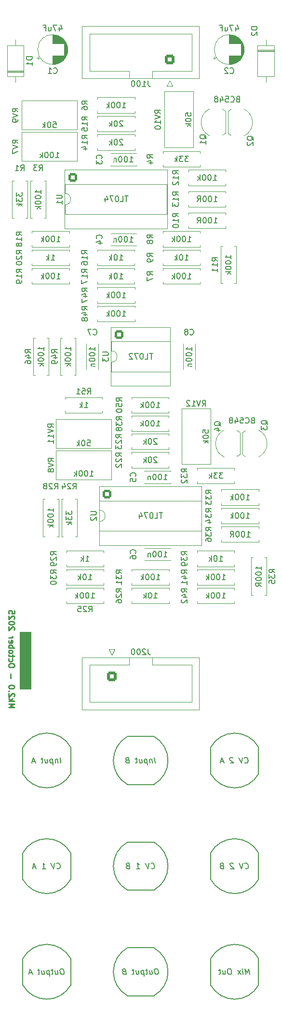
<source format=gbo>
%TF.GenerationSoftware,KiCad,Pcbnew,9.0.4*%
%TF.CreationDate,2025-10-04T20:54:08+02:00*%
%TF.ProjectId,DMH_Dual_VCA_Mk2_PCB_1,444d485f-4475-4616-9c5f-5643415f4d6b,1*%
%TF.SameCoordinates,Original*%
%TF.FileFunction,Legend,Bot*%
%TF.FilePolarity,Positive*%
%FSLAX46Y46*%
G04 Gerber Fmt 4.6, Leading zero omitted, Abs format (unit mm)*
G04 Created by KiCad (PCBNEW 9.0.4) date 2025-10-04 20:54:08*
%MOMM*%
%LPD*%
G01*
G04 APERTURE LIST*
G04 Aperture macros list*
%AMRoundRect*
0 Rectangle with rounded corners*
0 $1 Rounding radius*
0 $2 $3 $4 $5 $6 $7 $8 $9 X,Y pos of 4 corners*
0 Add a 4 corners polygon primitive as box body*
4,1,4,$2,$3,$4,$5,$6,$7,$8,$9,$2,$3,0*
0 Add four circle primitives for the rounded corners*
1,1,$1+$1,$2,$3*
1,1,$1+$1,$4,$5*
1,1,$1+$1,$6,$7*
1,1,$1+$1,$8,$9*
0 Add four rect primitives between the rounded corners*
20,1,$1+$1,$2,$3,$4,$5,0*
20,1,$1+$1,$4,$5,$6,$7,0*
20,1,$1+$1,$6,$7,$8,$9,0*
20,1,$1+$1,$8,$9,$2,$3,0*%
%AMHorizOval*
0 Thick line with rounded ends*
0 $1 width*
0 $2 $3 position (X,Y) of the first rounded end (center of the circle)*
0 $4 $5 position (X,Y) of the second rounded end (center of the circle)*
0 Add line between two ends*
20,1,$1,$2,$3,$4,$5,0*
0 Add two circle primitives to create the rounded ends*
1,1,$1,$2,$3*
1,1,$1,$4,$5*%
G04 Aperture macros list end*
%ADD10C,0.100000*%
%ADD11C,0.250000*%
%ADD12C,0.150000*%
%ADD13C,0.120000*%
%ADD14HorizOval,1.712000X-0.533159X0.533159X0.533159X-0.533159X0*%
%ADD15O,3.220000X1.712000*%
%ADD16O,1.712000X3.220000*%
%ADD17R,1.700000X1.700000*%
%ADD18O,1.700000X1.700000*%
%ADD19HorizOval,1.712000X-0.533159X-0.533159X0.533159X0.533159X0*%
%ADD20C,1.600000*%
%ADD21O,1.600000X1.600000*%
%ADD22R,2.200000X2.200000*%
%ADD23O,2.200000X2.200000*%
%ADD24R,1.600000X1.600000*%
%ADD25R,1.500000X1.500000*%
%ADD26C,1.500000*%
%ADD27C,1.440000*%
%ADD28RoundRect,0.250000X-0.550000X0.550000X-0.550000X-0.550000X0.550000X-0.550000X0.550000X0.550000X0*%
%ADD29RoundRect,0.250000X-0.600000X0.600000X-0.600000X-0.600000X0.600000X-0.600000X0.600000X0.600000X0*%
%ADD30C,1.700000*%
%ADD31RoundRect,0.250000X0.600000X-0.600000X0.600000X0.600000X-0.600000X0.600000X-0.600000X-0.600000X0*%
G04 APERTURE END LIST*
D10*
X53750000Y-149250000D02*
X55750000Y-149250000D01*
X55750000Y-159250000D01*
X53750000Y-159250000D01*
X53750000Y-149250000D01*
G36*
X53750000Y-149250000D02*
G01*
X55750000Y-149250000D01*
X55750000Y-159250000D01*
X53750000Y-159250000D01*
X53750000Y-149250000D01*
G37*
D11*
X51800380Y-162476190D02*
X52800380Y-162476190D01*
X52800380Y-162476190D02*
X52086095Y-162142857D01*
X52086095Y-162142857D02*
X52800380Y-161809524D01*
X52800380Y-161809524D02*
X51800380Y-161809524D01*
X51800380Y-161333333D02*
X52800380Y-161333333D01*
X52181333Y-161238095D02*
X51800380Y-160952381D01*
X52467047Y-160952381D02*
X52086095Y-161333333D01*
X52705142Y-160571428D02*
X52752761Y-160523809D01*
X52752761Y-160523809D02*
X52800380Y-160428571D01*
X52800380Y-160428571D02*
X52800380Y-160190476D01*
X52800380Y-160190476D02*
X52752761Y-160095238D01*
X52752761Y-160095238D02*
X52705142Y-160047619D01*
X52705142Y-160047619D02*
X52609904Y-160000000D01*
X52609904Y-160000000D02*
X52514666Y-160000000D01*
X52514666Y-160000000D02*
X52371809Y-160047619D01*
X52371809Y-160047619D02*
X51800380Y-160619047D01*
X51800380Y-160619047D02*
X51800380Y-160000000D01*
X51895619Y-159571428D02*
X51848000Y-159523809D01*
X51848000Y-159523809D02*
X51800380Y-159571428D01*
X51800380Y-159571428D02*
X51848000Y-159619047D01*
X51848000Y-159619047D02*
X51895619Y-159571428D01*
X51895619Y-159571428D02*
X51800380Y-159571428D01*
X52800380Y-158904762D02*
X52800380Y-158809524D01*
X52800380Y-158809524D02*
X52752761Y-158714286D01*
X52752761Y-158714286D02*
X52705142Y-158666667D01*
X52705142Y-158666667D02*
X52609904Y-158619048D01*
X52609904Y-158619048D02*
X52419428Y-158571429D01*
X52419428Y-158571429D02*
X52181333Y-158571429D01*
X52181333Y-158571429D02*
X51990857Y-158619048D01*
X51990857Y-158619048D02*
X51895619Y-158666667D01*
X51895619Y-158666667D02*
X51848000Y-158714286D01*
X51848000Y-158714286D02*
X51800380Y-158809524D01*
X51800380Y-158809524D02*
X51800380Y-158904762D01*
X51800380Y-158904762D02*
X51848000Y-159000000D01*
X51848000Y-159000000D02*
X51895619Y-159047619D01*
X51895619Y-159047619D02*
X51990857Y-159095238D01*
X51990857Y-159095238D02*
X52181333Y-159142857D01*
X52181333Y-159142857D02*
X52419428Y-159142857D01*
X52419428Y-159142857D02*
X52609904Y-159095238D01*
X52609904Y-159095238D02*
X52705142Y-159047619D01*
X52705142Y-159047619D02*
X52752761Y-159000000D01*
X52752761Y-159000000D02*
X52800380Y-158904762D01*
X52181333Y-157380952D02*
X52181333Y-156619048D01*
X52800380Y-155190476D02*
X52800380Y-155000000D01*
X52800380Y-155000000D02*
X52752761Y-154904762D01*
X52752761Y-154904762D02*
X52657523Y-154809524D01*
X52657523Y-154809524D02*
X52467047Y-154761905D01*
X52467047Y-154761905D02*
X52133714Y-154761905D01*
X52133714Y-154761905D02*
X51943238Y-154809524D01*
X51943238Y-154809524D02*
X51848000Y-154904762D01*
X51848000Y-154904762D02*
X51800380Y-155000000D01*
X51800380Y-155000000D02*
X51800380Y-155190476D01*
X51800380Y-155190476D02*
X51848000Y-155285714D01*
X51848000Y-155285714D02*
X51943238Y-155380952D01*
X51943238Y-155380952D02*
X52133714Y-155428571D01*
X52133714Y-155428571D02*
X52467047Y-155428571D01*
X52467047Y-155428571D02*
X52657523Y-155380952D01*
X52657523Y-155380952D02*
X52752761Y-155285714D01*
X52752761Y-155285714D02*
X52800380Y-155190476D01*
X51848000Y-153904762D02*
X51800380Y-154000000D01*
X51800380Y-154000000D02*
X51800380Y-154190476D01*
X51800380Y-154190476D02*
X51848000Y-154285714D01*
X51848000Y-154285714D02*
X51895619Y-154333333D01*
X51895619Y-154333333D02*
X51990857Y-154380952D01*
X51990857Y-154380952D02*
X52276571Y-154380952D01*
X52276571Y-154380952D02*
X52371809Y-154333333D01*
X52371809Y-154333333D02*
X52419428Y-154285714D01*
X52419428Y-154285714D02*
X52467047Y-154190476D01*
X52467047Y-154190476D02*
X52467047Y-154000000D01*
X52467047Y-154000000D02*
X52419428Y-153904762D01*
X52467047Y-153619047D02*
X52467047Y-153238095D01*
X52800380Y-153476190D02*
X51943238Y-153476190D01*
X51943238Y-153476190D02*
X51848000Y-153428571D01*
X51848000Y-153428571D02*
X51800380Y-153333333D01*
X51800380Y-153333333D02*
X51800380Y-153238095D01*
X51800380Y-152761904D02*
X51848000Y-152857142D01*
X51848000Y-152857142D02*
X51895619Y-152904761D01*
X51895619Y-152904761D02*
X51990857Y-152952380D01*
X51990857Y-152952380D02*
X52276571Y-152952380D01*
X52276571Y-152952380D02*
X52371809Y-152904761D01*
X52371809Y-152904761D02*
X52419428Y-152857142D01*
X52419428Y-152857142D02*
X52467047Y-152761904D01*
X52467047Y-152761904D02*
X52467047Y-152619047D01*
X52467047Y-152619047D02*
X52419428Y-152523809D01*
X52419428Y-152523809D02*
X52371809Y-152476190D01*
X52371809Y-152476190D02*
X52276571Y-152428571D01*
X52276571Y-152428571D02*
X51990857Y-152428571D01*
X51990857Y-152428571D02*
X51895619Y-152476190D01*
X51895619Y-152476190D02*
X51848000Y-152523809D01*
X51848000Y-152523809D02*
X51800380Y-152619047D01*
X51800380Y-152619047D02*
X51800380Y-152761904D01*
X51800380Y-151999999D02*
X52800380Y-151999999D01*
X52419428Y-151999999D02*
X52467047Y-151904761D01*
X52467047Y-151904761D02*
X52467047Y-151714285D01*
X52467047Y-151714285D02*
X52419428Y-151619047D01*
X52419428Y-151619047D02*
X52371809Y-151571428D01*
X52371809Y-151571428D02*
X52276571Y-151523809D01*
X52276571Y-151523809D02*
X51990857Y-151523809D01*
X51990857Y-151523809D02*
X51895619Y-151571428D01*
X51895619Y-151571428D02*
X51848000Y-151619047D01*
X51848000Y-151619047D02*
X51800380Y-151714285D01*
X51800380Y-151714285D02*
X51800380Y-151904761D01*
X51800380Y-151904761D02*
X51848000Y-151999999D01*
X51848000Y-150714285D02*
X51800380Y-150809523D01*
X51800380Y-150809523D02*
X51800380Y-150999999D01*
X51800380Y-150999999D02*
X51848000Y-151095237D01*
X51848000Y-151095237D02*
X51943238Y-151142856D01*
X51943238Y-151142856D02*
X52324190Y-151142856D01*
X52324190Y-151142856D02*
X52419428Y-151095237D01*
X52419428Y-151095237D02*
X52467047Y-150999999D01*
X52467047Y-150999999D02*
X52467047Y-150809523D01*
X52467047Y-150809523D02*
X52419428Y-150714285D01*
X52419428Y-150714285D02*
X52324190Y-150666666D01*
X52324190Y-150666666D02*
X52228952Y-150666666D01*
X52228952Y-150666666D02*
X52133714Y-151142856D01*
X51800380Y-150238094D02*
X52467047Y-150238094D01*
X52276571Y-150238094D02*
X52371809Y-150190475D01*
X52371809Y-150190475D02*
X52419428Y-150142856D01*
X52419428Y-150142856D02*
X52467047Y-150047618D01*
X52467047Y-150047618D02*
X52467047Y-149952380D01*
X52705142Y-148904760D02*
X52752761Y-148857141D01*
X52752761Y-148857141D02*
X52800380Y-148761903D01*
X52800380Y-148761903D02*
X52800380Y-148523808D01*
X52800380Y-148523808D02*
X52752761Y-148428570D01*
X52752761Y-148428570D02*
X52705142Y-148380951D01*
X52705142Y-148380951D02*
X52609904Y-148333332D01*
X52609904Y-148333332D02*
X52514666Y-148333332D01*
X52514666Y-148333332D02*
X52371809Y-148380951D01*
X52371809Y-148380951D02*
X51800380Y-148952379D01*
X51800380Y-148952379D02*
X51800380Y-148333332D01*
X52800380Y-147714284D02*
X52800380Y-147619046D01*
X52800380Y-147619046D02*
X52752761Y-147523808D01*
X52752761Y-147523808D02*
X52705142Y-147476189D01*
X52705142Y-147476189D02*
X52609904Y-147428570D01*
X52609904Y-147428570D02*
X52419428Y-147380951D01*
X52419428Y-147380951D02*
X52181333Y-147380951D01*
X52181333Y-147380951D02*
X51990857Y-147428570D01*
X51990857Y-147428570D02*
X51895619Y-147476189D01*
X51895619Y-147476189D02*
X51848000Y-147523808D01*
X51848000Y-147523808D02*
X51800380Y-147619046D01*
X51800380Y-147619046D02*
X51800380Y-147714284D01*
X51800380Y-147714284D02*
X51848000Y-147809522D01*
X51848000Y-147809522D02*
X51895619Y-147857141D01*
X51895619Y-147857141D02*
X51990857Y-147904760D01*
X51990857Y-147904760D02*
X52181333Y-147952379D01*
X52181333Y-147952379D02*
X52419428Y-147952379D01*
X52419428Y-147952379D02*
X52609904Y-147904760D01*
X52609904Y-147904760D02*
X52705142Y-147857141D01*
X52705142Y-147857141D02*
X52752761Y-147809522D01*
X52752761Y-147809522D02*
X52800380Y-147714284D01*
X52705142Y-146999998D02*
X52752761Y-146952379D01*
X52752761Y-146952379D02*
X52800380Y-146857141D01*
X52800380Y-146857141D02*
X52800380Y-146619046D01*
X52800380Y-146619046D02*
X52752761Y-146523808D01*
X52752761Y-146523808D02*
X52705142Y-146476189D01*
X52705142Y-146476189D02*
X52609904Y-146428570D01*
X52609904Y-146428570D02*
X52514666Y-146428570D01*
X52514666Y-146428570D02*
X52371809Y-146476189D01*
X52371809Y-146476189D02*
X51800380Y-147047617D01*
X51800380Y-147047617D02*
X51800380Y-146428570D01*
X52800380Y-145523808D02*
X52800380Y-145999998D01*
X52800380Y-145999998D02*
X52324190Y-146047617D01*
X52324190Y-146047617D02*
X52371809Y-145999998D01*
X52371809Y-145999998D02*
X52419428Y-145904760D01*
X52419428Y-145904760D02*
X52419428Y-145666665D01*
X52419428Y-145666665D02*
X52371809Y-145571427D01*
X52371809Y-145571427D02*
X52324190Y-145523808D01*
X52324190Y-145523808D02*
X52228952Y-145476189D01*
X52228952Y-145476189D02*
X51990857Y-145476189D01*
X51990857Y-145476189D02*
X51895619Y-145523808D01*
X51895619Y-145523808D02*
X51848000Y-145571427D01*
X51848000Y-145571427D02*
X51800380Y-145666665D01*
X51800380Y-145666665D02*
X51800380Y-145904760D01*
X51800380Y-145904760D02*
X51848000Y-145999998D01*
X51848000Y-145999998D02*
X51895619Y-146047617D01*
D12*
X93351190Y-190609580D02*
X93404762Y-190657200D01*
X93404762Y-190657200D02*
X93553571Y-190704819D01*
X93553571Y-190704819D02*
X93648809Y-190704819D01*
X93648809Y-190704819D02*
X93785714Y-190657200D01*
X93785714Y-190657200D02*
X93869047Y-190561961D01*
X93869047Y-190561961D02*
X93904762Y-190466723D01*
X93904762Y-190466723D02*
X93928571Y-190276247D01*
X93928571Y-190276247D02*
X93910714Y-190133390D01*
X93910714Y-190133390D02*
X93839286Y-189942914D01*
X93839286Y-189942914D02*
X93779762Y-189847676D01*
X93779762Y-189847676D02*
X93672619Y-189752438D01*
X93672619Y-189752438D02*
X93523809Y-189704819D01*
X93523809Y-189704819D02*
X93428571Y-189704819D01*
X93428571Y-189704819D02*
X93291667Y-189752438D01*
X93291667Y-189752438D02*
X93250000Y-189800057D01*
X92952381Y-189704819D02*
X92744047Y-190704819D01*
X92744047Y-190704819D02*
X92285714Y-189704819D01*
X91249999Y-189800057D02*
X91196428Y-189752438D01*
X91196428Y-189752438D02*
X91095238Y-189704819D01*
X91095238Y-189704819D02*
X90857142Y-189704819D01*
X90857142Y-189704819D02*
X90767857Y-189752438D01*
X90767857Y-189752438D02*
X90726190Y-189800057D01*
X90726190Y-189800057D02*
X90690476Y-189895295D01*
X90690476Y-189895295D02*
X90702380Y-189990533D01*
X90702380Y-189990533D02*
X90767857Y-190133390D01*
X90767857Y-190133390D02*
X91410714Y-190704819D01*
X91410714Y-190704819D02*
X90791666Y-190704819D01*
X89202380Y-190181009D02*
X89065475Y-190228628D01*
X89065475Y-190228628D02*
X89023809Y-190276247D01*
X89023809Y-190276247D02*
X88988094Y-190371485D01*
X88988094Y-190371485D02*
X89005952Y-190514342D01*
X89005952Y-190514342D02*
X89065475Y-190609580D01*
X89065475Y-190609580D02*
X89119047Y-190657200D01*
X89119047Y-190657200D02*
X89220237Y-190704819D01*
X89220237Y-190704819D02*
X89601190Y-190704819D01*
X89601190Y-190704819D02*
X89476190Y-189704819D01*
X89476190Y-189704819D02*
X89142856Y-189704819D01*
X89142856Y-189704819D02*
X89053571Y-189752438D01*
X89053571Y-189752438D02*
X89011904Y-189800057D01*
X89011904Y-189800057D02*
X88976190Y-189895295D01*
X88976190Y-189895295D02*
X88988094Y-189990533D01*
X88988094Y-189990533D02*
X89047618Y-190085771D01*
X89047618Y-190085771D02*
X89101190Y-190133390D01*
X89101190Y-190133390D02*
X89202380Y-190181009D01*
X89202380Y-190181009D02*
X89535713Y-190181009D01*
X76851190Y-190609580D02*
X76904762Y-190657200D01*
X76904762Y-190657200D02*
X77053571Y-190704819D01*
X77053571Y-190704819D02*
X77148809Y-190704819D01*
X77148809Y-190704819D02*
X77285714Y-190657200D01*
X77285714Y-190657200D02*
X77369047Y-190561961D01*
X77369047Y-190561961D02*
X77404762Y-190466723D01*
X77404762Y-190466723D02*
X77428571Y-190276247D01*
X77428571Y-190276247D02*
X77410714Y-190133390D01*
X77410714Y-190133390D02*
X77339286Y-189942914D01*
X77339286Y-189942914D02*
X77279762Y-189847676D01*
X77279762Y-189847676D02*
X77172619Y-189752438D01*
X77172619Y-189752438D02*
X77023809Y-189704819D01*
X77023809Y-189704819D02*
X76928571Y-189704819D01*
X76928571Y-189704819D02*
X76791667Y-189752438D01*
X76791667Y-189752438D02*
X76750000Y-189800057D01*
X76452381Y-189704819D02*
X76244047Y-190704819D01*
X76244047Y-190704819D02*
X75785714Y-189704819D01*
X74291666Y-190704819D02*
X74863095Y-190704819D01*
X74577380Y-190704819D02*
X74452380Y-189704819D01*
X74452380Y-189704819D02*
X74565476Y-189847676D01*
X74565476Y-189847676D02*
X74672619Y-189942914D01*
X74672619Y-189942914D02*
X74773809Y-189990533D01*
X72702380Y-190181009D02*
X72565475Y-190228628D01*
X72565475Y-190228628D02*
X72523809Y-190276247D01*
X72523809Y-190276247D02*
X72488094Y-190371485D01*
X72488094Y-190371485D02*
X72505952Y-190514342D01*
X72505952Y-190514342D02*
X72565475Y-190609580D01*
X72565475Y-190609580D02*
X72619047Y-190657200D01*
X72619047Y-190657200D02*
X72720237Y-190704819D01*
X72720237Y-190704819D02*
X73101190Y-190704819D01*
X73101190Y-190704819D02*
X72976190Y-189704819D01*
X72976190Y-189704819D02*
X72642856Y-189704819D01*
X72642856Y-189704819D02*
X72553571Y-189752438D01*
X72553571Y-189752438D02*
X72511904Y-189800057D01*
X72511904Y-189800057D02*
X72476190Y-189895295D01*
X72476190Y-189895295D02*
X72488094Y-189990533D01*
X72488094Y-189990533D02*
X72547618Y-190085771D01*
X72547618Y-190085771D02*
X72601190Y-190133390D01*
X72601190Y-190133390D02*
X72702380Y-190181009D01*
X72702380Y-190181009D02*
X73035713Y-190181009D01*
X60279761Y-190609580D02*
X60333333Y-190657200D01*
X60333333Y-190657200D02*
X60482142Y-190704819D01*
X60482142Y-190704819D02*
X60577380Y-190704819D01*
X60577380Y-190704819D02*
X60714285Y-190657200D01*
X60714285Y-190657200D02*
X60797618Y-190561961D01*
X60797618Y-190561961D02*
X60833333Y-190466723D01*
X60833333Y-190466723D02*
X60857142Y-190276247D01*
X60857142Y-190276247D02*
X60839285Y-190133390D01*
X60839285Y-190133390D02*
X60767857Y-189942914D01*
X60767857Y-189942914D02*
X60708333Y-189847676D01*
X60708333Y-189847676D02*
X60601190Y-189752438D01*
X60601190Y-189752438D02*
X60452380Y-189704819D01*
X60452380Y-189704819D02*
X60357142Y-189704819D01*
X60357142Y-189704819D02*
X60220238Y-189752438D01*
X60220238Y-189752438D02*
X60178571Y-189800057D01*
X59880952Y-189704819D02*
X59672618Y-190704819D01*
X59672618Y-190704819D02*
X59214285Y-189704819D01*
X57720237Y-190704819D02*
X58291666Y-190704819D01*
X58005951Y-190704819D02*
X57880951Y-189704819D01*
X57880951Y-189704819D02*
X57994047Y-189847676D01*
X57994047Y-189847676D02*
X58101190Y-189942914D01*
X58101190Y-189942914D02*
X58202380Y-189990533D01*
X56541665Y-190419104D02*
X56065475Y-190419104D01*
X56672618Y-190704819D02*
X56214284Y-189704819D01*
X56214284Y-189704819D02*
X56005951Y-190704819D01*
X61214285Y-208204819D02*
X61023809Y-208204819D01*
X61023809Y-208204819D02*
X60934524Y-208252438D01*
X60934524Y-208252438D02*
X60851190Y-208347676D01*
X60851190Y-208347676D02*
X60827381Y-208538152D01*
X60827381Y-208538152D02*
X60869047Y-208871485D01*
X60869047Y-208871485D02*
X60940476Y-209061961D01*
X60940476Y-209061961D02*
X61047619Y-209157200D01*
X61047619Y-209157200D02*
X61148809Y-209204819D01*
X61148809Y-209204819D02*
X61339285Y-209204819D01*
X61339285Y-209204819D02*
X61428571Y-209157200D01*
X61428571Y-209157200D02*
X61511905Y-209061961D01*
X61511905Y-209061961D02*
X61535714Y-208871485D01*
X61535714Y-208871485D02*
X61494047Y-208538152D01*
X61494047Y-208538152D02*
X61422619Y-208347676D01*
X61422619Y-208347676D02*
X61315476Y-208252438D01*
X61315476Y-208252438D02*
X61214285Y-208204819D01*
X59970238Y-208538152D02*
X60053571Y-209204819D01*
X60398809Y-208538152D02*
X60464286Y-209061961D01*
X60464286Y-209061961D02*
X60428571Y-209157200D01*
X60428571Y-209157200D02*
X60339286Y-209204819D01*
X60339286Y-209204819D02*
X60196428Y-209204819D01*
X60196428Y-209204819D02*
X60095238Y-209157200D01*
X60095238Y-209157200D02*
X60041666Y-209109580D01*
X59636904Y-208538152D02*
X59255952Y-208538152D01*
X59452381Y-208204819D02*
X59559524Y-209061961D01*
X59559524Y-209061961D02*
X59523809Y-209157200D01*
X59523809Y-209157200D02*
X59434524Y-209204819D01*
X59434524Y-209204819D02*
X59339285Y-209204819D01*
X58922618Y-208538152D02*
X59047618Y-209538152D01*
X58928571Y-208585771D02*
X58827380Y-208538152D01*
X58827380Y-208538152D02*
X58636904Y-208538152D01*
X58636904Y-208538152D02*
X58547618Y-208585771D01*
X58547618Y-208585771D02*
X58505952Y-208633390D01*
X58505952Y-208633390D02*
X58470237Y-208728628D01*
X58470237Y-208728628D02*
X58505952Y-209014342D01*
X58505952Y-209014342D02*
X58565475Y-209109580D01*
X58565475Y-209109580D02*
X58619047Y-209157200D01*
X58619047Y-209157200D02*
X58720237Y-209204819D01*
X58720237Y-209204819D02*
X58910714Y-209204819D01*
X58910714Y-209204819D02*
X58999999Y-209157200D01*
X57589285Y-208538152D02*
X57672618Y-209204819D01*
X58017856Y-208538152D02*
X58083333Y-209061961D01*
X58083333Y-209061961D02*
X58047618Y-209157200D01*
X58047618Y-209157200D02*
X57958333Y-209204819D01*
X57958333Y-209204819D02*
X57815475Y-209204819D01*
X57815475Y-209204819D02*
X57714285Y-209157200D01*
X57714285Y-209157200D02*
X57660713Y-209109580D01*
X57255951Y-208538152D02*
X56874999Y-208538152D01*
X57071428Y-208204819D02*
X57178571Y-209061961D01*
X57178571Y-209061961D02*
X57142856Y-209157200D01*
X57142856Y-209157200D02*
X57053571Y-209204819D01*
X57053571Y-209204819D02*
X56958332Y-209204819D01*
X55874998Y-208919104D02*
X55398808Y-208919104D01*
X56005951Y-209204819D02*
X55547617Y-208204819D01*
X55547617Y-208204819D02*
X55339284Y-209204819D01*
X77785714Y-208204819D02*
X77595238Y-208204819D01*
X77595238Y-208204819D02*
X77505953Y-208252438D01*
X77505953Y-208252438D02*
X77422619Y-208347676D01*
X77422619Y-208347676D02*
X77398810Y-208538152D01*
X77398810Y-208538152D02*
X77440476Y-208871485D01*
X77440476Y-208871485D02*
X77511905Y-209061961D01*
X77511905Y-209061961D02*
X77619048Y-209157200D01*
X77619048Y-209157200D02*
X77720238Y-209204819D01*
X77720238Y-209204819D02*
X77910714Y-209204819D01*
X77910714Y-209204819D02*
X78000000Y-209157200D01*
X78000000Y-209157200D02*
X78083334Y-209061961D01*
X78083334Y-209061961D02*
X78107143Y-208871485D01*
X78107143Y-208871485D02*
X78065476Y-208538152D01*
X78065476Y-208538152D02*
X77994048Y-208347676D01*
X77994048Y-208347676D02*
X77886905Y-208252438D01*
X77886905Y-208252438D02*
X77785714Y-208204819D01*
X76541667Y-208538152D02*
X76625000Y-209204819D01*
X76970238Y-208538152D02*
X77035715Y-209061961D01*
X77035715Y-209061961D02*
X77000000Y-209157200D01*
X77000000Y-209157200D02*
X76910715Y-209204819D01*
X76910715Y-209204819D02*
X76767857Y-209204819D01*
X76767857Y-209204819D02*
X76666667Y-209157200D01*
X76666667Y-209157200D02*
X76613095Y-209109580D01*
X76208333Y-208538152D02*
X75827381Y-208538152D01*
X76023810Y-208204819D02*
X76130953Y-209061961D01*
X76130953Y-209061961D02*
X76095238Y-209157200D01*
X76095238Y-209157200D02*
X76005953Y-209204819D01*
X76005953Y-209204819D02*
X75910714Y-209204819D01*
X75494047Y-208538152D02*
X75619047Y-209538152D01*
X75500000Y-208585771D02*
X75398809Y-208538152D01*
X75398809Y-208538152D02*
X75208333Y-208538152D01*
X75208333Y-208538152D02*
X75119047Y-208585771D01*
X75119047Y-208585771D02*
X75077381Y-208633390D01*
X75077381Y-208633390D02*
X75041666Y-208728628D01*
X75041666Y-208728628D02*
X75077381Y-209014342D01*
X75077381Y-209014342D02*
X75136904Y-209109580D01*
X75136904Y-209109580D02*
X75190476Y-209157200D01*
X75190476Y-209157200D02*
X75291666Y-209204819D01*
X75291666Y-209204819D02*
X75482143Y-209204819D01*
X75482143Y-209204819D02*
X75571428Y-209157200D01*
X74160714Y-208538152D02*
X74244047Y-209204819D01*
X74589285Y-208538152D02*
X74654762Y-209061961D01*
X74654762Y-209061961D02*
X74619047Y-209157200D01*
X74619047Y-209157200D02*
X74529762Y-209204819D01*
X74529762Y-209204819D02*
X74386904Y-209204819D01*
X74386904Y-209204819D02*
X74285714Y-209157200D01*
X74285714Y-209157200D02*
X74232142Y-209109580D01*
X73827380Y-208538152D02*
X73446428Y-208538152D01*
X73642857Y-208204819D02*
X73750000Y-209061961D01*
X73750000Y-209061961D02*
X73714285Y-209157200D01*
X73714285Y-209157200D02*
X73625000Y-209204819D01*
X73625000Y-209204819D02*
X73529761Y-209204819D01*
X72035713Y-208681009D02*
X71898808Y-208728628D01*
X71898808Y-208728628D02*
X71857142Y-208776247D01*
X71857142Y-208776247D02*
X71821427Y-208871485D01*
X71821427Y-208871485D02*
X71839285Y-209014342D01*
X71839285Y-209014342D02*
X71898808Y-209109580D01*
X71898808Y-209109580D02*
X71952380Y-209157200D01*
X71952380Y-209157200D02*
X72053570Y-209204819D01*
X72053570Y-209204819D02*
X72434523Y-209204819D01*
X72434523Y-209204819D02*
X72309523Y-208204819D01*
X72309523Y-208204819D02*
X71976189Y-208204819D01*
X71976189Y-208204819D02*
X71886904Y-208252438D01*
X71886904Y-208252438D02*
X71845237Y-208300057D01*
X71845237Y-208300057D02*
X71809523Y-208395295D01*
X71809523Y-208395295D02*
X71821427Y-208490533D01*
X71821427Y-208490533D02*
X71880951Y-208585771D01*
X71880951Y-208585771D02*
X71934523Y-208633390D01*
X71934523Y-208633390D02*
X72035713Y-208681009D01*
X72035713Y-208681009D02*
X72369046Y-208681009D01*
X94125000Y-209204819D02*
X94000000Y-208204819D01*
X94000000Y-208204819D02*
X93755952Y-208919104D01*
X93755952Y-208919104D02*
X93333333Y-208204819D01*
X93333333Y-208204819D02*
X93458333Y-209204819D01*
X92982143Y-209204819D02*
X92898809Y-208538152D01*
X92857143Y-208204819D02*
X92910714Y-208252438D01*
X92910714Y-208252438D02*
X92869047Y-208300057D01*
X92869047Y-208300057D02*
X92815476Y-208252438D01*
X92815476Y-208252438D02*
X92857143Y-208204819D01*
X92857143Y-208204819D02*
X92869047Y-208300057D01*
X92601191Y-209204819D02*
X91994048Y-208538152D01*
X92517857Y-208538152D02*
X92077381Y-209204819D01*
X90619047Y-208204819D02*
X90428571Y-208204819D01*
X90428571Y-208204819D02*
X90339286Y-208252438D01*
X90339286Y-208252438D02*
X90255952Y-208347676D01*
X90255952Y-208347676D02*
X90232143Y-208538152D01*
X90232143Y-208538152D02*
X90273809Y-208871485D01*
X90273809Y-208871485D02*
X90345238Y-209061961D01*
X90345238Y-209061961D02*
X90452381Y-209157200D01*
X90452381Y-209157200D02*
X90553571Y-209204819D01*
X90553571Y-209204819D02*
X90744047Y-209204819D01*
X90744047Y-209204819D02*
X90833333Y-209157200D01*
X90833333Y-209157200D02*
X90916667Y-209061961D01*
X90916667Y-209061961D02*
X90940476Y-208871485D01*
X90940476Y-208871485D02*
X90898809Y-208538152D01*
X90898809Y-208538152D02*
X90827381Y-208347676D01*
X90827381Y-208347676D02*
X90720238Y-208252438D01*
X90720238Y-208252438D02*
X90619047Y-208204819D01*
X89375000Y-208538152D02*
X89458333Y-209204819D01*
X89803571Y-208538152D02*
X89869048Y-209061961D01*
X89869048Y-209061961D02*
X89833333Y-209157200D01*
X89833333Y-209157200D02*
X89744048Y-209204819D01*
X89744048Y-209204819D02*
X89601190Y-209204819D01*
X89601190Y-209204819D02*
X89500000Y-209157200D01*
X89500000Y-209157200D02*
X89446428Y-209109580D01*
X89041666Y-208538152D02*
X88660714Y-208538152D01*
X88857143Y-208204819D02*
X88964286Y-209061961D01*
X88964286Y-209061961D02*
X88928571Y-209157200D01*
X88928571Y-209157200D02*
X88839286Y-209204819D01*
X88839286Y-209204819D02*
X88744047Y-209204819D01*
X60958333Y-172204819D02*
X60833333Y-171204819D01*
X60398809Y-171538152D02*
X60482143Y-172204819D01*
X60410714Y-171633390D02*
X60357143Y-171585771D01*
X60357143Y-171585771D02*
X60255952Y-171538152D01*
X60255952Y-171538152D02*
X60113095Y-171538152D01*
X60113095Y-171538152D02*
X60023809Y-171585771D01*
X60023809Y-171585771D02*
X59988095Y-171681009D01*
X59988095Y-171681009D02*
X60053571Y-172204819D01*
X59494047Y-171538152D02*
X59619047Y-172538152D01*
X59500000Y-171585771D02*
X59398809Y-171538152D01*
X59398809Y-171538152D02*
X59208333Y-171538152D01*
X59208333Y-171538152D02*
X59119047Y-171585771D01*
X59119047Y-171585771D02*
X59077381Y-171633390D01*
X59077381Y-171633390D02*
X59041666Y-171728628D01*
X59041666Y-171728628D02*
X59077381Y-172014342D01*
X59077381Y-172014342D02*
X59136904Y-172109580D01*
X59136904Y-172109580D02*
X59190476Y-172157200D01*
X59190476Y-172157200D02*
X59291666Y-172204819D01*
X59291666Y-172204819D02*
X59482143Y-172204819D01*
X59482143Y-172204819D02*
X59571428Y-172157200D01*
X58160714Y-171538152D02*
X58244047Y-172204819D01*
X58589285Y-171538152D02*
X58654762Y-172061961D01*
X58654762Y-172061961D02*
X58619047Y-172157200D01*
X58619047Y-172157200D02*
X58529762Y-172204819D01*
X58529762Y-172204819D02*
X58386904Y-172204819D01*
X58386904Y-172204819D02*
X58285714Y-172157200D01*
X58285714Y-172157200D02*
X58232142Y-172109580D01*
X57827380Y-171538152D02*
X57446428Y-171538152D01*
X57642857Y-171204819D02*
X57750000Y-172061961D01*
X57750000Y-172061961D02*
X57714285Y-172157200D01*
X57714285Y-172157200D02*
X57625000Y-172204819D01*
X57625000Y-172204819D02*
X57529761Y-172204819D01*
X56446427Y-171919104D02*
X55970237Y-171919104D01*
X56577380Y-172204819D02*
X56119046Y-171204819D01*
X56119046Y-171204819D02*
X55910713Y-172204819D01*
X77529762Y-172204819D02*
X77404762Y-171204819D01*
X76970238Y-171538152D02*
X77053572Y-172204819D01*
X76982143Y-171633390D02*
X76928572Y-171585771D01*
X76928572Y-171585771D02*
X76827381Y-171538152D01*
X76827381Y-171538152D02*
X76684524Y-171538152D01*
X76684524Y-171538152D02*
X76595238Y-171585771D01*
X76595238Y-171585771D02*
X76559524Y-171681009D01*
X76559524Y-171681009D02*
X76625000Y-172204819D01*
X76065476Y-171538152D02*
X76190476Y-172538152D01*
X76071429Y-171585771D02*
X75970238Y-171538152D01*
X75970238Y-171538152D02*
X75779762Y-171538152D01*
X75779762Y-171538152D02*
X75690476Y-171585771D01*
X75690476Y-171585771D02*
X75648810Y-171633390D01*
X75648810Y-171633390D02*
X75613095Y-171728628D01*
X75613095Y-171728628D02*
X75648810Y-172014342D01*
X75648810Y-172014342D02*
X75708333Y-172109580D01*
X75708333Y-172109580D02*
X75761905Y-172157200D01*
X75761905Y-172157200D02*
X75863095Y-172204819D01*
X75863095Y-172204819D02*
X76053572Y-172204819D01*
X76053572Y-172204819D02*
X76142857Y-172157200D01*
X74732143Y-171538152D02*
X74815476Y-172204819D01*
X75160714Y-171538152D02*
X75226191Y-172061961D01*
X75226191Y-172061961D02*
X75190476Y-172157200D01*
X75190476Y-172157200D02*
X75101191Y-172204819D01*
X75101191Y-172204819D02*
X74958333Y-172204819D01*
X74958333Y-172204819D02*
X74857143Y-172157200D01*
X74857143Y-172157200D02*
X74803571Y-172109580D01*
X74398809Y-171538152D02*
X74017857Y-171538152D01*
X74214286Y-171204819D02*
X74321429Y-172061961D01*
X74321429Y-172061961D02*
X74285714Y-172157200D01*
X74285714Y-172157200D02*
X74196429Y-172204819D01*
X74196429Y-172204819D02*
X74101190Y-172204819D01*
X72607142Y-171681009D02*
X72470237Y-171728628D01*
X72470237Y-171728628D02*
X72428571Y-171776247D01*
X72428571Y-171776247D02*
X72392856Y-171871485D01*
X72392856Y-171871485D02*
X72410714Y-172014342D01*
X72410714Y-172014342D02*
X72470237Y-172109580D01*
X72470237Y-172109580D02*
X72523809Y-172157200D01*
X72523809Y-172157200D02*
X72624999Y-172204819D01*
X72624999Y-172204819D02*
X73005952Y-172204819D01*
X73005952Y-172204819D02*
X72880952Y-171204819D01*
X72880952Y-171204819D02*
X72547618Y-171204819D01*
X72547618Y-171204819D02*
X72458333Y-171252438D01*
X72458333Y-171252438D02*
X72416666Y-171300057D01*
X72416666Y-171300057D02*
X72380952Y-171395295D01*
X72380952Y-171395295D02*
X72392856Y-171490533D01*
X72392856Y-171490533D02*
X72452380Y-171585771D01*
X72452380Y-171585771D02*
X72505952Y-171633390D01*
X72505952Y-171633390D02*
X72607142Y-171681009D01*
X72607142Y-171681009D02*
X72940475Y-171681009D01*
X93279761Y-172109580D02*
X93333333Y-172157200D01*
X93333333Y-172157200D02*
X93482142Y-172204819D01*
X93482142Y-172204819D02*
X93577380Y-172204819D01*
X93577380Y-172204819D02*
X93714285Y-172157200D01*
X93714285Y-172157200D02*
X93797618Y-172061961D01*
X93797618Y-172061961D02*
X93833333Y-171966723D01*
X93833333Y-171966723D02*
X93857142Y-171776247D01*
X93857142Y-171776247D02*
X93839285Y-171633390D01*
X93839285Y-171633390D02*
X93767857Y-171442914D01*
X93767857Y-171442914D02*
X93708333Y-171347676D01*
X93708333Y-171347676D02*
X93601190Y-171252438D01*
X93601190Y-171252438D02*
X93452380Y-171204819D01*
X93452380Y-171204819D02*
X93357142Y-171204819D01*
X93357142Y-171204819D02*
X93220238Y-171252438D01*
X93220238Y-171252438D02*
X93178571Y-171300057D01*
X92880952Y-171204819D02*
X92672618Y-172204819D01*
X92672618Y-172204819D02*
X92214285Y-171204819D01*
X91178570Y-171300057D02*
X91124999Y-171252438D01*
X91124999Y-171252438D02*
X91023809Y-171204819D01*
X91023809Y-171204819D02*
X90785713Y-171204819D01*
X90785713Y-171204819D02*
X90696428Y-171252438D01*
X90696428Y-171252438D02*
X90654761Y-171300057D01*
X90654761Y-171300057D02*
X90619047Y-171395295D01*
X90619047Y-171395295D02*
X90630951Y-171490533D01*
X90630951Y-171490533D02*
X90696428Y-171633390D01*
X90696428Y-171633390D02*
X91339285Y-172204819D01*
X91339285Y-172204819D02*
X90720237Y-172204819D01*
X89541665Y-171919104D02*
X89065475Y-171919104D01*
X89672618Y-172204819D02*
X89214284Y-171204819D01*
X89214284Y-171204819D02*
X89005951Y-172204819D01*
X71664819Y-142247142D02*
X71188628Y-141913809D01*
X71664819Y-141675714D02*
X70664819Y-141675714D01*
X70664819Y-141675714D02*
X70664819Y-142056666D01*
X70664819Y-142056666D02*
X70712438Y-142151904D01*
X70712438Y-142151904D02*
X70760057Y-142199523D01*
X70760057Y-142199523D02*
X70855295Y-142247142D01*
X70855295Y-142247142D02*
X70998152Y-142247142D01*
X70998152Y-142247142D02*
X71093390Y-142199523D01*
X71093390Y-142199523D02*
X71141009Y-142151904D01*
X71141009Y-142151904D02*
X71188628Y-142056666D01*
X71188628Y-142056666D02*
X71188628Y-141675714D01*
X70760057Y-142628095D02*
X70712438Y-142675714D01*
X70712438Y-142675714D02*
X70664819Y-142770952D01*
X70664819Y-142770952D02*
X70664819Y-143009047D01*
X70664819Y-143009047D02*
X70712438Y-143104285D01*
X70712438Y-143104285D02*
X70760057Y-143151904D01*
X70760057Y-143151904D02*
X70855295Y-143199523D01*
X70855295Y-143199523D02*
X70950533Y-143199523D01*
X70950533Y-143199523D02*
X71093390Y-143151904D01*
X71093390Y-143151904D02*
X71664819Y-142580476D01*
X71664819Y-142580476D02*
X71664819Y-143199523D01*
X70664819Y-144056666D02*
X70664819Y-143866190D01*
X70664819Y-143866190D02*
X70712438Y-143770952D01*
X70712438Y-143770952D02*
X70760057Y-143723333D01*
X70760057Y-143723333D02*
X70902914Y-143628095D01*
X70902914Y-143628095D02*
X71093390Y-143580476D01*
X71093390Y-143580476D02*
X71474342Y-143580476D01*
X71474342Y-143580476D02*
X71569580Y-143628095D01*
X71569580Y-143628095D02*
X71617200Y-143675714D01*
X71617200Y-143675714D02*
X71664819Y-143770952D01*
X71664819Y-143770952D02*
X71664819Y-143961428D01*
X71664819Y-143961428D02*
X71617200Y-144056666D01*
X71617200Y-144056666D02*
X71569580Y-144104285D01*
X71569580Y-144104285D02*
X71474342Y-144151904D01*
X71474342Y-144151904D02*
X71236247Y-144151904D01*
X71236247Y-144151904D02*
X71141009Y-144104285D01*
X71141009Y-144104285D02*
X71093390Y-144056666D01*
X71093390Y-144056666D02*
X71045771Y-143961428D01*
X71045771Y-143961428D02*
X71045771Y-143770952D01*
X71045771Y-143770952D02*
X71093390Y-143675714D01*
X71093390Y-143675714D02*
X71141009Y-143628095D01*
X71141009Y-143628095D02*
X71236247Y-143580476D01*
X77305238Y-143344819D02*
X77876666Y-143344819D01*
X77590952Y-143344819D02*
X77590952Y-142344819D01*
X77590952Y-142344819D02*
X77686190Y-142487676D01*
X77686190Y-142487676D02*
X77781428Y-142582914D01*
X77781428Y-142582914D02*
X77876666Y-142630533D01*
X76686190Y-142344819D02*
X76590952Y-142344819D01*
X76590952Y-142344819D02*
X76495714Y-142392438D01*
X76495714Y-142392438D02*
X76448095Y-142440057D01*
X76448095Y-142440057D02*
X76400476Y-142535295D01*
X76400476Y-142535295D02*
X76352857Y-142725771D01*
X76352857Y-142725771D02*
X76352857Y-142963866D01*
X76352857Y-142963866D02*
X76400476Y-143154342D01*
X76400476Y-143154342D02*
X76448095Y-143249580D01*
X76448095Y-143249580D02*
X76495714Y-143297200D01*
X76495714Y-143297200D02*
X76590952Y-143344819D01*
X76590952Y-143344819D02*
X76686190Y-143344819D01*
X76686190Y-143344819D02*
X76781428Y-143297200D01*
X76781428Y-143297200D02*
X76829047Y-143249580D01*
X76829047Y-143249580D02*
X76876666Y-143154342D01*
X76876666Y-143154342D02*
X76924285Y-142963866D01*
X76924285Y-142963866D02*
X76924285Y-142725771D01*
X76924285Y-142725771D02*
X76876666Y-142535295D01*
X76876666Y-142535295D02*
X76829047Y-142440057D01*
X76829047Y-142440057D02*
X76781428Y-142392438D01*
X76781428Y-142392438D02*
X76686190Y-142344819D01*
X75924285Y-143344819D02*
X75924285Y-142344819D01*
X75829047Y-142963866D02*
X75543333Y-143344819D01*
X75543333Y-142678152D02*
X75924285Y-143059104D01*
X95454819Y-43261905D02*
X94454819Y-43261905D01*
X94454819Y-43261905D02*
X94454819Y-43500000D01*
X94454819Y-43500000D02*
X94502438Y-43642857D01*
X94502438Y-43642857D02*
X94597676Y-43738095D01*
X94597676Y-43738095D02*
X94692914Y-43785714D01*
X94692914Y-43785714D02*
X94883390Y-43833333D01*
X94883390Y-43833333D02*
X95026247Y-43833333D01*
X95026247Y-43833333D02*
X95216723Y-43785714D01*
X95216723Y-43785714D02*
X95311961Y-43738095D01*
X95311961Y-43738095D02*
X95407200Y-43642857D01*
X95407200Y-43642857D02*
X95454819Y-43500000D01*
X95454819Y-43500000D02*
X95454819Y-43261905D01*
X94550057Y-44214286D02*
X94502438Y-44261905D01*
X94502438Y-44261905D02*
X94454819Y-44357143D01*
X94454819Y-44357143D02*
X94454819Y-44595238D01*
X94454819Y-44595238D02*
X94502438Y-44690476D01*
X94502438Y-44690476D02*
X94550057Y-44738095D01*
X94550057Y-44738095D02*
X94645295Y-44785714D01*
X94645295Y-44785714D02*
X94740533Y-44785714D01*
X94740533Y-44785714D02*
X94883390Y-44738095D01*
X94883390Y-44738095D02*
X95454819Y-44166667D01*
X95454819Y-44166667D02*
X95454819Y-44785714D01*
X90711554Y-51359580D02*
X90759173Y-51407200D01*
X90759173Y-51407200D02*
X90902030Y-51454819D01*
X90902030Y-51454819D02*
X90997268Y-51454819D01*
X90997268Y-51454819D02*
X91140125Y-51407200D01*
X91140125Y-51407200D02*
X91235363Y-51311961D01*
X91235363Y-51311961D02*
X91282982Y-51216723D01*
X91282982Y-51216723D02*
X91330601Y-51026247D01*
X91330601Y-51026247D02*
X91330601Y-50883390D01*
X91330601Y-50883390D02*
X91282982Y-50692914D01*
X91282982Y-50692914D02*
X91235363Y-50597676D01*
X91235363Y-50597676D02*
X91140125Y-50502438D01*
X91140125Y-50502438D02*
X90997268Y-50454819D01*
X90997268Y-50454819D02*
X90902030Y-50454819D01*
X90902030Y-50454819D02*
X90759173Y-50502438D01*
X90759173Y-50502438D02*
X90711554Y-50550057D01*
X90330601Y-50550057D02*
X90282982Y-50502438D01*
X90282982Y-50502438D02*
X90187744Y-50454819D01*
X90187744Y-50454819D02*
X89949649Y-50454819D01*
X89949649Y-50454819D02*
X89854411Y-50502438D01*
X89854411Y-50502438D02*
X89806792Y-50550057D01*
X89806792Y-50550057D02*
X89759173Y-50645295D01*
X89759173Y-50645295D02*
X89759173Y-50740533D01*
X89759173Y-50740533D02*
X89806792Y-50883390D01*
X89806792Y-50883390D02*
X90378220Y-51454819D01*
X90378220Y-51454819D02*
X89759173Y-51454819D01*
X91711554Y-43288152D02*
X91711554Y-43954819D01*
X91949649Y-42907200D02*
X92187744Y-43621485D01*
X92187744Y-43621485D02*
X91568697Y-43621485D01*
X91282982Y-42954819D02*
X90616316Y-42954819D01*
X90616316Y-42954819D02*
X91044887Y-43954819D01*
X89806792Y-43288152D02*
X89806792Y-43954819D01*
X90235363Y-43288152D02*
X90235363Y-43811961D01*
X90235363Y-43811961D02*
X90187744Y-43907200D01*
X90187744Y-43907200D02*
X90092506Y-43954819D01*
X90092506Y-43954819D02*
X89949649Y-43954819D01*
X89949649Y-43954819D02*
X89854411Y-43907200D01*
X89854411Y-43907200D02*
X89806792Y-43859580D01*
X88997268Y-43431009D02*
X89330601Y-43431009D01*
X89330601Y-43954819D02*
X89330601Y-42954819D01*
X89330601Y-42954819D02*
X88854411Y-42954819D01*
X55924819Y-48511905D02*
X54924819Y-48511905D01*
X54924819Y-48511905D02*
X54924819Y-48750000D01*
X54924819Y-48750000D02*
X54972438Y-48892857D01*
X54972438Y-48892857D02*
X55067676Y-48988095D01*
X55067676Y-48988095D02*
X55162914Y-49035714D01*
X55162914Y-49035714D02*
X55353390Y-49083333D01*
X55353390Y-49083333D02*
X55496247Y-49083333D01*
X55496247Y-49083333D02*
X55686723Y-49035714D01*
X55686723Y-49035714D02*
X55781961Y-48988095D01*
X55781961Y-48988095D02*
X55877200Y-48892857D01*
X55877200Y-48892857D02*
X55924819Y-48750000D01*
X55924819Y-48750000D02*
X55924819Y-48511905D01*
X55924819Y-50035714D02*
X55924819Y-49464286D01*
X55924819Y-49750000D02*
X54924819Y-49750000D01*
X54924819Y-49750000D02*
X55067676Y-49654762D01*
X55067676Y-49654762D02*
X55162914Y-49559524D01*
X55162914Y-49559524D02*
X55210533Y-49464286D01*
X65629819Y-86287142D02*
X65153628Y-85953809D01*
X65629819Y-85715714D02*
X64629819Y-85715714D01*
X64629819Y-85715714D02*
X64629819Y-86096666D01*
X64629819Y-86096666D02*
X64677438Y-86191904D01*
X64677438Y-86191904D02*
X64725057Y-86239523D01*
X64725057Y-86239523D02*
X64820295Y-86287142D01*
X64820295Y-86287142D02*
X64963152Y-86287142D01*
X64963152Y-86287142D02*
X65058390Y-86239523D01*
X65058390Y-86239523D02*
X65106009Y-86191904D01*
X65106009Y-86191904D02*
X65153628Y-86096666D01*
X65153628Y-86096666D02*
X65153628Y-85715714D01*
X65629819Y-87239523D02*
X65629819Y-86668095D01*
X65629819Y-86953809D02*
X64629819Y-86953809D01*
X64629819Y-86953809D02*
X64772676Y-86858571D01*
X64772676Y-86858571D02*
X64867914Y-86763333D01*
X64867914Y-86763333D02*
X64915533Y-86668095D01*
X64629819Y-87572857D02*
X64629819Y-88239523D01*
X64629819Y-88239523D02*
X65629819Y-87810952D01*
X71270238Y-87384819D02*
X71841666Y-87384819D01*
X71555952Y-87384819D02*
X71555952Y-86384819D01*
X71555952Y-86384819D02*
X71651190Y-86527676D01*
X71651190Y-86527676D02*
X71746428Y-86622914D01*
X71746428Y-86622914D02*
X71841666Y-86670533D01*
X70651190Y-86384819D02*
X70555952Y-86384819D01*
X70555952Y-86384819D02*
X70460714Y-86432438D01*
X70460714Y-86432438D02*
X70413095Y-86480057D01*
X70413095Y-86480057D02*
X70365476Y-86575295D01*
X70365476Y-86575295D02*
X70317857Y-86765771D01*
X70317857Y-86765771D02*
X70317857Y-87003866D01*
X70317857Y-87003866D02*
X70365476Y-87194342D01*
X70365476Y-87194342D02*
X70413095Y-87289580D01*
X70413095Y-87289580D02*
X70460714Y-87337200D01*
X70460714Y-87337200D02*
X70555952Y-87384819D01*
X70555952Y-87384819D02*
X70651190Y-87384819D01*
X70651190Y-87384819D02*
X70746428Y-87337200D01*
X70746428Y-87337200D02*
X70794047Y-87289580D01*
X70794047Y-87289580D02*
X70841666Y-87194342D01*
X70841666Y-87194342D02*
X70889285Y-87003866D01*
X70889285Y-87003866D02*
X70889285Y-86765771D01*
X70889285Y-86765771D02*
X70841666Y-86575295D01*
X70841666Y-86575295D02*
X70794047Y-86480057D01*
X70794047Y-86480057D02*
X70746428Y-86432438D01*
X70746428Y-86432438D02*
X70651190Y-86384819D01*
X69889285Y-87384819D02*
X69889285Y-86384819D01*
X69794047Y-87003866D02*
X69508333Y-87384819D01*
X69508333Y-86718152D02*
X69889285Y-87099104D01*
X57166666Y-68454819D02*
X57499999Y-67978628D01*
X57738094Y-68454819D02*
X57738094Y-67454819D01*
X57738094Y-67454819D02*
X57357142Y-67454819D01*
X57357142Y-67454819D02*
X57261904Y-67502438D01*
X57261904Y-67502438D02*
X57214285Y-67550057D01*
X57214285Y-67550057D02*
X57166666Y-67645295D01*
X57166666Y-67645295D02*
X57166666Y-67788152D01*
X57166666Y-67788152D02*
X57214285Y-67883390D01*
X57214285Y-67883390D02*
X57261904Y-67931009D01*
X57261904Y-67931009D02*
X57357142Y-67978628D01*
X57357142Y-67978628D02*
X57738094Y-67978628D01*
X56833332Y-67454819D02*
X56214285Y-67454819D01*
X56214285Y-67454819D02*
X56547618Y-67835771D01*
X56547618Y-67835771D02*
X56404761Y-67835771D01*
X56404761Y-67835771D02*
X56309523Y-67883390D01*
X56309523Y-67883390D02*
X56261904Y-67931009D01*
X56261904Y-67931009D02*
X56214285Y-68026247D01*
X56214285Y-68026247D02*
X56214285Y-68264342D01*
X56214285Y-68264342D02*
X56261904Y-68359580D01*
X56261904Y-68359580D02*
X56309523Y-68407200D01*
X56309523Y-68407200D02*
X56404761Y-68454819D01*
X56404761Y-68454819D02*
X56690475Y-68454819D01*
X56690475Y-68454819D02*
X56785713Y-68407200D01*
X56785713Y-68407200D02*
X56833332Y-68359580D01*
X57454819Y-72428571D02*
X57454819Y-71857143D01*
X57454819Y-72142857D02*
X56454819Y-72142857D01*
X56454819Y-72142857D02*
X56597676Y-72047619D01*
X56597676Y-72047619D02*
X56692914Y-71952381D01*
X56692914Y-71952381D02*
X56740533Y-71857143D01*
X56454819Y-73047619D02*
X56454819Y-73142857D01*
X56454819Y-73142857D02*
X56502438Y-73238095D01*
X56502438Y-73238095D02*
X56550057Y-73285714D01*
X56550057Y-73285714D02*
X56645295Y-73333333D01*
X56645295Y-73333333D02*
X56835771Y-73380952D01*
X56835771Y-73380952D02*
X57073866Y-73380952D01*
X57073866Y-73380952D02*
X57264342Y-73333333D01*
X57264342Y-73333333D02*
X57359580Y-73285714D01*
X57359580Y-73285714D02*
X57407200Y-73238095D01*
X57407200Y-73238095D02*
X57454819Y-73142857D01*
X57454819Y-73142857D02*
X57454819Y-73047619D01*
X57454819Y-73047619D02*
X57407200Y-72952381D01*
X57407200Y-72952381D02*
X57359580Y-72904762D01*
X57359580Y-72904762D02*
X57264342Y-72857143D01*
X57264342Y-72857143D02*
X57073866Y-72809524D01*
X57073866Y-72809524D02*
X56835771Y-72809524D01*
X56835771Y-72809524D02*
X56645295Y-72857143D01*
X56645295Y-72857143D02*
X56550057Y-72904762D01*
X56550057Y-72904762D02*
X56502438Y-72952381D01*
X56502438Y-72952381D02*
X56454819Y-73047619D01*
X56454819Y-74000000D02*
X56454819Y-74095238D01*
X56454819Y-74095238D02*
X56502438Y-74190476D01*
X56502438Y-74190476D02*
X56550057Y-74238095D01*
X56550057Y-74238095D02*
X56645295Y-74285714D01*
X56645295Y-74285714D02*
X56835771Y-74333333D01*
X56835771Y-74333333D02*
X57073866Y-74333333D01*
X57073866Y-74333333D02*
X57264342Y-74285714D01*
X57264342Y-74285714D02*
X57359580Y-74238095D01*
X57359580Y-74238095D02*
X57407200Y-74190476D01*
X57407200Y-74190476D02*
X57454819Y-74095238D01*
X57454819Y-74095238D02*
X57454819Y-74000000D01*
X57454819Y-74000000D02*
X57407200Y-73904762D01*
X57407200Y-73904762D02*
X57359580Y-73857143D01*
X57359580Y-73857143D02*
X57264342Y-73809524D01*
X57264342Y-73809524D02*
X57073866Y-73761905D01*
X57073866Y-73761905D02*
X56835771Y-73761905D01*
X56835771Y-73761905D02*
X56645295Y-73809524D01*
X56645295Y-73809524D02*
X56550057Y-73857143D01*
X56550057Y-73857143D02*
X56502438Y-73904762D01*
X56502438Y-73904762D02*
X56454819Y-74000000D01*
X57454819Y-74761905D02*
X56454819Y-74761905D01*
X57073866Y-74857143D02*
X57454819Y-75142857D01*
X56788152Y-75142857D02*
X57169104Y-74761905D01*
X65852857Y-145714819D02*
X66186190Y-145238628D01*
X66424285Y-145714819D02*
X66424285Y-144714819D01*
X66424285Y-144714819D02*
X66043333Y-144714819D01*
X66043333Y-144714819D02*
X65948095Y-144762438D01*
X65948095Y-144762438D02*
X65900476Y-144810057D01*
X65900476Y-144810057D02*
X65852857Y-144905295D01*
X65852857Y-144905295D02*
X65852857Y-145048152D01*
X65852857Y-145048152D02*
X65900476Y-145143390D01*
X65900476Y-145143390D02*
X65948095Y-145191009D01*
X65948095Y-145191009D02*
X66043333Y-145238628D01*
X66043333Y-145238628D02*
X66424285Y-145238628D01*
X65471904Y-144810057D02*
X65424285Y-144762438D01*
X65424285Y-144762438D02*
X65329047Y-144714819D01*
X65329047Y-144714819D02*
X65090952Y-144714819D01*
X65090952Y-144714819D02*
X64995714Y-144762438D01*
X64995714Y-144762438D02*
X64948095Y-144810057D01*
X64948095Y-144810057D02*
X64900476Y-144905295D01*
X64900476Y-144905295D02*
X64900476Y-145000533D01*
X64900476Y-145000533D02*
X64948095Y-145143390D01*
X64948095Y-145143390D02*
X65519523Y-145714819D01*
X65519523Y-145714819D02*
X64900476Y-145714819D01*
X63995714Y-144714819D02*
X64471904Y-144714819D01*
X64471904Y-144714819D02*
X64519523Y-145191009D01*
X64519523Y-145191009D02*
X64471904Y-145143390D01*
X64471904Y-145143390D02*
X64376666Y-145095771D01*
X64376666Y-145095771D02*
X64138571Y-145095771D01*
X64138571Y-145095771D02*
X64043333Y-145143390D01*
X64043333Y-145143390D02*
X63995714Y-145191009D01*
X63995714Y-145191009D02*
X63948095Y-145286247D01*
X63948095Y-145286247D02*
X63948095Y-145524342D01*
X63948095Y-145524342D02*
X63995714Y-145619580D01*
X63995714Y-145619580D02*
X64043333Y-145667200D01*
X64043333Y-145667200D02*
X64138571Y-145714819D01*
X64138571Y-145714819D02*
X64376666Y-145714819D01*
X64376666Y-145714819D02*
X64471904Y-145667200D01*
X64471904Y-145667200D02*
X64519523Y-145619580D01*
X66281428Y-143344819D02*
X66852856Y-143344819D01*
X66567142Y-143344819D02*
X66567142Y-142344819D01*
X66567142Y-142344819D02*
X66662380Y-142487676D01*
X66662380Y-142487676D02*
X66757618Y-142582914D01*
X66757618Y-142582914D02*
X66852856Y-142630533D01*
X65662380Y-142344819D02*
X65567142Y-142344819D01*
X65567142Y-142344819D02*
X65471904Y-142392438D01*
X65471904Y-142392438D02*
X65424285Y-142440057D01*
X65424285Y-142440057D02*
X65376666Y-142535295D01*
X65376666Y-142535295D02*
X65329047Y-142725771D01*
X65329047Y-142725771D02*
X65329047Y-142963866D01*
X65329047Y-142963866D02*
X65376666Y-143154342D01*
X65376666Y-143154342D02*
X65424285Y-143249580D01*
X65424285Y-143249580D02*
X65471904Y-143297200D01*
X65471904Y-143297200D02*
X65567142Y-143344819D01*
X65567142Y-143344819D02*
X65662380Y-143344819D01*
X65662380Y-143344819D02*
X65757618Y-143297200D01*
X65757618Y-143297200D02*
X65805237Y-143249580D01*
X65805237Y-143249580D02*
X65852856Y-143154342D01*
X65852856Y-143154342D02*
X65900475Y-142963866D01*
X65900475Y-142963866D02*
X65900475Y-142725771D01*
X65900475Y-142725771D02*
X65852856Y-142535295D01*
X65852856Y-142535295D02*
X65805237Y-142440057D01*
X65805237Y-142440057D02*
X65757618Y-142392438D01*
X65757618Y-142392438D02*
X65662380Y-142344819D01*
X64709999Y-142344819D02*
X64614761Y-142344819D01*
X64614761Y-142344819D02*
X64519523Y-142392438D01*
X64519523Y-142392438D02*
X64471904Y-142440057D01*
X64471904Y-142440057D02*
X64424285Y-142535295D01*
X64424285Y-142535295D02*
X64376666Y-142725771D01*
X64376666Y-142725771D02*
X64376666Y-142963866D01*
X64376666Y-142963866D02*
X64424285Y-143154342D01*
X64424285Y-143154342D02*
X64471904Y-143249580D01*
X64471904Y-143249580D02*
X64519523Y-143297200D01*
X64519523Y-143297200D02*
X64614761Y-143344819D01*
X64614761Y-143344819D02*
X64709999Y-143344819D01*
X64709999Y-143344819D02*
X64805237Y-143297200D01*
X64805237Y-143297200D02*
X64852856Y-143249580D01*
X64852856Y-143249580D02*
X64900475Y-143154342D01*
X64900475Y-143154342D02*
X64948094Y-142963866D01*
X64948094Y-142963866D02*
X64948094Y-142725771D01*
X64948094Y-142725771D02*
X64900475Y-142535295D01*
X64900475Y-142535295D02*
X64852856Y-142440057D01*
X64852856Y-142440057D02*
X64805237Y-142392438D01*
X64805237Y-142392438D02*
X64709999Y-142344819D01*
X63948094Y-143344819D02*
X63948094Y-142344819D01*
X63852856Y-142963866D02*
X63567142Y-143344819D01*
X63567142Y-142678152D02*
X63948094Y-143059104D01*
X60334819Y-100357142D02*
X59858628Y-100023809D01*
X60334819Y-99785714D02*
X59334819Y-99785714D01*
X59334819Y-99785714D02*
X59334819Y-100166666D01*
X59334819Y-100166666D02*
X59382438Y-100261904D01*
X59382438Y-100261904D02*
X59430057Y-100309523D01*
X59430057Y-100309523D02*
X59525295Y-100357142D01*
X59525295Y-100357142D02*
X59668152Y-100357142D01*
X59668152Y-100357142D02*
X59763390Y-100309523D01*
X59763390Y-100309523D02*
X59811009Y-100261904D01*
X59811009Y-100261904D02*
X59858628Y-100166666D01*
X59858628Y-100166666D02*
X59858628Y-99785714D01*
X59668152Y-101214285D02*
X60334819Y-101214285D01*
X59287200Y-100976190D02*
X60001485Y-100738095D01*
X60001485Y-100738095D02*
X60001485Y-101357142D01*
X60334819Y-101785714D02*
X60334819Y-101976190D01*
X60334819Y-101976190D02*
X60287200Y-102071428D01*
X60287200Y-102071428D02*
X60239580Y-102119047D01*
X60239580Y-102119047D02*
X60096723Y-102214285D01*
X60096723Y-102214285D02*
X59906247Y-102261904D01*
X59906247Y-102261904D02*
X59525295Y-102261904D01*
X59525295Y-102261904D02*
X59430057Y-102214285D01*
X59430057Y-102214285D02*
X59382438Y-102166666D01*
X59382438Y-102166666D02*
X59334819Y-102071428D01*
X59334819Y-102071428D02*
X59334819Y-101880952D01*
X59334819Y-101880952D02*
X59382438Y-101785714D01*
X59382438Y-101785714D02*
X59430057Y-101738095D01*
X59430057Y-101738095D02*
X59525295Y-101690476D01*
X59525295Y-101690476D02*
X59763390Y-101690476D01*
X59763390Y-101690476D02*
X59858628Y-101738095D01*
X59858628Y-101738095D02*
X59906247Y-101785714D01*
X59906247Y-101785714D02*
X59953866Y-101880952D01*
X59953866Y-101880952D02*
X59953866Y-102071428D01*
X59953866Y-102071428D02*
X59906247Y-102166666D01*
X59906247Y-102166666D02*
X59858628Y-102214285D01*
X59858628Y-102214285D02*
X59763390Y-102261904D01*
X62704819Y-99928571D02*
X62704819Y-99357143D01*
X62704819Y-99642857D02*
X61704819Y-99642857D01*
X61704819Y-99642857D02*
X61847676Y-99547619D01*
X61847676Y-99547619D02*
X61942914Y-99452381D01*
X61942914Y-99452381D02*
X61990533Y-99357143D01*
X61704819Y-100547619D02*
X61704819Y-100642857D01*
X61704819Y-100642857D02*
X61752438Y-100738095D01*
X61752438Y-100738095D02*
X61800057Y-100785714D01*
X61800057Y-100785714D02*
X61895295Y-100833333D01*
X61895295Y-100833333D02*
X62085771Y-100880952D01*
X62085771Y-100880952D02*
X62323866Y-100880952D01*
X62323866Y-100880952D02*
X62514342Y-100833333D01*
X62514342Y-100833333D02*
X62609580Y-100785714D01*
X62609580Y-100785714D02*
X62657200Y-100738095D01*
X62657200Y-100738095D02*
X62704819Y-100642857D01*
X62704819Y-100642857D02*
X62704819Y-100547619D01*
X62704819Y-100547619D02*
X62657200Y-100452381D01*
X62657200Y-100452381D02*
X62609580Y-100404762D01*
X62609580Y-100404762D02*
X62514342Y-100357143D01*
X62514342Y-100357143D02*
X62323866Y-100309524D01*
X62323866Y-100309524D02*
X62085771Y-100309524D01*
X62085771Y-100309524D02*
X61895295Y-100357143D01*
X61895295Y-100357143D02*
X61800057Y-100404762D01*
X61800057Y-100404762D02*
X61752438Y-100452381D01*
X61752438Y-100452381D02*
X61704819Y-100547619D01*
X61704819Y-101500000D02*
X61704819Y-101595238D01*
X61704819Y-101595238D02*
X61752438Y-101690476D01*
X61752438Y-101690476D02*
X61800057Y-101738095D01*
X61800057Y-101738095D02*
X61895295Y-101785714D01*
X61895295Y-101785714D02*
X62085771Y-101833333D01*
X62085771Y-101833333D02*
X62323866Y-101833333D01*
X62323866Y-101833333D02*
X62514342Y-101785714D01*
X62514342Y-101785714D02*
X62609580Y-101738095D01*
X62609580Y-101738095D02*
X62657200Y-101690476D01*
X62657200Y-101690476D02*
X62704819Y-101595238D01*
X62704819Y-101595238D02*
X62704819Y-101500000D01*
X62704819Y-101500000D02*
X62657200Y-101404762D01*
X62657200Y-101404762D02*
X62609580Y-101357143D01*
X62609580Y-101357143D02*
X62514342Y-101309524D01*
X62514342Y-101309524D02*
X62323866Y-101261905D01*
X62323866Y-101261905D02*
X62085771Y-101261905D01*
X62085771Y-101261905D02*
X61895295Y-101309524D01*
X61895295Y-101309524D02*
X61800057Y-101357143D01*
X61800057Y-101357143D02*
X61752438Y-101404762D01*
X61752438Y-101404762D02*
X61704819Y-101500000D01*
X62704819Y-102261905D02*
X61704819Y-102261905D01*
X62323866Y-102357143D02*
X62704819Y-102642857D01*
X62038152Y-102642857D02*
X62419104Y-102261905D01*
X74069580Y-135473333D02*
X74117200Y-135425714D01*
X74117200Y-135425714D02*
X74164819Y-135282857D01*
X74164819Y-135282857D02*
X74164819Y-135187619D01*
X74164819Y-135187619D02*
X74117200Y-135044762D01*
X74117200Y-135044762D02*
X74021961Y-134949524D01*
X74021961Y-134949524D02*
X73926723Y-134901905D01*
X73926723Y-134901905D02*
X73736247Y-134854286D01*
X73736247Y-134854286D02*
X73593390Y-134854286D01*
X73593390Y-134854286D02*
X73402914Y-134901905D01*
X73402914Y-134901905D02*
X73307676Y-134949524D01*
X73307676Y-134949524D02*
X73212438Y-135044762D01*
X73212438Y-135044762D02*
X73164819Y-135187619D01*
X73164819Y-135187619D02*
X73164819Y-135282857D01*
X73164819Y-135282857D02*
X73212438Y-135425714D01*
X73212438Y-135425714D02*
X73260057Y-135473333D01*
X73164819Y-136330476D02*
X73164819Y-136140000D01*
X73164819Y-136140000D02*
X73212438Y-136044762D01*
X73212438Y-136044762D02*
X73260057Y-135997143D01*
X73260057Y-135997143D02*
X73402914Y-135901905D01*
X73402914Y-135901905D02*
X73593390Y-135854286D01*
X73593390Y-135854286D02*
X73974342Y-135854286D01*
X73974342Y-135854286D02*
X74069580Y-135901905D01*
X74069580Y-135901905D02*
X74117200Y-135949524D01*
X74117200Y-135949524D02*
X74164819Y-136044762D01*
X74164819Y-136044762D02*
X74164819Y-136235238D01*
X74164819Y-136235238D02*
X74117200Y-136330476D01*
X74117200Y-136330476D02*
X74069580Y-136378095D01*
X74069580Y-136378095D02*
X73974342Y-136425714D01*
X73974342Y-136425714D02*
X73736247Y-136425714D01*
X73736247Y-136425714D02*
X73641009Y-136378095D01*
X73641009Y-136378095D02*
X73593390Y-136330476D01*
X73593390Y-136330476D02*
X73545771Y-136235238D01*
X73545771Y-136235238D02*
X73545771Y-136044762D01*
X73545771Y-136044762D02*
X73593390Y-135949524D01*
X73593390Y-135949524D02*
X73641009Y-135901905D01*
X73641009Y-135901905D02*
X73736247Y-135854286D01*
X79047619Y-136094819D02*
X79619047Y-136094819D01*
X79333333Y-136094819D02*
X79333333Y-135094819D01*
X79333333Y-135094819D02*
X79428571Y-135237676D01*
X79428571Y-135237676D02*
X79523809Y-135332914D01*
X79523809Y-135332914D02*
X79619047Y-135380533D01*
X78428571Y-135094819D02*
X78333333Y-135094819D01*
X78333333Y-135094819D02*
X78238095Y-135142438D01*
X78238095Y-135142438D02*
X78190476Y-135190057D01*
X78190476Y-135190057D02*
X78142857Y-135285295D01*
X78142857Y-135285295D02*
X78095238Y-135475771D01*
X78095238Y-135475771D02*
X78095238Y-135713866D01*
X78095238Y-135713866D02*
X78142857Y-135904342D01*
X78142857Y-135904342D02*
X78190476Y-135999580D01*
X78190476Y-135999580D02*
X78238095Y-136047200D01*
X78238095Y-136047200D02*
X78333333Y-136094819D01*
X78333333Y-136094819D02*
X78428571Y-136094819D01*
X78428571Y-136094819D02*
X78523809Y-136047200D01*
X78523809Y-136047200D02*
X78571428Y-135999580D01*
X78571428Y-135999580D02*
X78619047Y-135904342D01*
X78619047Y-135904342D02*
X78666666Y-135713866D01*
X78666666Y-135713866D02*
X78666666Y-135475771D01*
X78666666Y-135475771D02*
X78619047Y-135285295D01*
X78619047Y-135285295D02*
X78571428Y-135190057D01*
X78571428Y-135190057D02*
X78523809Y-135142438D01*
X78523809Y-135142438D02*
X78428571Y-135094819D01*
X77476190Y-135094819D02*
X77380952Y-135094819D01*
X77380952Y-135094819D02*
X77285714Y-135142438D01*
X77285714Y-135142438D02*
X77238095Y-135190057D01*
X77238095Y-135190057D02*
X77190476Y-135285295D01*
X77190476Y-135285295D02*
X77142857Y-135475771D01*
X77142857Y-135475771D02*
X77142857Y-135713866D01*
X77142857Y-135713866D02*
X77190476Y-135904342D01*
X77190476Y-135904342D02*
X77238095Y-135999580D01*
X77238095Y-135999580D02*
X77285714Y-136047200D01*
X77285714Y-136047200D02*
X77380952Y-136094819D01*
X77380952Y-136094819D02*
X77476190Y-136094819D01*
X77476190Y-136094819D02*
X77571428Y-136047200D01*
X77571428Y-136047200D02*
X77619047Y-135999580D01*
X77619047Y-135999580D02*
X77666666Y-135904342D01*
X77666666Y-135904342D02*
X77714285Y-135713866D01*
X77714285Y-135713866D02*
X77714285Y-135475771D01*
X77714285Y-135475771D02*
X77666666Y-135285295D01*
X77666666Y-135285295D02*
X77619047Y-135190057D01*
X77619047Y-135190057D02*
X77571428Y-135142438D01*
X77571428Y-135142438D02*
X77476190Y-135094819D01*
X76714285Y-135428152D02*
X76714285Y-136094819D01*
X76714285Y-135523390D02*
X76666666Y-135475771D01*
X76666666Y-135475771D02*
X76571428Y-135428152D01*
X76571428Y-135428152D02*
X76428571Y-135428152D01*
X76428571Y-135428152D02*
X76333333Y-135475771D01*
X76333333Y-135475771D02*
X76285714Y-135571009D01*
X76285714Y-135571009D02*
X76285714Y-136094819D01*
X75476190Y-135571009D02*
X75809523Y-135571009D01*
X75809523Y-136094819D02*
X75809523Y-135094819D01*
X75809523Y-135094819D02*
X75333333Y-135094819D01*
X53916666Y-68454819D02*
X54249999Y-67978628D01*
X54488094Y-68454819D02*
X54488094Y-67454819D01*
X54488094Y-67454819D02*
X54107142Y-67454819D01*
X54107142Y-67454819D02*
X54011904Y-67502438D01*
X54011904Y-67502438D02*
X53964285Y-67550057D01*
X53964285Y-67550057D02*
X53916666Y-67645295D01*
X53916666Y-67645295D02*
X53916666Y-67788152D01*
X53916666Y-67788152D02*
X53964285Y-67883390D01*
X53964285Y-67883390D02*
X54011904Y-67931009D01*
X54011904Y-67931009D02*
X54107142Y-67978628D01*
X54107142Y-67978628D02*
X54488094Y-67978628D01*
X52964285Y-68454819D02*
X53535713Y-68454819D01*
X53249999Y-68454819D02*
X53249999Y-67454819D01*
X53249999Y-67454819D02*
X53345237Y-67597676D01*
X53345237Y-67597676D02*
X53440475Y-67692914D01*
X53440475Y-67692914D02*
X53535713Y-67740533D01*
X53204819Y-72285714D02*
X53204819Y-72904761D01*
X53204819Y-72904761D02*
X53585771Y-72571428D01*
X53585771Y-72571428D02*
X53585771Y-72714285D01*
X53585771Y-72714285D02*
X53633390Y-72809523D01*
X53633390Y-72809523D02*
X53681009Y-72857142D01*
X53681009Y-72857142D02*
X53776247Y-72904761D01*
X53776247Y-72904761D02*
X54014342Y-72904761D01*
X54014342Y-72904761D02*
X54109580Y-72857142D01*
X54109580Y-72857142D02*
X54157200Y-72809523D01*
X54157200Y-72809523D02*
X54204819Y-72714285D01*
X54204819Y-72714285D02*
X54204819Y-72428571D01*
X54204819Y-72428571D02*
X54157200Y-72333333D01*
X54157200Y-72333333D02*
X54109580Y-72285714D01*
X53204819Y-73238095D02*
X53204819Y-73857142D01*
X53204819Y-73857142D02*
X53585771Y-73523809D01*
X53585771Y-73523809D02*
X53585771Y-73666666D01*
X53585771Y-73666666D02*
X53633390Y-73761904D01*
X53633390Y-73761904D02*
X53681009Y-73809523D01*
X53681009Y-73809523D02*
X53776247Y-73857142D01*
X53776247Y-73857142D02*
X54014342Y-73857142D01*
X54014342Y-73857142D02*
X54109580Y-73809523D01*
X54109580Y-73809523D02*
X54157200Y-73761904D01*
X54157200Y-73761904D02*
X54204819Y-73666666D01*
X54204819Y-73666666D02*
X54204819Y-73380952D01*
X54204819Y-73380952D02*
X54157200Y-73285714D01*
X54157200Y-73285714D02*
X54109580Y-73238095D01*
X54204819Y-74285714D02*
X53204819Y-74285714D01*
X53823866Y-74380952D02*
X54204819Y-74666666D01*
X53538152Y-74666666D02*
X53919104Y-74285714D01*
X86500057Y-62894761D02*
X86452438Y-62799523D01*
X86452438Y-62799523D02*
X86357200Y-62704285D01*
X86357200Y-62704285D02*
X86214342Y-62561428D01*
X86214342Y-62561428D02*
X86166723Y-62466190D01*
X86166723Y-62466190D02*
X86166723Y-62370952D01*
X86404819Y-62418571D02*
X86357200Y-62323333D01*
X86357200Y-62323333D02*
X86261961Y-62228095D01*
X86261961Y-62228095D02*
X86071485Y-62180476D01*
X86071485Y-62180476D02*
X85738152Y-62180476D01*
X85738152Y-62180476D02*
X85547676Y-62228095D01*
X85547676Y-62228095D02*
X85452438Y-62323333D01*
X85452438Y-62323333D02*
X85404819Y-62418571D01*
X85404819Y-62418571D02*
X85404819Y-62609047D01*
X85404819Y-62609047D02*
X85452438Y-62704285D01*
X85452438Y-62704285D02*
X85547676Y-62799523D01*
X85547676Y-62799523D02*
X85738152Y-62847142D01*
X85738152Y-62847142D02*
X86071485Y-62847142D01*
X86071485Y-62847142D02*
X86261961Y-62799523D01*
X86261961Y-62799523D02*
X86357200Y-62704285D01*
X86357200Y-62704285D02*
X86404819Y-62609047D01*
X86404819Y-62609047D02*
X86404819Y-62418571D01*
X86404819Y-63799523D02*
X86404819Y-63228095D01*
X86404819Y-63513809D02*
X85404819Y-63513809D01*
X85404819Y-63513809D02*
X85547676Y-63418571D01*
X85547676Y-63418571D02*
X85642914Y-63323333D01*
X85642914Y-63323333D02*
X85690533Y-63228095D01*
X92057142Y-55921009D02*
X91914285Y-55968628D01*
X91914285Y-55968628D02*
X91866666Y-56016247D01*
X91866666Y-56016247D02*
X91819047Y-56111485D01*
X91819047Y-56111485D02*
X91819047Y-56254342D01*
X91819047Y-56254342D02*
X91866666Y-56349580D01*
X91866666Y-56349580D02*
X91914285Y-56397200D01*
X91914285Y-56397200D02*
X92009523Y-56444819D01*
X92009523Y-56444819D02*
X92390475Y-56444819D01*
X92390475Y-56444819D02*
X92390475Y-55444819D01*
X92390475Y-55444819D02*
X92057142Y-55444819D01*
X92057142Y-55444819D02*
X91961904Y-55492438D01*
X91961904Y-55492438D02*
X91914285Y-55540057D01*
X91914285Y-55540057D02*
X91866666Y-55635295D01*
X91866666Y-55635295D02*
X91866666Y-55730533D01*
X91866666Y-55730533D02*
X91914285Y-55825771D01*
X91914285Y-55825771D02*
X91961904Y-55873390D01*
X91961904Y-55873390D02*
X92057142Y-55921009D01*
X92057142Y-55921009D02*
X92390475Y-55921009D01*
X90819047Y-56349580D02*
X90866666Y-56397200D01*
X90866666Y-56397200D02*
X91009523Y-56444819D01*
X91009523Y-56444819D02*
X91104761Y-56444819D01*
X91104761Y-56444819D02*
X91247618Y-56397200D01*
X91247618Y-56397200D02*
X91342856Y-56301961D01*
X91342856Y-56301961D02*
X91390475Y-56206723D01*
X91390475Y-56206723D02*
X91438094Y-56016247D01*
X91438094Y-56016247D02*
X91438094Y-55873390D01*
X91438094Y-55873390D02*
X91390475Y-55682914D01*
X91390475Y-55682914D02*
X91342856Y-55587676D01*
X91342856Y-55587676D02*
X91247618Y-55492438D01*
X91247618Y-55492438D02*
X91104761Y-55444819D01*
X91104761Y-55444819D02*
X91009523Y-55444819D01*
X91009523Y-55444819D02*
X90866666Y-55492438D01*
X90866666Y-55492438D02*
X90819047Y-55540057D01*
X89914285Y-55444819D02*
X90390475Y-55444819D01*
X90390475Y-55444819D02*
X90438094Y-55921009D01*
X90438094Y-55921009D02*
X90390475Y-55873390D01*
X90390475Y-55873390D02*
X90295237Y-55825771D01*
X90295237Y-55825771D02*
X90057142Y-55825771D01*
X90057142Y-55825771D02*
X89961904Y-55873390D01*
X89961904Y-55873390D02*
X89914285Y-55921009D01*
X89914285Y-55921009D02*
X89866666Y-56016247D01*
X89866666Y-56016247D02*
X89866666Y-56254342D01*
X89866666Y-56254342D02*
X89914285Y-56349580D01*
X89914285Y-56349580D02*
X89961904Y-56397200D01*
X89961904Y-56397200D02*
X90057142Y-56444819D01*
X90057142Y-56444819D02*
X90295237Y-56444819D01*
X90295237Y-56444819D02*
X90390475Y-56397200D01*
X90390475Y-56397200D02*
X90438094Y-56349580D01*
X89009523Y-55778152D02*
X89009523Y-56444819D01*
X89247618Y-55397200D02*
X89485713Y-56111485D01*
X89485713Y-56111485D02*
X88866666Y-56111485D01*
X88342856Y-55873390D02*
X88438094Y-55825771D01*
X88438094Y-55825771D02*
X88485713Y-55778152D01*
X88485713Y-55778152D02*
X88533332Y-55682914D01*
X88533332Y-55682914D02*
X88533332Y-55635295D01*
X88533332Y-55635295D02*
X88485713Y-55540057D01*
X88485713Y-55540057D02*
X88438094Y-55492438D01*
X88438094Y-55492438D02*
X88342856Y-55444819D01*
X88342856Y-55444819D02*
X88152380Y-55444819D01*
X88152380Y-55444819D02*
X88057142Y-55492438D01*
X88057142Y-55492438D02*
X88009523Y-55540057D01*
X88009523Y-55540057D02*
X87961904Y-55635295D01*
X87961904Y-55635295D02*
X87961904Y-55682914D01*
X87961904Y-55682914D02*
X88009523Y-55778152D01*
X88009523Y-55778152D02*
X88057142Y-55825771D01*
X88057142Y-55825771D02*
X88152380Y-55873390D01*
X88152380Y-55873390D02*
X88342856Y-55873390D01*
X88342856Y-55873390D02*
X88438094Y-55921009D01*
X88438094Y-55921009D02*
X88485713Y-55968628D01*
X88485713Y-55968628D02*
X88533332Y-56063866D01*
X88533332Y-56063866D02*
X88533332Y-56254342D01*
X88533332Y-56254342D02*
X88485713Y-56349580D01*
X88485713Y-56349580D02*
X88438094Y-56397200D01*
X88438094Y-56397200D02*
X88342856Y-56444819D01*
X88342856Y-56444819D02*
X88152380Y-56444819D01*
X88152380Y-56444819D02*
X88057142Y-56397200D01*
X88057142Y-56397200D02*
X88009523Y-56349580D01*
X88009523Y-56349580D02*
X87961904Y-56254342D01*
X87961904Y-56254342D02*
X87961904Y-56063866D01*
X87961904Y-56063866D02*
X88009523Y-55968628D01*
X88009523Y-55968628D02*
X88057142Y-55921009D01*
X88057142Y-55921009D02*
X88152380Y-55873390D01*
X71704819Y-108857142D02*
X71228628Y-108523809D01*
X71704819Y-108285714D02*
X70704819Y-108285714D01*
X70704819Y-108285714D02*
X70704819Y-108666666D01*
X70704819Y-108666666D02*
X70752438Y-108761904D01*
X70752438Y-108761904D02*
X70800057Y-108809523D01*
X70800057Y-108809523D02*
X70895295Y-108857142D01*
X70895295Y-108857142D02*
X71038152Y-108857142D01*
X71038152Y-108857142D02*
X71133390Y-108809523D01*
X71133390Y-108809523D02*
X71181009Y-108761904D01*
X71181009Y-108761904D02*
X71228628Y-108666666D01*
X71228628Y-108666666D02*
X71228628Y-108285714D01*
X70704819Y-109761904D02*
X70704819Y-109285714D01*
X70704819Y-109285714D02*
X71181009Y-109238095D01*
X71181009Y-109238095D02*
X71133390Y-109285714D01*
X71133390Y-109285714D02*
X71085771Y-109380952D01*
X71085771Y-109380952D02*
X71085771Y-109619047D01*
X71085771Y-109619047D02*
X71133390Y-109714285D01*
X71133390Y-109714285D02*
X71181009Y-109761904D01*
X71181009Y-109761904D02*
X71276247Y-109809523D01*
X71276247Y-109809523D02*
X71514342Y-109809523D01*
X71514342Y-109809523D02*
X71609580Y-109761904D01*
X71609580Y-109761904D02*
X71657200Y-109714285D01*
X71657200Y-109714285D02*
X71704819Y-109619047D01*
X71704819Y-109619047D02*
X71704819Y-109380952D01*
X71704819Y-109380952D02*
X71657200Y-109285714D01*
X71657200Y-109285714D02*
X71609580Y-109238095D01*
X70704819Y-110428571D02*
X70704819Y-110523809D01*
X70704819Y-110523809D02*
X70752438Y-110619047D01*
X70752438Y-110619047D02*
X70800057Y-110666666D01*
X70800057Y-110666666D02*
X70895295Y-110714285D01*
X70895295Y-110714285D02*
X71085771Y-110761904D01*
X71085771Y-110761904D02*
X71323866Y-110761904D01*
X71323866Y-110761904D02*
X71514342Y-110714285D01*
X71514342Y-110714285D02*
X71609580Y-110666666D01*
X71609580Y-110666666D02*
X71657200Y-110619047D01*
X71657200Y-110619047D02*
X71704819Y-110523809D01*
X71704819Y-110523809D02*
X71704819Y-110428571D01*
X71704819Y-110428571D02*
X71657200Y-110333333D01*
X71657200Y-110333333D02*
X71609580Y-110285714D01*
X71609580Y-110285714D02*
X71514342Y-110238095D01*
X71514342Y-110238095D02*
X71323866Y-110190476D01*
X71323866Y-110190476D02*
X71085771Y-110190476D01*
X71085771Y-110190476D02*
X70895295Y-110238095D01*
X70895295Y-110238095D02*
X70800057Y-110285714D01*
X70800057Y-110285714D02*
X70752438Y-110333333D01*
X70752438Y-110333333D02*
X70704819Y-110428571D01*
X77761428Y-109954819D02*
X78332856Y-109954819D01*
X78047142Y-109954819D02*
X78047142Y-108954819D01*
X78047142Y-108954819D02*
X78142380Y-109097676D01*
X78142380Y-109097676D02*
X78237618Y-109192914D01*
X78237618Y-109192914D02*
X78332856Y-109240533D01*
X77142380Y-108954819D02*
X77047142Y-108954819D01*
X77047142Y-108954819D02*
X76951904Y-109002438D01*
X76951904Y-109002438D02*
X76904285Y-109050057D01*
X76904285Y-109050057D02*
X76856666Y-109145295D01*
X76856666Y-109145295D02*
X76809047Y-109335771D01*
X76809047Y-109335771D02*
X76809047Y-109573866D01*
X76809047Y-109573866D02*
X76856666Y-109764342D01*
X76856666Y-109764342D02*
X76904285Y-109859580D01*
X76904285Y-109859580D02*
X76951904Y-109907200D01*
X76951904Y-109907200D02*
X77047142Y-109954819D01*
X77047142Y-109954819D02*
X77142380Y-109954819D01*
X77142380Y-109954819D02*
X77237618Y-109907200D01*
X77237618Y-109907200D02*
X77285237Y-109859580D01*
X77285237Y-109859580D02*
X77332856Y-109764342D01*
X77332856Y-109764342D02*
X77380475Y-109573866D01*
X77380475Y-109573866D02*
X77380475Y-109335771D01*
X77380475Y-109335771D02*
X77332856Y-109145295D01*
X77332856Y-109145295D02*
X77285237Y-109050057D01*
X77285237Y-109050057D02*
X77237618Y-109002438D01*
X77237618Y-109002438D02*
X77142380Y-108954819D01*
X76189999Y-108954819D02*
X76094761Y-108954819D01*
X76094761Y-108954819D02*
X75999523Y-109002438D01*
X75999523Y-109002438D02*
X75951904Y-109050057D01*
X75951904Y-109050057D02*
X75904285Y-109145295D01*
X75904285Y-109145295D02*
X75856666Y-109335771D01*
X75856666Y-109335771D02*
X75856666Y-109573866D01*
X75856666Y-109573866D02*
X75904285Y-109764342D01*
X75904285Y-109764342D02*
X75951904Y-109859580D01*
X75951904Y-109859580D02*
X75999523Y-109907200D01*
X75999523Y-109907200D02*
X76094761Y-109954819D01*
X76094761Y-109954819D02*
X76189999Y-109954819D01*
X76189999Y-109954819D02*
X76285237Y-109907200D01*
X76285237Y-109907200D02*
X76332856Y-109859580D01*
X76332856Y-109859580D02*
X76380475Y-109764342D01*
X76380475Y-109764342D02*
X76428094Y-109573866D01*
X76428094Y-109573866D02*
X76428094Y-109335771D01*
X76428094Y-109335771D02*
X76380475Y-109145295D01*
X76380475Y-109145295D02*
X76332856Y-109050057D01*
X76332856Y-109050057D02*
X76285237Y-109002438D01*
X76285237Y-109002438D02*
X76189999Y-108954819D01*
X75428094Y-109954819D02*
X75428094Y-108954819D01*
X75332856Y-109573866D02*
X75047142Y-109954819D01*
X75047142Y-109288152D02*
X75428094Y-109669104D01*
X83164819Y-121247142D02*
X82688628Y-120913809D01*
X83164819Y-120675714D02*
X82164819Y-120675714D01*
X82164819Y-120675714D02*
X82164819Y-121056666D01*
X82164819Y-121056666D02*
X82212438Y-121151904D01*
X82212438Y-121151904D02*
X82260057Y-121199523D01*
X82260057Y-121199523D02*
X82355295Y-121247142D01*
X82355295Y-121247142D02*
X82498152Y-121247142D01*
X82498152Y-121247142D02*
X82593390Y-121199523D01*
X82593390Y-121199523D02*
X82641009Y-121151904D01*
X82641009Y-121151904D02*
X82688628Y-121056666D01*
X82688628Y-121056666D02*
X82688628Y-120675714D01*
X82164819Y-121580476D02*
X82164819Y-122199523D01*
X82164819Y-122199523D02*
X82545771Y-121866190D01*
X82545771Y-121866190D02*
X82545771Y-122009047D01*
X82545771Y-122009047D02*
X82593390Y-122104285D01*
X82593390Y-122104285D02*
X82641009Y-122151904D01*
X82641009Y-122151904D02*
X82736247Y-122199523D01*
X82736247Y-122199523D02*
X82974342Y-122199523D01*
X82974342Y-122199523D02*
X83069580Y-122151904D01*
X83069580Y-122151904D02*
X83117200Y-122104285D01*
X83117200Y-122104285D02*
X83164819Y-122009047D01*
X83164819Y-122009047D02*
X83164819Y-121723333D01*
X83164819Y-121723333D02*
X83117200Y-121628095D01*
X83117200Y-121628095D02*
X83069580Y-121580476D01*
X82260057Y-122580476D02*
X82212438Y-122628095D01*
X82212438Y-122628095D02*
X82164819Y-122723333D01*
X82164819Y-122723333D02*
X82164819Y-122961428D01*
X82164819Y-122961428D02*
X82212438Y-123056666D01*
X82212438Y-123056666D02*
X82260057Y-123104285D01*
X82260057Y-123104285D02*
X82355295Y-123151904D01*
X82355295Y-123151904D02*
X82450533Y-123151904D01*
X82450533Y-123151904D02*
X82593390Y-123104285D01*
X82593390Y-123104285D02*
X83164819Y-122532857D01*
X83164819Y-122532857D02*
X83164819Y-123151904D01*
X89424285Y-121344819D02*
X88805238Y-121344819D01*
X88805238Y-121344819D02*
X89138571Y-121725771D01*
X89138571Y-121725771D02*
X88995714Y-121725771D01*
X88995714Y-121725771D02*
X88900476Y-121773390D01*
X88900476Y-121773390D02*
X88852857Y-121821009D01*
X88852857Y-121821009D02*
X88805238Y-121916247D01*
X88805238Y-121916247D02*
X88805238Y-122154342D01*
X88805238Y-122154342D02*
X88852857Y-122249580D01*
X88852857Y-122249580D02*
X88900476Y-122297200D01*
X88900476Y-122297200D02*
X88995714Y-122344819D01*
X88995714Y-122344819D02*
X89281428Y-122344819D01*
X89281428Y-122344819D02*
X89376666Y-122297200D01*
X89376666Y-122297200D02*
X89424285Y-122249580D01*
X88471904Y-121344819D02*
X87852857Y-121344819D01*
X87852857Y-121344819D02*
X88186190Y-121725771D01*
X88186190Y-121725771D02*
X88043333Y-121725771D01*
X88043333Y-121725771D02*
X87948095Y-121773390D01*
X87948095Y-121773390D02*
X87900476Y-121821009D01*
X87900476Y-121821009D02*
X87852857Y-121916247D01*
X87852857Y-121916247D02*
X87852857Y-122154342D01*
X87852857Y-122154342D02*
X87900476Y-122249580D01*
X87900476Y-122249580D02*
X87948095Y-122297200D01*
X87948095Y-122297200D02*
X88043333Y-122344819D01*
X88043333Y-122344819D02*
X88329047Y-122344819D01*
X88329047Y-122344819D02*
X88424285Y-122297200D01*
X88424285Y-122297200D02*
X88471904Y-122249580D01*
X87424285Y-122344819D02*
X87424285Y-121344819D01*
X87329047Y-121963866D02*
X87043333Y-122344819D01*
X87043333Y-121678152D02*
X87424285Y-122059104D01*
X94800057Y-63154761D02*
X94752438Y-63059523D01*
X94752438Y-63059523D02*
X94657200Y-62964285D01*
X94657200Y-62964285D02*
X94514342Y-62821428D01*
X94514342Y-62821428D02*
X94466723Y-62726190D01*
X94466723Y-62726190D02*
X94466723Y-62630952D01*
X94704819Y-62678571D02*
X94657200Y-62583333D01*
X94657200Y-62583333D02*
X94561961Y-62488095D01*
X94561961Y-62488095D02*
X94371485Y-62440476D01*
X94371485Y-62440476D02*
X94038152Y-62440476D01*
X94038152Y-62440476D02*
X93847676Y-62488095D01*
X93847676Y-62488095D02*
X93752438Y-62583333D01*
X93752438Y-62583333D02*
X93704819Y-62678571D01*
X93704819Y-62678571D02*
X93704819Y-62869047D01*
X93704819Y-62869047D02*
X93752438Y-62964285D01*
X93752438Y-62964285D02*
X93847676Y-63059523D01*
X93847676Y-63059523D02*
X94038152Y-63107142D01*
X94038152Y-63107142D02*
X94371485Y-63107142D01*
X94371485Y-63107142D02*
X94561961Y-63059523D01*
X94561961Y-63059523D02*
X94657200Y-62964285D01*
X94657200Y-62964285D02*
X94704819Y-62869047D01*
X94704819Y-62869047D02*
X94704819Y-62678571D01*
X93800057Y-63488095D02*
X93752438Y-63535714D01*
X93752438Y-63535714D02*
X93704819Y-63630952D01*
X93704819Y-63630952D02*
X93704819Y-63869047D01*
X93704819Y-63869047D02*
X93752438Y-63964285D01*
X93752438Y-63964285D02*
X93800057Y-64011904D01*
X93800057Y-64011904D02*
X93895295Y-64059523D01*
X93895295Y-64059523D02*
X93990533Y-64059523D01*
X93990533Y-64059523D02*
X94133390Y-64011904D01*
X94133390Y-64011904D02*
X94704819Y-63440476D01*
X94704819Y-63440476D02*
X94704819Y-64059523D01*
X68109580Y-66333333D02*
X68157200Y-66285714D01*
X68157200Y-66285714D02*
X68204819Y-66142857D01*
X68204819Y-66142857D02*
X68204819Y-66047619D01*
X68204819Y-66047619D02*
X68157200Y-65904762D01*
X68157200Y-65904762D02*
X68061961Y-65809524D01*
X68061961Y-65809524D02*
X67966723Y-65761905D01*
X67966723Y-65761905D02*
X67776247Y-65714286D01*
X67776247Y-65714286D02*
X67633390Y-65714286D01*
X67633390Y-65714286D02*
X67442914Y-65761905D01*
X67442914Y-65761905D02*
X67347676Y-65809524D01*
X67347676Y-65809524D02*
X67252438Y-65904762D01*
X67252438Y-65904762D02*
X67204819Y-66047619D01*
X67204819Y-66047619D02*
X67204819Y-66142857D01*
X67204819Y-66142857D02*
X67252438Y-66285714D01*
X67252438Y-66285714D02*
X67300057Y-66333333D01*
X67204819Y-66666667D02*
X67204819Y-67285714D01*
X67204819Y-67285714D02*
X67585771Y-66952381D01*
X67585771Y-66952381D02*
X67585771Y-67095238D01*
X67585771Y-67095238D02*
X67633390Y-67190476D01*
X67633390Y-67190476D02*
X67681009Y-67238095D01*
X67681009Y-67238095D02*
X67776247Y-67285714D01*
X67776247Y-67285714D02*
X68014342Y-67285714D01*
X68014342Y-67285714D02*
X68109580Y-67238095D01*
X68109580Y-67238095D02*
X68157200Y-67190476D01*
X68157200Y-67190476D02*
X68204819Y-67095238D01*
X68204819Y-67095238D02*
X68204819Y-66809524D01*
X68204819Y-66809524D02*
X68157200Y-66714286D01*
X68157200Y-66714286D02*
X68109580Y-66666667D01*
X73047619Y-66954819D02*
X73619047Y-66954819D01*
X73333333Y-66954819D02*
X73333333Y-65954819D01*
X73333333Y-65954819D02*
X73428571Y-66097676D01*
X73428571Y-66097676D02*
X73523809Y-66192914D01*
X73523809Y-66192914D02*
X73619047Y-66240533D01*
X72428571Y-65954819D02*
X72333333Y-65954819D01*
X72333333Y-65954819D02*
X72238095Y-66002438D01*
X72238095Y-66002438D02*
X72190476Y-66050057D01*
X72190476Y-66050057D02*
X72142857Y-66145295D01*
X72142857Y-66145295D02*
X72095238Y-66335771D01*
X72095238Y-66335771D02*
X72095238Y-66573866D01*
X72095238Y-66573866D02*
X72142857Y-66764342D01*
X72142857Y-66764342D02*
X72190476Y-66859580D01*
X72190476Y-66859580D02*
X72238095Y-66907200D01*
X72238095Y-66907200D02*
X72333333Y-66954819D01*
X72333333Y-66954819D02*
X72428571Y-66954819D01*
X72428571Y-66954819D02*
X72523809Y-66907200D01*
X72523809Y-66907200D02*
X72571428Y-66859580D01*
X72571428Y-66859580D02*
X72619047Y-66764342D01*
X72619047Y-66764342D02*
X72666666Y-66573866D01*
X72666666Y-66573866D02*
X72666666Y-66335771D01*
X72666666Y-66335771D02*
X72619047Y-66145295D01*
X72619047Y-66145295D02*
X72571428Y-66050057D01*
X72571428Y-66050057D02*
X72523809Y-66002438D01*
X72523809Y-66002438D02*
X72428571Y-65954819D01*
X71476190Y-65954819D02*
X71380952Y-65954819D01*
X71380952Y-65954819D02*
X71285714Y-66002438D01*
X71285714Y-66002438D02*
X71238095Y-66050057D01*
X71238095Y-66050057D02*
X71190476Y-66145295D01*
X71190476Y-66145295D02*
X71142857Y-66335771D01*
X71142857Y-66335771D02*
X71142857Y-66573866D01*
X71142857Y-66573866D02*
X71190476Y-66764342D01*
X71190476Y-66764342D02*
X71238095Y-66859580D01*
X71238095Y-66859580D02*
X71285714Y-66907200D01*
X71285714Y-66907200D02*
X71380952Y-66954819D01*
X71380952Y-66954819D02*
X71476190Y-66954819D01*
X71476190Y-66954819D02*
X71571428Y-66907200D01*
X71571428Y-66907200D02*
X71619047Y-66859580D01*
X71619047Y-66859580D02*
X71666666Y-66764342D01*
X71666666Y-66764342D02*
X71714285Y-66573866D01*
X71714285Y-66573866D02*
X71714285Y-66335771D01*
X71714285Y-66335771D02*
X71666666Y-66145295D01*
X71666666Y-66145295D02*
X71619047Y-66050057D01*
X71619047Y-66050057D02*
X71571428Y-66002438D01*
X71571428Y-66002438D02*
X71476190Y-65954819D01*
X70714285Y-66288152D02*
X70714285Y-66954819D01*
X70714285Y-66383390D02*
X70666666Y-66335771D01*
X70666666Y-66335771D02*
X70571428Y-66288152D01*
X70571428Y-66288152D02*
X70428571Y-66288152D01*
X70428571Y-66288152D02*
X70333333Y-66335771D01*
X70333333Y-66335771D02*
X70285714Y-66431009D01*
X70285714Y-66431009D02*
X70285714Y-66954819D01*
X69476190Y-66431009D02*
X69809523Y-66431009D01*
X69809523Y-66954819D02*
X69809523Y-65954819D01*
X69809523Y-65954819D02*
X69333333Y-65954819D01*
X81629819Y-69037142D02*
X81153628Y-68703809D01*
X81629819Y-68465714D02*
X80629819Y-68465714D01*
X80629819Y-68465714D02*
X80629819Y-68846666D01*
X80629819Y-68846666D02*
X80677438Y-68941904D01*
X80677438Y-68941904D02*
X80725057Y-68989523D01*
X80725057Y-68989523D02*
X80820295Y-69037142D01*
X80820295Y-69037142D02*
X80963152Y-69037142D01*
X80963152Y-69037142D02*
X81058390Y-68989523D01*
X81058390Y-68989523D02*
X81106009Y-68941904D01*
X81106009Y-68941904D02*
X81153628Y-68846666D01*
X81153628Y-68846666D02*
X81153628Y-68465714D01*
X81629819Y-69989523D02*
X81629819Y-69418095D01*
X81629819Y-69703809D02*
X80629819Y-69703809D01*
X80629819Y-69703809D02*
X80772676Y-69608571D01*
X80772676Y-69608571D02*
X80867914Y-69513333D01*
X80867914Y-69513333D02*
X80915533Y-69418095D01*
X80725057Y-70370476D02*
X80677438Y-70418095D01*
X80677438Y-70418095D02*
X80629819Y-70513333D01*
X80629819Y-70513333D02*
X80629819Y-70751428D01*
X80629819Y-70751428D02*
X80677438Y-70846666D01*
X80677438Y-70846666D02*
X80725057Y-70894285D01*
X80725057Y-70894285D02*
X80820295Y-70941904D01*
X80820295Y-70941904D02*
X80915533Y-70941904D01*
X80915533Y-70941904D02*
X81058390Y-70894285D01*
X81058390Y-70894285D02*
X81629819Y-70322857D01*
X81629819Y-70322857D02*
X81629819Y-70941904D01*
X87746428Y-70134819D02*
X88317856Y-70134819D01*
X88032142Y-70134819D02*
X88032142Y-69134819D01*
X88032142Y-69134819D02*
X88127380Y-69277676D01*
X88127380Y-69277676D02*
X88222618Y-69372914D01*
X88222618Y-69372914D02*
X88317856Y-69420533D01*
X87127380Y-69134819D02*
X87032142Y-69134819D01*
X87032142Y-69134819D02*
X86936904Y-69182438D01*
X86936904Y-69182438D02*
X86889285Y-69230057D01*
X86889285Y-69230057D02*
X86841666Y-69325295D01*
X86841666Y-69325295D02*
X86794047Y-69515771D01*
X86794047Y-69515771D02*
X86794047Y-69753866D01*
X86794047Y-69753866D02*
X86841666Y-69944342D01*
X86841666Y-69944342D02*
X86889285Y-70039580D01*
X86889285Y-70039580D02*
X86936904Y-70087200D01*
X86936904Y-70087200D02*
X87032142Y-70134819D01*
X87032142Y-70134819D02*
X87127380Y-70134819D01*
X87127380Y-70134819D02*
X87222618Y-70087200D01*
X87222618Y-70087200D02*
X87270237Y-70039580D01*
X87270237Y-70039580D02*
X87317856Y-69944342D01*
X87317856Y-69944342D02*
X87365475Y-69753866D01*
X87365475Y-69753866D02*
X87365475Y-69515771D01*
X87365475Y-69515771D02*
X87317856Y-69325295D01*
X87317856Y-69325295D02*
X87270237Y-69230057D01*
X87270237Y-69230057D02*
X87222618Y-69182438D01*
X87222618Y-69182438D02*
X87127380Y-69134819D01*
X86174999Y-69134819D02*
X86079761Y-69134819D01*
X86079761Y-69134819D02*
X85984523Y-69182438D01*
X85984523Y-69182438D02*
X85936904Y-69230057D01*
X85936904Y-69230057D02*
X85889285Y-69325295D01*
X85889285Y-69325295D02*
X85841666Y-69515771D01*
X85841666Y-69515771D02*
X85841666Y-69753866D01*
X85841666Y-69753866D02*
X85889285Y-69944342D01*
X85889285Y-69944342D02*
X85936904Y-70039580D01*
X85936904Y-70039580D02*
X85984523Y-70087200D01*
X85984523Y-70087200D02*
X86079761Y-70134819D01*
X86079761Y-70134819D02*
X86174999Y-70134819D01*
X86174999Y-70134819D02*
X86270237Y-70087200D01*
X86270237Y-70087200D02*
X86317856Y-70039580D01*
X86317856Y-70039580D02*
X86365475Y-69944342D01*
X86365475Y-69944342D02*
X86413094Y-69753866D01*
X86413094Y-69753866D02*
X86413094Y-69515771D01*
X86413094Y-69515771D02*
X86365475Y-69325295D01*
X86365475Y-69325295D02*
X86317856Y-69230057D01*
X86317856Y-69230057D02*
X86270237Y-69182438D01*
X86270237Y-69182438D02*
X86174999Y-69134819D01*
X85413094Y-70134819D02*
X85413094Y-69134819D01*
X85317856Y-69753866D02*
X85032142Y-70134819D01*
X85032142Y-69468152D02*
X85413094Y-69849104D01*
X83164819Y-142247142D02*
X82688628Y-141913809D01*
X83164819Y-141675714D02*
X82164819Y-141675714D01*
X82164819Y-141675714D02*
X82164819Y-142056666D01*
X82164819Y-142056666D02*
X82212438Y-142151904D01*
X82212438Y-142151904D02*
X82260057Y-142199523D01*
X82260057Y-142199523D02*
X82355295Y-142247142D01*
X82355295Y-142247142D02*
X82498152Y-142247142D01*
X82498152Y-142247142D02*
X82593390Y-142199523D01*
X82593390Y-142199523D02*
X82641009Y-142151904D01*
X82641009Y-142151904D02*
X82688628Y-142056666D01*
X82688628Y-142056666D02*
X82688628Y-141675714D01*
X82498152Y-143104285D02*
X83164819Y-143104285D01*
X82117200Y-142866190D02*
X82831485Y-142628095D01*
X82831485Y-142628095D02*
X82831485Y-143247142D01*
X82260057Y-143580476D02*
X82212438Y-143628095D01*
X82212438Y-143628095D02*
X82164819Y-143723333D01*
X82164819Y-143723333D02*
X82164819Y-143961428D01*
X82164819Y-143961428D02*
X82212438Y-144056666D01*
X82212438Y-144056666D02*
X82260057Y-144104285D01*
X82260057Y-144104285D02*
X82355295Y-144151904D01*
X82355295Y-144151904D02*
X82450533Y-144151904D01*
X82450533Y-144151904D02*
X82593390Y-144104285D01*
X82593390Y-144104285D02*
X83164819Y-143532857D01*
X83164819Y-143532857D02*
X83164819Y-144151904D01*
X89281428Y-143344819D02*
X89852856Y-143344819D01*
X89567142Y-143344819D02*
X89567142Y-142344819D01*
X89567142Y-142344819D02*
X89662380Y-142487676D01*
X89662380Y-142487676D02*
X89757618Y-142582914D01*
X89757618Y-142582914D02*
X89852856Y-142630533D01*
X88662380Y-142344819D02*
X88567142Y-142344819D01*
X88567142Y-142344819D02*
X88471904Y-142392438D01*
X88471904Y-142392438D02*
X88424285Y-142440057D01*
X88424285Y-142440057D02*
X88376666Y-142535295D01*
X88376666Y-142535295D02*
X88329047Y-142725771D01*
X88329047Y-142725771D02*
X88329047Y-142963866D01*
X88329047Y-142963866D02*
X88376666Y-143154342D01*
X88376666Y-143154342D02*
X88424285Y-143249580D01*
X88424285Y-143249580D02*
X88471904Y-143297200D01*
X88471904Y-143297200D02*
X88567142Y-143344819D01*
X88567142Y-143344819D02*
X88662380Y-143344819D01*
X88662380Y-143344819D02*
X88757618Y-143297200D01*
X88757618Y-143297200D02*
X88805237Y-143249580D01*
X88805237Y-143249580D02*
X88852856Y-143154342D01*
X88852856Y-143154342D02*
X88900475Y-142963866D01*
X88900475Y-142963866D02*
X88900475Y-142725771D01*
X88900475Y-142725771D02*
X88852856Y-142535295D01*
X88852856Y-142535295D02*
X88805237Y-142440057D01*
X88805237Y-142440057D02*
X88757618Y-142392438D01*
X88757618Y-142392438D02*
X88662380Y-142344819D01*
X87709999Y-142344819D02*
X87614761Y-142344819D01*
X87614761Y-142344819D02*
X87519523Y-142392438D01*
X87519523Y-142392438D02*
X87471904Y-142440057D01*
X87471904Y-142440057D02*
X87424285Y-142535295D01*
X87424285Y-142535295D02*
X87376666Y-142725771D01*
X87376666Y-142725771D02*
X87376666Y-142963866D01*
X87376666Y-142963866D02*
X87424285Y-143154342D01*
X87424285Y-143154342D02*
X87471904Y-143249580D01*
X87471904Y-143249580D02*
X87519523Y-143297200D01*
X87519523Y-143297200D02*
X87614761Y-143344819D01*
X87614761Y-143344819D02*
X87709999Y-143344819D01*
X87709999Y-143344819D02*
X87805237Y-143297200D01*
X87805237Y-143297200D02*
X87852856Y-143249580D01*
X87852856Y-143249580D02*
X87900475Y-143154342D01*
X87900475Y-143154342D02*
X87948094Y-142963866D01*
X87948094Y-142963866D02*
X87948094Y-142725771D01*
X87948094Y-142725771D02*
X87900475Y-142535295D01*
X87900475Y-142535295D02*
X87852856Y-142440057D01*
X87852856Y-142440057D02*
X87805237Y-142392438D01*
X87805237Y-142392438D02*
X87709999Y-142344819D01*
X86948094Y-143344819D02*
X86948094Y-142344819D01*
X86852856Y-142963866D02*
X86567142Y-143344819D01*
X86567142Y-142678152D02*
X86948094Y-143059104D01*
X59714819Y-119404761D02*
X59238628Y-119071428D01*
X59714819Y-118833333D02*
X58714819Y-118833333D01*
X58714819Y-118833333D02*
X58714819Y-119214285D01*
X58714819Y-119214285D02*
X58762438Y-119309523D01*
X58762438Y-119309523D02*
X58810057Y-119357142D01*
X58810057Y-119357142D02*
X58905295Y-119404761D01*
X58905295Y-119404761D02*
X59048152Y-119404761D01*
X59048152Y-119404761D02*
X59143390Y-119357142D01*
X59143390Y-119357142D02*
X59191009Y-119309523D01*
X59191009Y-119309523D02*
X59238628Y-119214285D01*
X59238628Y-119214285D02*
X59238628Y-118833333D01*
X58714819Y-119690476D02*
X59714819Y-120023809D01*
X59714819Y-120023809D02*
X58714819Y-120357142D01*
X59143390Y-120833333D02*
X59095771Y-120738095D01*
X59095771Y-120738095D02*
X59048152Y-120690476D01*
X59048152Y-120690476D02*
X58952914Y-120642857D01*
X58952914Y-120642857D02*
X58905295Y-120642857D01*
X58905295Y-120642857D02*
X58810057Y-120690476D01*
X58810057Y-120690476D02*
X58762438Y-120738095D01*
X58762438Y-120738095D02*
X58714819Y-120833333D01*
X58714819Y-120833333D02*
X58714819Y-121023809D01*
X58714819Y-121023809D02*
X58762438Y-121119047D01*
X58762438Y-121119047D02*
X58810057Y-121166666D01*
X58810057Y-121166666D02*
X58905295Y-121214285D01*
X58905295Y-121214285D02*
X58952914Y-121214285D01*
X58952914Y-121214285D02*
X59048152Y-121166666D01*
X59048152Y-121166666D02*
X59095771Y-121119047D01*
X59095771Y-121119047D02*
X59143390Y-121023809D01*
X59143390Y-121023809D02*
X59143390Y-120833333D01*
X59143390Y-120833333D02*
X59191009Y-120738095D01*
X59191009Y-120738095D02*
X59238628Y-120690476D01*
X59238628Y-120690476D02*
X59333866Y-120642857D01*
X59333866Y-120642857D02*
X59524342Y-120642857D01*
X59524342Y-120642857D02*
X59619580Y-120690476D01*
X59619580Y-120690476D02*
X59667200Y-120738095D01*
X59667200Y-120738095D02*
X59714819Y-120833333D01*
X59714819Y-120833333D02*
X59714819Y-121023809D01*
X59714819Y-121023809D02*
X59667200Y-121119047D01*
X59667200Y-121119047D02*
X59619580Y-121166666D01*
X59619580Y-121166666D02*
X59524342Y-121214285D01*
X59524342Y-121214285D02*
X59333866Y-121214285D01*
X59333866Y-121214285D02*
X59238628Y-121166666D01*
X59238628Y-121166666D02*
X59191009Y-121119047D01*
X59191009Y-121119047D02*
X59143390Y-121023809D01*
X66071428Y-121954819D02*
X66642856Y-121954819D01*
X66357142Y-121954819D02*
X66357142Y-120954819D01*
X66357142Y-120954819D02*
X66452380Y-121097676D01*
X66452380Y-121097676D02*
X66547618Y-121192914D01*
X66547618Y-121192914D02*
X66642856Y-121240533D01*
X65452380Y-120954819D02*
X65357142Y-120954819D01*
X65357142Y-120954819D02*
X65261904Y-121002438D01*
X65261904Y-121002438D02*
X65214285Y-121050057D01*
X65214285Y-121050057D02*
X65166666Y-121145295D01*
X65166666Y-121145295D02*
X65119047Y-121335771D01*
X65119047Y-121335771D02*
X65119047Y-121573866D01*
X65119047Y-121573866D02*
X65166666Y-121764342D01*
X65166666Y-121764342D02*
X65214285Y-121859580D01*
X65214285Y-121859580D02*
X65261904Y-121907200D01*
X65261904Y-121907200D02*
X65357142Y-121954819D01*
X65357142Y-121954819D02*
X65452380Y-121954819D01*
X65452380Y-121954819D02*
X65547618Y-121907200D01*
X65547618Y-121907200D02*
X65595237Y-121859580D01*
X65595237Y-121859580D02*
X65642856Y-121764342D01*
X65642856Y-121764342D02*
X65690475Y-121573866D01*
X65690475Y-121573866D02*
X65690475Y-121335771D01*
X65690475Y-121335771D02*
X65642856Y-121145295D01*
X65642856Y-121145295D02*
X65595237Y-121050057D01*
X65595237Y-121050057D02*
X65547618Y-121002438D01*
X65547618Y-121002438D02*
X65452380Y-120954819D01*
X64499999Y-120954819D02*
X64404761Y-120954819D01*
X64404761Y-120954819D02*
X64309523Y-121002438D01*
X64309523Y-121002438D02*
X64261904Y-121050057D01*
X64261904Y-121050057D02*
X64214285Y-121145295D01*
X64214285Y-121145295D02*
X64166666Y-121335771D01*
X64166666Y-121335771D02*
X64166666Y-121573866D01*
X64166666Y-121573866D02*
X64214285Y-121764342D01*
X64214285Y-121764342D02*
X64261904Y-121859580D01*
X64261904Y-121859580D02*
X64309523Y-121907200D01*
X64309523Y-121907200D02*
X64404761Y-121954819D01*
X64404761Y-121954819D02*
X64499999Y-121954819D01*
X64499999Y-121954819D02*
X64595237Y-121907200D01*
X64595237Y-121907200D02*
X64642856Y-121859580D01*
X64642856Y-121859580D02*
X64690475Y-121764342D01*
X64690475Y-121764342D02*
X64738094Y-121573866D01*
X64738094Y-121573866D02*
X64738094Y-121335771D01*
X64738094Y-121335771D02*
X64690475Y-121145295D01*
X64690475Y-121145295D02*
X64642856Y-121050057D01*
X64642856Y-121050057D02*
X64595237Y-121002438D01*
X64595237Y-121002438D02*
X64499999Y-120954819D01*
X63738094Y-121954819D02*
X63738094Y-120954819D01*
X63642856Y-121573866D02*
X63357142Y-121954819D01*
X63357142Y-121288152D02*
X63738094Y-121669104D01*
X66666666Y-97109580D02*
X66714285Y-97157200D01*
X66714285Y-97157200D02*
X66857142Y-97204819D01*
X66857142Y-97204819D02*
X66952380Y-97204819D01*
X66952380Y-97204819D02*
X67095237Y-97157200D01*
X67095237Y-97157200D02*
X67190475Y-97061961D01*
X67190475Y-97061961D02*
X67238094Y-96966723D01*
X67238094Y-96966723D02*
X67285713Y-96776247D01*
X67285713Y-96776247D02*
X67285713Y-96633390D01*
X67285713Y-96633390D02*
X67238094Y-96442914D01*
X67238094Y-96442914D02*
X67190475Y-96347676D01*
X67190475Y-96347676D02*
X67095237Y-96252438D01*
X67095237Y-96252438D02*
X66952380Y-96204819D01*
X66952380Y-96204819D02*
X66857142Y-96204819D01*
X66857142Y-96204819D02*
X66714285Y-96252438D01*
X66714285Y-96252438D02*
X66666666Y-96300057D01*
X66333332Y-96204819D02*
X65666666Y-96204819D01*
X65666666Y-96204819D02*
X66095237Y-97204819D01*
X66954819Y-99952380D02*
X66954819Y-99380952D01*
X66954819Y-99666666D02*
X65954819Y-99666666D01*
X65954819Y-99666666D02*
X66097676Y-99571428D01*
X66097676Y-99571428D02*
X66192914Y-99476190D01*
X66192914Y-99476190D02*
X66240533Y-99380952D01*
X65954819Y-100571428D02*
X65954819Y-100666666D01*
X65954819Y-100666666D02*
X66002438Y-100761904D01*
X66002438Y-100761904D02*
X66050057Y-100809523D01*
X66050057Y-100809523D02*
X66145295Y-100857142D01*
X66145295Y-100857142D02*
X66335771Y-100904761D01*
X66335771Y-100904761D02*
X66573866Y-100904761D01*
X66573866Y-100904761D02*
X66764342Y-100857142D01*
X66764342Y-100857142D02*
X66859580Y-100809523D01*
X66859580Y-100809523D02*
X66907200Y-100761904D01*
X66907200Y-100761904D02*
X66954819Y-100666666D01*
X66954819Y-100666666D02*
X66954819Y-100571428D01*
X66954819Y-100571428D02*
X66907200Y-100476190D01*
X66907200Y-100476190D02*
X66859580Y-100428571D01*
X66859580Y-100428571D02*
X66764342Y-100380952D01*
X66764342Y-100380952D02*
X66573866Y-100333333D01*
X66573866Y-100333333D02*
X66335771Y-100333333D01*
X66335771Y-100333333D02*
X66145295Y-100380952D01*
X66145295Y-100380952D02*
X66050057Y-100428571D01*
X66050057Y-100428571D02*
X66002438Y-100476190D01*
X66002438Y-100476190D02*
X65954819Y-100571428D01*
X65954819Y-101523809D02*
X65954819Y-101619047D01*
X65954819Y-101619047D02*
X66002438Y-101714285D01*
X66002438Y-101714285D02*
X66050057Y-101761904D01*
X66050057Y-101761904D02*
X66145295Y-101809523D01*
X66145295Y-101809523D02*
X66335771Y-101857142D01*
X66335771Y-101857142D02*
X66573866Y-101857142D01*
X66573866Y-101857142D02*
X66764342Y-101809523D01*
X66764342Y-101809523D02*
X66859580Y-101761904D01*
X66859580Y-101761904D02*
X66907200Y-101714285D01*
X66907200Y-101714285D02*
X66954819Y-101619047D01*
X66954819Y-101619047D02*
X66954819Y-101523809D01*
X66954819Y-101523809D02*
X66907200Y-101428571D01*
X66907200Y-101428571D02*
X66859580Y-101380952D01*
X66859580Y-101380952D02*
X66764342Y-101333333D01*
X66764342Y-101333333D02*
X66573866Y-101285714D01*
X66573866Y-101285714D02*
X66335771Y-101285714D01*
X66335771Y-101285714D02*
X66145295Y-101333333D01*
X66145295Y-101333333D02*
X66050057Y-101380952D01*
X66050057Y-101380952D02*
X66002438Y-101428571D01*
X66002438Y-101428571D02*
X65954819Y-101523809D01*
X66288152Y-102285714D02*
X66954819Y-102285714D01*
X66383390Y-102285714D02*
X66335771Y-102333333D01*
X66335771Y-102333333D02*
X66288152Y-102428571D01*
X66288152Y-102428571D02*
X66288152Y-102571428D01*
X66288152Y-102571428D02*
X66335771Y-102666666D01*
X66335771Y-102666666D02*
X66431009Y-102714285D01*
X66431009Y-102714285D02*
X66954819Y-102714285D01*
X66431009Y-103523809D02*
X66431009Y-103190476D01*
X66954819Y-103190476D02*
X65954819Y-103190476D01*
X65954819Y-103190476D02*
X65954819Y-103666666D01*
X83164819Y-138997142D02*
X82688628Y-138663809D01*
X83164819Y-138425714D02*
X82164819Y-138425714D01*
X82164819Y-138425714D02*
X82164819Y-138806666D01*
X82164819Y-138806666D02*
X82212438Y-138901904D01*
X82212438Y-138901904D02*
X82260057Y-138949523D01*
X82260057Y-138949523D02*
X82355295Y-138997142D01*
X82355295Y-138997142D02*
X82498152Y-138997142D01*
X82498152Y-138997142D02*
X82593390Y-138949523D01*
X82593390Y-138949523D02*
X82641009Y-138901904D01*
X82641009Y-138901904D02*
X82688628Y-138806666D01*
X82688628Y-138806666D02*
X82688628Y-138425714D01*
X82498152Y-139854285D02*
X83164819Y-139854285D01*
X82117200Y-139616190D02*
X82831485Y-139378095D01*
X82831485Y-139378095D02*
X82831485Y-139997142D01*
X83164819Y-140901904D02*
X83164819Y-140330476D01*
X83164819Y-140616190D02*
X82164819Y-140616190D01*
X82164819Y-140616190D02*
X82307676Y-140520952D01*
X82307676Y-140520952D02*
X82402914Y-140425714D01*
X82402914Y-140425714D02*
X82450533Y-140330476D01*
X89281428Y-140094819D02*
X89852856Y-140094819D01*
X89567142Y-140094819D02*
X89567142Y-139094819D01*
X89567142Y-139094819D02*
X89662380Y-139237676D01*
X89662380Y-139237676D02*
X89757618Y-139332914D01*
X89757618Y-139332914D02*
X89852856Y-139380533D01*
X88662380Y-139094819D02*
X88567142Y-139094819D01*
X88567142Y-139094819D02*
X88471904Y-139142438D01*
X88471904Y-139142438D02*
X88424285Y-139190057D01*
X88424285Y-139190057D02*
X88376666Y-139285295D01*
X88376666Y-139285295D02*
X88329047Y-139475771D01*
X88329047Y-139475771D02*
X88329047Y-139713866D01*
X88329047Y-139713866D02*
X88376666Y-139904342D01*
X88376666Y-139904342D02*
X88424285Y-139999580D01*
X88424285Y-139999580D02*
X88471904Y-140047200D01*
X88471904Y-140047200D02*
X88567142Y-140094819D01*
X88567142Y-140094819D02*
X88662380Y-140094819D01*
X88662380Y-140094819D02*
X88757618Y-140047200D01*
X88757618Y-140047200D02*
X88805237Y-139999580D01*
X88805237Y-139999580D02*
X88852856Y-139904342D01*
X88852856Y-139904342D02*
X88900475Y-139713866D01*
X88900475Y-139713866D02*
X88900475Y-139475771D01*
X88900475Y-139475771D02*
X88852856Y-139285295D01*
X88852856Y-139285295D02*
X88805237Y-139190057D01*
X88805237Y-139190057D02*
X88757618Y-139142438D01*
X88757618Y-139142438D02*
X88662380Y-139094819D01*
X87709999Y-139094819D02*
X87614761Y-139094819D01*
X87614761Y-139094819D02*
X87519523Y-139142438D01*
X87519523Y-139142438D02*
X87471904Y-139190057D01*
X87471904Y-139190057D02*
X87424285Y-139285295D01*
X87424285Y-139285295D02*
X87376666Y-139475771D01*
X87376666Y-139475771D02*
X87376666Y-139713866D01*
X87376666Y-139713866D02*
X87424285Y-139904342D01*
X87424285Y-139904342D02*
X87471904Y-139999580D01*
X87471904Y-139999580D02*
X87519523Y-140047200D01*
X87519523Y-140047200D02*
X87614761Y-140094819D01*
X87614761Y-140094819D02*
X87709999Y-140094819D01*
X87709999Y-140094819D02*
X87805237Y-140047200D01*
X87805237Y-140047200D02*
X87852856Y-139999580D01*
X87852856Y-139999580D02*
X87900475Y-139904342D01*
X87900475Y-139904342D02*
X87948094Y-139713866D01*
X87948094Y-139713866D02*
X87948094Y-139475771D01*
X87948094Y-139475771D02*
X87900475Y-139285295D01*
X87900475Y-139285295D02*
X87852856Y-139190057D01*
X87852856Y-139190057D02*
X87805237Y-139142438D01*
X87805237Y-139142438D02*
X87709999Y-139094819D01*
X86948094Y-140094819D02*
X86948094Y-139094819D01*
X86852856Y-139713866D02*
X86567142Y-140094819D01*
X86567142Y-139428152D02*
X86948094Y-139809104D01*
X68109580Y-80333333D02*
X68157200Y-80285714D01*
X68157200Y-80285714D02*
X68204819Y-80142857D01*
X68204819Y-80142857D02*
X68204819Y-80047619D01*
X68204819Y-80047619D02*
X68157200Y-79904762D01*
X68157200Y-79904762D02*
X68061961Y-79809524D01*
X68061961Y-79809524D02*
X67966723Y-79761905D01*
X67966723Y-79761905D02*
X67776247Y-79714286D01*
X67776247Y-79714286D02*
X67633390Y-79714286D01*
X67633390Y-79714286D02*
X67442914Y-79761905D01*
X67442914Y-79761905D02*
X67347676Y-79809524D01*
X67347676Y-79809524D02*
X67252438Y-79904762D01*
X67252438Y-79904762D02*
X67204819Y-80047619D01*
X67204819Y-80047619D02*
X67204819Y-80142857D01*
X67204819Y-80142857D02*
X67252438Y-80285714D01*
X67252438Y-80285714D02*
X67300057Y-80333333D01*
X67538152Y-81190476D02*
X68204819Y-81190476D01*
X67157200Y-80952381D02*
X67871485Y-80714286D01*
X67871485Y-80714286D02*
X67871485Y-81333333D01*
X73047619Y-80954819D02*
X73619047Y-80954819D01*
X73333333Y-80954819D02*
X73333333Y-79954819D01*
X73333333Y-79954819D02*
X73428571Y-80097676D01*
X73428571Y-80097676D02*
X73523809Y-80192914D01*
X73523809Y-80192914D02*
X73619047Y-80240533D01*
X72428571Y-79954819D02*
X72333333Y-79954819D01*
X72333333Y-79954819D02*
X72238095Y-80002438D01*
X72238095Y-80002438D02*
X72190476Y-80050057D01*
X72190476Y-80050057D02*
X72142857Y-80145295D01*
X72142857Y-80145295D02*
X72095238Y-80335771D01*
X72095238Y-80335771D02*
X72095238Y-80573866D01*
X72095238Y-80573866D02*
X72142857Y-80764342D01*
X72142857Y-80764342D02*
X72190476Y-80859580D01*
X72190476Y-80859580D02*
X72238095Y-80907200D01*
X72238095Y-80907200D02*
X72333333Y-80954819D01*
X72333333Y-80954819D02*
X72428571Y-80954819D01*
X72428571Y-80954819D02*
X72523809Y-80907200D01*
X72523809Y-80907200D02*
X72571428Y-80859580D01*
X72571428Y-80859580D02*
X72619047Y-80764342D01*
X72619047Y-80764342D02*
X72666666Y-80573866D01*
X72666666Y-80573866D02*
X72666666Y-80335771D01*
X72666666Y-80335771D02*
X72619047Y-80145295D01*
X72619047Y-80145295D02*
X72571428Y-80050057D01*
X72571428Y-80050057D02*
X72523809Y-80002438D01*
X72523809Y-80002438D02*
X72428571Y-79954819D01*
X71476190Y-79954819D02*
X71380952Y-79954819D01*
X71380952Y-79954819D02*
X71285714Y-80002438D01*
X71285714Y-80002438D02*
X71238095Y-80050057D01*
X71238095Y-80050057D02*
X71190476Y-80145295D01*
X71190476Y-80145295D02*
X71142857Y-80335771D01*
X71142857Y-80335771D02*
X71142857Y-80573866D01*
X71142857Y-80573866D02*
X71190476Y-80764342D01*
X71190476Y-80764342D02*
X71238095Y-80859580D01*
X71238095Y-80859580D02*
X71285714Y-80907200D01*
X71285714Y-80907200D02*
X71380952Y-80954819D01*
X71380952Y-80954819D02*
X71476190Y-80954819D01*
X71476190Y-80954819D02*
X71571428Y-80907200D01*
X71571428Y-80907200D02*
X71619047Y-80859580D01*
X71619047Y-80859580D02*
X71666666Y-80764342D01*
X71666666Y-80764342D02*
X71714285Y-80573866D01*
X71714285Y-80573866D02*
X71714285Y-80335771D01*
X71714285Y-80335771D02*
X71666666Y-80145295D01*
X71666666Y-80145295D02*
X71619047Y-80050057D01*
X71619047Y-80050057D02*
X71571428Y-80002438D01*
X71571428Y-80002438D02*
X71476190Y-79954819D01*
X70714285Y-80288152D02*
X70714285Y-80954819D01*
X70714285Y-80383390D02*
X70666666Y-80335771D01*
X70666666Y-80335771D02*
X70571428Y-80288152D01*
X70571428Y-80288152D02*
X70428571Y-80288152D01*
X70428571Y-80288152D02*
X70333333Y-80335771D01*
X70333333Y-80335771D02*
X70285714Y-80431009D01*
X70285714Y-80431009D02*
X70285714Y-80954819D01*
X69476190Y-80431009D02*
X69809523Y-80431009D01*
X69809523Y-80954819D02*
X69809523Y-79954819D01*
X69809523Y-79954819D02*
X69333333Y-79954819D01*
X98574819Y-138857142D02*
X98098628Y-138523809D01*
X98574819Y-138285714D02*
X97574819Y-138285714D01*
X97574819Y-138285714D02*
X97574819Y-138666666D01*
X97574819Y-138666666D02*
X97622438Y-138761904D01*
X97622438Y-138761904D02*
X97670057Y-138809523D01*
X97670057Y-138809523D02*
X97765295Y-138857142D01*
X97765295Y-138857142D02*
X97908152Y-138857142D01*
X97908152Y-138857142D02*
X98003390Y-138809523D01*
X98003390Y-138809523D02*
X98051009Y-138761904D01*
X98051009Y-138761904D02*
X98098628Y-138666666D01*
X98098628Y-138666666D02*
X98098628Y-138285714D01*
X97574819Y-139190476D02*
X97574819Y-139809523D01*
X97574819Y-139809523D02*
X97955771Y-139476190D01*
X97955771Y-139476190D02*
X97955771Y-139619047D01*
X97955771Y-139619047D02*
X98003390Y-139714285D01*
X98003390Y-139714285D02*
X98051009Y-139761904D01*
X98051009Y-139761904D02*
X98146247Y-139809523D01*
X98146247Y-139809523D02*
X98384342Y-139809523D01*
X98384342Y-139809523D02*
X98479580Y-139761904D01*
X98479580Y-139761904D02*
X98527200Y-139714285D01*
X98527200Y-139714285D02*
X98574819Y-139619047D01*
X98574819Y-139619047D02*
X98574819Y-139333333D01*
X98574819Y-139333333D02*
X98527200Y-139238095D01*
X98527200Y-139238095D02*
X98479580Y-139190476D01*
X97574819Y-140714285D02*
X97574819Y-140238095D01*
X97574819Y-140238095D02*
X98051009Y-140190476D01*
X98051009Y-140190476D02*
X98003390Y-140238095D01*
X98003390Y-140238095D02*
X97955771Y-140333333D01*
X97955771Y-140333333D02*
X97955771Y-140571428D01*
X97955771Y-140571428D02*
X98003390Y-140666666D01*
X98003390Y-140666666D02*
X98051009Y-140714285D01*
X98051009Y-140714285D02*
X98146247Y-140761904D01*
X98146247Y-140761904D02*
X98384342Y-140761904D01*
X98384342Y-140761904D02*
X98479580Y-140714285D01*
X98479580Y-140714285D02*
X98527200Y-140666666D01*
X98527200Y-140666666D02*
X98574819Y-140571428D01*
X98574819Y-140571428D02*
X98574819Y-140333333D01*
X98574819Y-140333333D02*
X98527200Y-140238095D01*
X98527200Y-140238095D02*
X98479580Y-140190476D01*
X96204819Y-138333333D02*
X96204819Y-137761905D01*
X96204819Y-138047619D02*
X95204819Y-138047619D01*
X95204819Y-138047619D02*
X95347676Y-137952381D01*
X95347676Y-137952381D02*
X95442914Y-137857143D01*
X95442914Y-137857143D02*
X95490533Y-137761905D01*
X95204819Y-138952381D02*
X95204819Y-139047619D01*
X95204819Y-139047619D02*
X95252438Y-139142857D01*
X95252438Y-139142857D02*
X95300057Y-139190476D01*
X95300057Y-139190476D02*
X95395295Y-139238095D01*
X95395295Y-139238095D02*
X95585771Y-139285714D01*
X95585771Y-139285714D02*
X95823866Y-139285714D01*
X95823866Y-139285714D02*
X96014342Y-139238095D01*
X96014342Y-139238095D02*
X96109580Y-139190476D01*
X96109580Y-139190476D02*
X96157200Y-139142857D01*
X96157200Y-139142857D02*
X96204819Y-139047619D01*
X96204819Y-139047619D02*
X96204819Y-138952381D01*
X96204819Y-138952381D02*
X96157200Y-138857143D01*
X96157200Y-138857143D02*
X96109580Y-138809524D01*
X96109580Y-138809524D02*
X96014342Y-138761905D01*
X96014342Y-138761905D02*
X95823866Y-138714286D01*
X95823866Y-138714286D02*
X95585771Y-138714286D01*
X95585771Y-138714286D02*
X95395295Y-138761905D01*
X95395295Y-138761905D02*
X95300057Y-138809524D01*
X95300057Y-138809524D02*
X95252438Y-138857143D01*
X95252438Y-138857143D02*
X95204819Y-138952381D01*
X95204819Y-139904762D02*
X95204819Y-140000000D01*
X95204819Y-140000000D02*
X95252438Y-140095238D01*
X95252438Y-140095238D02*
X95300057Y-140142857D01*
X95300057Y-140142857D02*
X95395295Y-140190476D01*
X95395295Y-140190476D02*
X95585771Y-140238095D01*
X95585771Y-140238095D02*
X95823866Y-140238095D01*
X95823866Y-140238095D02*
X96014342Y-140190476D01*
X96014342Y-140190476D02*
X96109580Y-140142857D01*
X96109580Y-140142857D02*
X96157200Y-140095238D01*
X96157200Y-140095238D02*
X96204819Y-140000000D01*
X96204819Y-140000000D02*
X96204819Y-139904762D01*
X96204819Y-139904762D02*
X96157200Y-139809524D01*
X96157200Y-139809524D02*
X96109580Y-139761905D01*
X96109580Y-139761905D02*
X96014342Y-139714286D01*
X96014342Y-139714286D02*
X95823866Y-139666667D01*
X95823866Y-139666667D02*
X95585771Y-139666667D01*
X95585771Y-139666667D02*
X95395295Y-139714286D01*
X95395295Y-139714286D02*
X95300057Y-139761905D01*
X95300057Y-139761905D02*
X95252438Y-139809524D01*
X95252438Y-139809524D02*
X95204819Y-139904762D01*
X96204819Y-141238095D02*
X95728628Y-140904762D01*
X96204819Y-140666667D02*
X95204819Y-140666667D01*
X95204819Y-140666667D02*
X95204819Y-141047619D01*
X95204819Y-141047619D02*
X95252438Y-141142857D01*
X95252438Y-141142857D02*
X95300057Y-141190476D01*
X95300057Y-141190476D02*
X95395295Y-141238095D01*
X95395295Y-141238095D02*
X95538152Y-141238095D01*
X95538152Y-141238095D02*
X95633390Y-141190476D01*
X95633390Y-141190476D02*
X95681009Y-141142857D01*
X95681009Y-141142857D02*
X95728628Y-141047619D01*
X95728628Y-141047619D02*
X95728628Y-140666667D01*
X60204819Y-72738095D02*
X61014342Y-72738095D01*
X61014342Y-72738095D02*
X61109580Y-72785714D01*
X61109580Y-72785714D02*
X61157200Y-72833333D01*
X61157200Y-72833333D02*
X61204819Y-72928571D01*
X61204819Y-72928571D02*
X61204819Y-73119047D01*
X61204819Y-73119047D02*
X61157200Y-73214285D01*
X61157200Y-73214285D02*
X61109580Y-73261904D01*
X61109580Y-73261904D02*
X61014342Y-73309523D01*
X61014342Y-73309523D02*
X60204819Y-73309523D01*
X61204819Y-74309523D02*
X61204819Y-73738095D01*
X61204819Y-74023809D02*
X60204819Y-74023809D01*
X60204819Y-74023809D02*
X60347676Y-73928571D01*
X60347676Y-73928571D02*
X60442914Y-73833333D01*
X60442914Y-73833333D02*
X60490533Y-73738095D01*
X72794047Y-72884819D02*
X72222619Y-72884819D01*
X72508333Y-73884819D02*
X72508333Y-72884819D01*
X71413095Y-73884819D02*
X71889285Y-73884819D01*
X71889285Y-73884819D02*
X71889285Y-72884819D01*
X70889285Y-72884819D02*
X70794047Y-72884819D01*
X70794047Y-72884819D02*
X70698809Y-72932438D01*
X70698809Y-72932438D02*
X70651190Y-72980057D01*
X70651190Y-72980057D02*
X70603571Y-73075295D01*
X70603571Y-73075295D02*
X70555952Y-73265771D01*
X70555952Y-73265771D02*
X70555952Y-73503866D01*
X70555952Y-73503866D02*
X70603571Y-73694342D01*
X70603571Y-73694342D02*
X70651190Y-73789580D01*
X70651190Y-73789580D02*
X70698809Y-73837200D01*
X70698809Y-73837200D02*
X70794047Y-73884819D01*
X70794047Y-73884819D02*
X70889285Y-73884819D01*
X70889285Y-73884819D02*
X70984523Y-73837200D01*
X70984523Y-73837200D02*
X71032142Y-73789580D01*
X71032142Y-73789580D02*
X71079761Y-73694342D01*
X71079761Y-73694342D02*
X71127380Y-73503866D01*
X71127380Y-73503866D02*
X71127380Y-73265771D01*
X71127380Y-73265771D02*
X71079761Y-73075295D01*
X71079761Y-73075295D02*
X71032142Y-72980057D01*
X71032142Y-72980057D02*
X70984523Y-72932438D01*
X70984523Y-72932438D02*
X70889285Y-72884819D01*
X70222618Y-72884819D02*
X69555952Y-72884819D01*
X69555952Y-72884819D02*
X69984523Y-73884819D01*
X68746428Y-73218152D02*
X68746428Y-73884819D01*
X68984523Y-72837200D02*
X69222618Y-73551485D01*
X69222618Y-73551485D02*
X68603571Y-73551485D01*
X83666666Y-97109580D02*
X83714285Y-97157200D01*
X83714285Y-97157200D02*
X83857142Y-97204819D01*
X83857142Y-97204819D02*
X83952380Y-97204819D01*
X83952380Y-97204819D02*
X84095237Y-97157200D01*
X84095237Y-97157200D02*
X84190475Y-97061961D01*
X84190475Y-97061961D02*
X84238094Y-96966723D01*
X84238094Y-96966723D02*
X84285713Y-96776247D01*
X84285713Y-96776247D02*
X84285713Y-96633390D01*
X84285713Y-96633390D02*
X84238094Y-96442914D01*
X84238094Y-96442914D02*
X84190475Y-96347676D01*
X84190475Y-96347676D02*
X84095237Y-96252438D01*
X84095237Y-96252438D02*
X83952380Y-96204819D01*
X83952380Y-96204819D02*
X83857142Y-96204819D01*
X83857142Y-96204819D02*
X83714285Y-96252438D01*
X83714285Y-96252438D02*
X83666666Y-96300057D01*
X83095237Y-96633390D02*
X83190475Y-96585771D01*
X83190475Y-96585771D02*
X83238094Y-96538152D01*
X83238094Y-96538152D02*
X83285713Y-96442914D01*
X83285713Y-96442914D02*
X83285713Y-96395295D01*
X83285713Y-96395295D02*
X83238094Y-96300057D01*
X83238094Y-96300057D02*
X83190475Y-96252438D01*
X83190475Y-96252438D02*
X83095237Y-96204819D01*
X83095237Y-96204819D02*
X82904761Y-96204819D01*
X82904761Y-96204819D02*
X82809523Y-96252438D01*
X82809523Y-96252438D02*
X82761904Y-96300057D01*
X82761904Y-96300057D02*
X82714285Y-96395295D01*
X82714285Y-96395295D02*
X82714285Y-96442914D01*
X82714285Y-96442914D02*
X82761904Y-96538152D01*
X82761904Y-96538152D02*
X82809523Y-96585771D01*
X82809523Y-96585771D02*
X82904761Y-96633390D01*
X82904761Y-96633390D02*
X83095237Y-96633390D01*
X83095237Y-96633390D02*
X83190475Y-96681009D01*
X83190475Y-96681009D02*
X83238094Y-96728628D01*
X83238094Y-96728628D02*
X83285713Y-96823866D01*
X83285713Y-96823866D02*
X83285713Y-97014342D01*
X83285713Y-97014342D02*
X83238094Y-97109580D01*
X83238094Y-97109580D02*
X83190475Y-97157200D01*
X83190475Y-97157200D02*
X83095237Y-97204819D01*
X83095237Y-97204819D02*
X82904761Y-97204819D01*
X82904761Y-97204819D02*
X82809523Y-97157200D01*
X82809523Y-97157200D02*
X82761904Y-97109580D01*
X82761904Y-97109580D02*
X82714285Y-97014342D01*
X82714285Y-97014342D02*
X82714285Y-96823866D01*
X82714285Y-96823866D02*
X82761904Y-96728628D01*
X82761904Y-96728628D02*
X82809523Y-96681009D01*
X82809523Y-96681009D02*
X82904761Y-96633390D01*
X83954819Y-99952380D02*
X83954819Y-99380952D01*
X83954819Y-99666666D02*
X82954819Y-99666666D01*
X82954819Y-99666666D02*
X83097676Y-99571428D01*
X83097676Y-99571428D02*
X83192914Y-99476190D01*
X83192914Y-99476190D02*
X83240533Y-99380952D01*
X82954819Y-100571428D02*
X82954819Y-100666666D01*
X82954819Y-100666666D02*
X83002438Y-100761904D01*
X83002438Y-100761904D02*
X83050057Y-100809523D01*
X83050057Y-100809523D02*
X83145295Y-100857142D01*
X83145295Y-100857142D02*
X83335771Y-100904761D01*
X83335771Y-100904761D02*
X83573866Y-100904761D01*
X83573866Y-100904761D02*
X83764342Y-100857142D01*
X83764342Y-100857142D02*
X83859580Y-100809523D01*
X83859580Y-100809523D02*
X83907200Y-100761904D01*
X83907200Y-100761904D02*
X83954819Y-100666666D01*
X83954819Y-100666666D02*
X83954819Y-100571428D01*
X83954819Y-100571428D02*
X83907200Y-100476190D01*
X83907200Y-100476190D02*
X83859580Y-100428571D01*
X83859580Y-100428571D02*
X83764342Y-100380952D01*
X83764342Y-100380952D02*
X83573866Y-100333333D01*
X83573866Y-100333333D02*
X83335771Y-100333333D01*
X83335771Y-100333333D02*
X83145295Y-100380952D01*
X83145295Y-100380952D02*
X83050057Y-100428571D01*
X83050057Y-100428571D02*
X83002438Y-100476190D01*
X83002438Y-100476190D02*
X82954819Y-100571428D01*
X82954819Y-101523809D02*
X82954819Y-101619047D01*
X82954819Y-101619047D02*
X83002438Y-101714285D01*
X83002438Y-101714285D02*
X83050057Y-101761904D01*
X83050057Y-101761904D02*
X83145295Y-101809523D01*
X83145295Y-101809523D02*
X83335771Y-101857142D01*
X83335771Y-101857142D02*
X83573866Y-101857142D01*
X83573866Y-101857142D02*
X83764342Y-101809523D01*
X83764342Y-101809523D02*
X83859580Y-101761904D01*
X83859580Y-101761904D02*
X83907200Y-101714285D01*
X83907200Y-101714285D02*
X83954819Y-101619047D01*
X83954819Y-101619047D02*
X83954819Y-101523809D01*
X83954819Y-101523809D02*
X83907200Y-101428571D01*
X83907200Y-101428571D02*
X83859580Y-101380952D01*
X83859580Y-101380952D02*
X83764342Y-101333333D01*
X83764342Y-101333333D02*
X83573866Y-101285714D01*
X83573866Y-101285714D02*
X83335771Y-101285714D01*
X83335771Y-101285714D02*
X83145295Y-101333333D01*
X83145295Y-101333333D02*
X83050057Y-101380952D01*
X83050057Y-101380952D02*
X83002438Y-101428571D01*
X83002438Y-101428571D02*
X82954819Y-101523809D01*
X83288152Y-102285714D02*
X83954819Y-102285714D01*
X83383390Y-102285714D02*
X83335771Y-102333333D01*
X83335771Y-102333333D02*
X83288152Y-102428571D01*
X83288152Y-102428571D02*
X83288152Y-102571428D01*
X83288152Y-102571428D02*
X83335771Y-102666666D01*
X83335771Y-102666666D02*
X83431009Y-102714285D01*
X83431009Y-102714285D02*
X83954819Y-102714285D01*
X83431009Y-103523809D02*
X83431009Y-103190476D01*
X83954819Y-103190476D02*
X82954819Y-103190476D01*
X82954819Y-103190476D02*
X82954819Y-103666666D01*
X60164819Y-138997142D02*
X59688628Y-138663809D01*
X60164819Y-138425714D02*
X59164819Y-138425714D01*
X59164819Y-138425714D02*
X59164819Y-138806666D01*
X59164819Y-138806666D02*
X59212438Y-138901904D01*
X59212438Y-138901904D02*
X59260057Y-138949523D01*
X59260057Y-138949523D02*
X59355295Y-138997142D01*
X59355295Y-138997142D02*
X59498152Y-138997142D01*
X59498152Y-138997142D02*
X59593390Y-138949523D01*
X59593390Y-138949523D02*
X59641009Y-138901904D01*
X59641009Y-138901904D02*
X59688628Y-138806666D01*
X59688628Y-138806666D02*
X59688628Y-138425714D01*
X59164819Y-139330476D02*
X59164819Y-139949523D01*
X59164819Y-139949523D02*
X59545771Y-139616190D01*
X59545771Y-139616190D02*
X59545771Y-139759047D01*
X59545771Y-139759047D02*
X59593390Y-139854285D01*
X59593390Y-139854285D02*
X59641009Y-139901904D01*
X59641009Y-139901904D02*
X59736247Y-139949523D01*
X59736247Y-139949523D02*
X59974342Y-139949523D01*
X59974342Y-139949523D02*
X60069580Y-139901904D01*
X60069580Y-139901904D02*
X60117200Y-139854285D01*
X60117200Y-139854285D02*
X60164819Y-139759047D01*
X60164819Y-139759047D02*
X60164819Y-139473333D01*
X60164819Y-139473333D02*
X60117200Y-139378095D01*
X60117200Y-139378095D02*
X60069580Y-139330476D01*
X59164819Y-140568571D02*
X59164819Y-140663809D01*
X59164819Y-140663809D02*
X59212438Y-140759047D01*
X59212438Y-140759047D02*
X59260057Y-140806666D01*
X59260057Y-140806666D02*
X59355295Y-140854285D01*
X59355295Y-140854285D02*
X59545771Y-140901904D01*
X59545771Y-140901904D02*
X59783866Y-140901904D01*
X59783866Y-140901904D02*
X59974342Y-140854285D01*
X59974342Y-140854285D02*
X60069580Y-140806666D01*
X60069580Y-140806666D02*
X60117200Y-140759047D01*
X60117200Y-140759047D02*
X60164819Y-140663809D01*
X60164819Y-140663809D02*
X60164819Y-140568571D01*
X60164819Y-140568571D02*
X60117200Y-140473333D01*
X60117200Y-140473333D02*
X60069580Y-140425714D01*
X60069580Y-140425714D02*
X59974342Y-140378095D01*
X59974342Y-140378095D02*
X59783866Y-140330476D01*
X59783866Y-140330476D02*
X59545771Y-140330476D01*
X59545771Y-140330476D02*
X59355295Y-140378095D01*
X59355295Y-140378095D02*
X59260057Y-140425714D01*
X59260057Y-140425714D02*
X59212438Y-140473333D01*
X59212438Y-140473333D02*
X59164819Y-140568571D01*
X65805238Y-140094819D02*
X66376666Y-140094819D01*
X66090952Y-140094819D02*
X66090952Y-139094819D01*
X66090952Y-139094819D02*
X66186190Y-139237676D01*
X66186190Y-139237676D02*
X66281428Y-139332914D01*
X66281428Y-139332914D02*
X66376666Y-139380533D01*
X65186190Y-139094819D02*
X65090952Y-139094819D01*
X65090952Y-139094819D02*
X64995714Y-139142438D01*
X64995714Y-139142438D02*
X64948095Y-139190057D01*
X64948095Y-139190057D02*
X64900476Y-139285295D01*
X64900476Y-139285295D02*
X64852857Y-139475771D01*
X64852857Y-139475771D02*
X64852857Y-139713866D01*
X64852857Y-139713866D02*
X64900476Y-139904342D01*
X64900476Y-139904342D02*
X64948095Y-139999580D01*
X64948095Y-139999580D02*
X64995714Y-140047200D01*
X64995714Y-140047200D02*
X65090952Y-140094819D01*
X65090952Y-140094819D02*
X65186190Y-140094819D01*
X65186190Y-140094819D02*
X65281428Y-140047200D01*
X65281428Y-140047200D02*
X65329047Y-139999580D01*
X65329047Y-139999580D02*
X65376666Y-139904342D01*
X65376666Y-139904342D02*
X65424285Y-139713866D01*
X65424285Y-139713866D02*
X65424285Y-139475771D01*
X65424285Y-139475771D02*
X65376666Y-139285295D01*
X65376666Y-139285295D02*
X65329047Y-139190057D01*
X65329047Y-139190057D02*
X65281428Y-139142438D01*
X65281428Y-139142438D02*
X65186190Y-139094819D01*
X64424285Y-140094819D02*
X64424285Y-139094819D01*
X64329047Y-139713866D02*
X64043333Y-140094819D01*
X64043333Y-139428152D02*
X64424285Y-139809104D01*
X87414819Y-131497142D02*
X86938628Y-131163809D01*
X87414819Y-130925714D02*
X86414819Y-130925714D01*
X86414819Y-130925714D02*
X86414819Y-131306666D01*
X86414819Y-131306666D02*
X86462438Y-131401904D01*
X86462438Y-131401904D02*
X86510057Y-131449523D01*
X86510057Y-131449523D02*
X86605295Y-131497142D01*
X86605295Y-131497142D02*
X86748152Y-131497142D01*
X86748152Y-131497142D02*
X86843390Y-131449523D01*
X86843390Y-131449523D02*
X86891009Y-131401904D01*
X86891009Y-131401904D02*
X86938628Y-131306666D01*
X86938628Y-131306666D02*
X86938628Y-130925714D01*
X86414819Y-131830476D02*
X86414819Y-132449523D01*
X86414819Y-132449523D02*
X86795771Y-132116190D01*
X86795771Y-132116190D02*
X86795771Y-132259047D01*
X86795771Y-132259047D02*
X86843390Y-132354285D01*
X86843390Y-132354285D02*
X86891009Y-132401904D01*
X86891009Y-132401904D02*
X86986247Y-132449523D01*
X86986247Y-132449523D02*
X87224342Y-132449523D01*
X87224342Y-132449523D02*
X87319580Y-132401904D01*
X87319580Y-132401904D02*
X87367200Y-132354285D01*
X87367200Y-132354285D02*
X87414819Y-132259047D01*
X87414819Y-132259047D02*
X87414819Y-131973333D01*
X87414819Y-131973333D02*
X87367200Y-131878095D01*
X87367200Y-131878095D02*
X87319580Y-131830476D01*
X86414819Y-133306666D02*
X86414819Y-133116190D01*
X86414819Y-133116190D02*
X86462438Y-133020952D01*
X86462438Y-133020952D02*
X86510057Y-132973333D01*
X86510057Y-132973333D02*
X86652914Y-132878095D01*
X86652914Y-132878095D02*
X86843390Y-132830476D01*
X86843390Y-132830476D02*
X87224342Y-132830476D01*
X87224342Y-132830476D02*
X87319580Y-132878095D01*
X87319580Y-132878095D02*
X87367200Y-132925714D01*
X87367200Y-132925714D02*
X87414819Y-133020952D01*
X87414819Y-133020952D02*
X87414819Y-133211428D01*
X87414819Y-133211428D02*
X87367200Y-133306666D01*
X87367200Y-133306666D02*
X87319580Y-133354285D01*
X87319580Y-133354285D02*
X87224342Y-133401904D01*
X87224342Y-133401904D02*
X86986247Y-133401904D01*
X86986247Y-133401904D02*
X86891009Y-133354285D01*
X86891009Y-133354285D02*
X86843390Y-133306666D01*
X86843390Y-133306666D02*
X86795771Y-133211428D01*
X86795771Y-133211428D02*
X86795771Y-133020952D01*
X86795771Y-133020952D02*
X86843390Y-132925714D01*
X86843390Y-132925714D02*
X86891009Y-132878095D01*
X86891009Y-132878095D02*
X86986247Y-132830476D01*
X93626666Y-132594819D02*
X94198094Y-132594819D01*
X93912380Y-132594819D02*
X93912380Y-131594819D01*
X93912380Y-131594819D02*
X94007618Y-131737676D01*
X94007618Y-131737676D02*
X94102856Y-131832914D01*
X94102856Y-131832914D02*
X94198094Y-131880533D01*
X93007618Y-131594819D02*
X92912380Y-131594819D01*
X92912380Y-131594819D02*
X92817142Y-131642438D01*
X92817142Y-131642438D02*
X92769523Y-131690057D01*
X92769523Y-131690057D02*
X92721904Y-131785295D01*
X92721904Y-131785295D02*
X92674285Y-131975771D01*
X92674285Y-131975771D02*
X92674285Y-132213866D01*
X92674285Y-132213866D02*
X92721904Y-132404342D01*
X92721904Y-132404342D02*
X92769523Y-132499580D01*
X92769523Y-132499580D02*
X92817142Y-132547200D01*
X92817142Y-132547200D02*
X92912380Y-132594819D01*
X92912380Y-132594819D02*
X93007618Y-132594819D01*
X93007618Y-132594819D02*
X93102856Y-132547200D01*
X93102856Y-132547200D02*
X93150475Y-132499580D01*
X93150475Y-132499580D02*
X93198094Y-132404342D01*
X93198094Y-132404342D02*
X93245713Y-132213866D01*
X93245713Y-132213866D02*
X93245713Y-131975771D01*
X93245713Y-131975771D02*
X93198094Y-131785295D01*
X93198094Y-131785295D02*
X93150475Y-131690057D01*
X93150475Y-131690057D02*
X93102856Y-131642438D01*
X93102856Y-131642438D02*
X93007618Y-131594819D01*
X92055237Y-131594819D02*
X91959999Y-131594819D01*
X91959999Y-131594819D02*
X91864761Y-131642438D01*
X91864761Y-131642438D02*
X91817142Y-131690057D01*
X91817142Y-131690057D02*
X91769523Y-131785295D01*
X91769523Y-131785295D02*
X91721904Y-131975771D01*
X91721904Y-131975771D02*
X91721904Y-132213866D01*
X91721904Y-132213866D02*
X91769523Y-132404342D01*
X91769523Y-132404342D02*
X91817142Y-132499580D01*
X91817142Y-132499580D02*
X91864761Y-132547200D01*
X91864761Y-132547200D02*
X91959999Y-132594819D01*
X91959999Y-132594819D02*
X92055237Y-132594819D01*
X92055237Y-132594819D02*
X92150475Y-132547200D01*
X92150475Y-132547200D02*
X92198094Y-132499580D01*
X92198094Y-132499580D02*
X92245713Y-132404342D01*
X92245713Y-132404342D02*
X92293332Y-132213866D01*
X92293332Y-132213866D02*
X92293332Y-131975771D01*
X92293332Y-131975771D02*
X92245713Y-131785295D01*
X92245713Y-131785295D02*
X92198094Y-131690057D01*
X92198094Y-131690057D02*
X92150475Y-131642438D01*
X92150475Y-131642438D02*
X92055237Y-131594819D01*
X90721904Y-132594819D02*
X91055237Y-132118628D01*
X91293332Y-132594819D02*
X91293332Y-131594819D01*
X91293332Y-131594819D02*
X90912380Y-131594819D01*
X90912380Y-131594819D02*
X90817142Y-131642438D01*
X90817142Y-131642438D02*
X90769523Y-131690057D01*
X90769523Y-131690057D02*
X90721904Y-131785295D01*
X90721904Y-131785295D02*
X90721904Y-131928152D01*
X90721904Y-131928152D02*
X90769523Y-132023390D01*
X90769523Y-132023390D02*
X90817142Y-132071009D01*
X90817142Y-132071009D02*
X90912380Y-132118628D01*
X90912380Y-132118628D02*
X91293332Y-132118628D01*
X97300057Y-112904761D02*
X97252438Y-112809523D01*
X97252438Y-112809523D02*
X97157200Y-112714285D01*
X97157200Y-112714285D02*
X97014342Y-112571428D01*
X97014342Y-112571428D02*
X96966723Y-112476190D01*
X96966723Y-112476190D02*
X96966723Y-112380952D01*
X97204819Y-112428571D02*
X97157200Y-112333333D01*
X97157200Y-112333333D02*
X97061961Y-112238095D01*
X97061961Y-112238095D02*
X96871485Y-112190476D01*
X96871485Y-112190476D02*
X96538152Y-112190476D01*
X96538152Y-112190476D02*
X96347676Y-112238095D01*
X96347676Y-112238095D02*
X96252438Y-112333333D01*
X96252438Y-112333333D02*
X96204819Y-112428571D01*
X96204819Y-112428571D02*
X96204819Y-112619047D01*
X96204819Y-112619047D02*
X96252438Y-112714285D01*
X96252438Y-112714285D02*
X96347676Y-112809523D01*
X96347676Y-112809523D02*
X96538152Y-112857142D01*
X96538152Y-112857142D02*
X96871485Y-112857142D01*
X96871485Y-112857142D02*
X97061961Y-112809523D01*
X97061961Y-112809523D02*
X97157200Y-112714285D01*
X97157200Y-112714285D02*
X97204819Y-112619047D01*
X97204819Y-112619047D02*
X97204819Y-112428571D01*
X96204819Y-113190476D02*
X96204819Y-113809523D01*
X96204819Y-113809523D02*
X96585771Y-113476190D01*
X96585771Y-113476190D02*
X96585771Y-113619047D01*
X96585771Y-113619047D02*
X96633390Y-113714285D01*
X96633390Y-113714285D02*
X96681009Y-113761904D01*
X96681009Y-113761904D02*
X96776247Y-113809523D01*
X96776247Y-113809523D02*
X97014342Y-113809523D01*
X97014342Y-113809523D02*
X97109580Y-113761904D01*
X97109580Y-113761904D02*
X97157200Y-113714285D01*
X97157200Y-113714285D02*
X97204819Y-113619047D01*
X97204819Y-113619047D02*
X97204819Y-113333333D01*
X97204819Y-113333333D02*
X97157200Y-113238095D01*
X97157200Y-113238095D02*
X97109580Y-113190476D01*
X71684819Y-112107142D02*
X71208628Y-111773809D01*
X71684819Y-111535714D02*
X70684819Y-111535714D01*
X70684819Y-111535714D02*
X70684819Y-111916666D01*
X70684819Y-111916666D02*
X70732438Y-112011904D01*
X70732438Y-112011904D02*
X70780057Y-112059523D01*
X70780057Y-112059523D02*
X70875295Y-112107142D01*
X70875295Y-112107142D02*
X71018152Y-112107142D01*
X71018152Y-112107142D02*
X71113390Y-112059523D01*
X71113390Y-112059523D02*
X71161009Y-112011904D01*
X71161009Y-112011904D02*
X71208628Y-111916666D01*
X71208628Y-111916666D02*
X71208628Y-111535714D01*
X70684819Y-112440476D02*
X70684819Y-113059523D01*
X70684819Y-113059523D02*
X71065771Y-112726190D01*
X71065771Y-112726190D02*
X71065771Y-112869047D01*
X71065771Y-112869047D02*
X71113390Y-112964285D01*
X71113390Y-112964285D02*
X71161009Y-113011904D01*
X71161009Y-113011904D02*
X71256247Y-113059523D01*
X71256247Y-113059523D02*
X71494342Y-113059523D01*
X71494342Y-113059523D02*
X71589580Y-113011904D01*
X71589580Y-113011904D02*
X71637200Y-112964285D01*
X71637200Y-112964285D02*
X71684819Y-112869047D01*
X71684819Y-112869047D02*
X71684819Y-112583333D01*
X71684819Y-112583333D02*
X71637200Y-112488095D01*
X71637200Y-112488095D02*
X71589580Y-112440476D01*
X71113390Y-113630952D02*
X71065771Y-113535714D01*
X71065771Y-113535714D02*
X71018152Y-113488095D01*
X71018152Y-113488095D02*
X70922914Y-113440476D01*
X70922914Y-113440476D02*
X70875295Y-113440476D01*
X70875295Y-113440476D02*
X70780057Y-113488095D01*
X70780057Y-113488095D02*
X70732438Y-113535714D01*
X70732438Y-113535714D02*
X70684819Y-113630952D01*
X70684819Y-113630952D02*
X70684819Y-113821428D01*
X70684819Y-113821428D02*
X70732438Y-113916666D01*
X70732438Y-113916666D02*
X70780057Y-113964285D01*
X70780057Y-113964285D02*
X70875295Y-114011904D01*
X70875295Y-114011904D02*
X70922914Y-114011904D01*
X70922914Y-114011904D02*
X71018152Y-113964285D01*
X71018152Y-113964285D02*
X71065771Y-113916666D01*
X71065771Y-113916666D02*
X71113390Y-113821428D01*
X71113390Y-113821428D02*
X71113390Y-113630952D01*
X71113390Y-113630952D02*
X71161009Y-113535714D01*
X71161009Y-113535714D02*
X71208628Y-113488095D01*
X71208628Y-113488095D02*
X71303866Y-113440476D01*
X71303866Y-113440476D02*
X71494342Y-113440476D01*
X71494342Y-113440476D02*
X71589580Y-113488095D01*
X71589580Y-113488095D02*
X71637200Y-113535714D01*
X71637200Y-113535714D02*
X71684819Y-113630952D01*
X71684819Y-113630952D02*
X71684819Y-113821428D01*
X71684819Y-113821428D02*
X71637200Y-113916666D01*
X71637200Y-113916666D02*
X71589580Y-113964285D01*
X71589580Y-113964285D02*
X71494342Y-114011904D01*
X71494342Y-114011904D02*
X71303866Y-114011904D01*
X71303866Y-114011904D02*
X71208628Y-113964285D01*
X71208628Y-113964285D02*
X71161009Y-113916666D01*
X71161009Y-113916666D02*
X71113390Y-113821428D01*
X77741428Y-113204819D02*
X78312856Y-113204819D01*
X78027142Y-113204819D02*
X78027142Y-112204819D01*
X78027142Y-112204819D02*
X78122380Y-112347676D01*
X78122380Y-112347676D02*
X78217618Y-112442914D01*
X78217618Y-112442914D02*
X78312856Y-112490533D01*
X77122380Y-112204819D02*
X77027142Y-112204819D01*
X77027142Y-112204819D02*
X76931904Y-112252438D01*
X76931904Y-112252438D02*
X76884285Y-112300057D01*
X76884285Y-112300057D02*
X76836666Y-112395295D01*
X76836666Y-112395295D02*
X76789047Y-112585771D01*
X76789047Y-112585771D02*
X76789047Y-112823866D01*
X76789047Y-112823866D02*
X76836666Y-113014342D01*
X76836666Y-113014342D02*
X76884285Y-113109580D01*
X76884285Y-113109580D02*
X76931904Y-113157200D01*
X76931904Y-113157200D02*
X77027142Y-113204819D01*
X77027142Y-113204819D02*
X77122380Y-113204819D01*
X77122380Y-113204819D02*
X77217618Y-113157200D01*
X77217618Y-113157200D02*
X77265237Y-113109580D01*
X77265237Y-113109580D02*
X77312856Y-113014342D01*
X77312856Y-113014342D02*
X77360475Y-112823866D01*
X77360475Y-112823866D02*
X77360475Y-112585771D01*
X77360475Y-112585771D02*
X77312856Y-112395295D01*
X77312856Y-112395295D02*
X77265237Y-112300057D01*
X77265237Y-112300057D02*
X77217618Y-112252438D01*
X77217618Y-112252438D02*
X77122380Y-112204819D01*
X76169999Y-112204819D02*
X76074761Y-112204819D01*
X76074761Y-112204819D02*
X75979523Y-112252438D01*
X75979523Y-112252438D02*
X75931904Y-112300057D01*
X75931904Y-112300057D02*
X75884285Y-112395295D01*
X75884285Y-112395295D02*
X75836666Y-112585771D01*
X75836666Y-112585771D02*
X75836666Y-112823866D01*
X75836666Y-112823866D02*
X75884285Y-113014342D01*
X75884285Y-113014342D02*
X75931904Y-113109580D01*
X75931904Y-113109580D02*
X75979523Y-113157200D01*
X75979523Y-113157200D02*
X76074761Y-113204819D01*
X76074761Y-113204819D02*
X76169999Y-113204819D01*
X76169999Y-113204819D02*
X76265237Y-113157200D01*
X76265237Y-113157200D02*
X76312856Y-113109580D01*
X76312856Y-113109580D02*
X76360475Y-113014342D01*
X76360475Y-113014342D02*
X76408094Y-112823866D01*
X76408094Y-112823866D02*
X76408094Y-112585771D01*
X76408094Y-112585771D02*
X76360475Y-112395295D01*
X76360475Y-112395295D02*
X76312856Y-112300057D01*
X76312856Y-112300057D02*
X76265237Y-112252438D01*
X76265237Y-112252438D02*
X76169999Y-112204819D01*
X75408094Y-113204819D02*
X75408094Y-112204819D01*
X75312856Y-112823866D02*
X75027142Y-113204819D01*
X75027142Y-112538152D02*
X75408094Y-112919104D01*
X65644819Y-89607142D02*
X65168628Y-89273809D01*
X65644819Y-89035714D02*
X64644819Y-89035714D01*
X64644819Y-89035714D02*
X64644819Y-89416666D01*
X64644819Y-89416666D02*
X64692438Y-89511904D01*
X64692438Y-89511904D02*
X64740057Y-89559523D01*
X64740057Y-89559523D02*
X64835295Y-89607142D01*
X64835295Y-89607142D02*
X64978152Y-89607142D01*
X64978152Y-89607142D02*
X65073390Y-89559523D01*
X65073390Y-89559523D02*
X65121009Y-89511904D01*
X65121009Y-89511904D02*
X65168628Y-89416666D01*
X65168628Y-89416666D02*
X65168628Y-89035714D01*
X64978152Y-90464285D02*
X65644819Y-90464285D01*
X64597200Y-90226190D02*
X65311485Y-89988095D01*
X65311485Y-89988095D02*
X65311485Y-90607142D01*
X64644819Y-90892857D02*
X64644819Y-91559523D01*
X64644819Y-91559523D02*
X65644819Y-91130952D01*
X71761428Y-90704819D02*
X72332856Y-90704819D01*
X72047142Y-90704819D02*
X72047142Y-89704819D01*
X72047142Y-89704819D02*
X72142380Y-89847676D01*
X72142380Y-89847676D02*
X72237618Y-89942914D01*
X72237618Y-89942914D02*
X72332856Y-89990533D01*
X71142380Y-89704819D02*
X71047142Y-89704819D01*
X71047142Y-89704819D02*
X70951904Y-89752438D01*
X70951904Y-89752438D02*
X70904285Y-89800057D01*
X70904285Y-89800057D02*
X70856666Y-89895295D01*
X70856666Y-89895295D02*
X70809047Y-90085771D01*
X70809047Y-90085771D02*
X70809047Y-90323866D01*
X70809047Y-90323866D02*
X70856666Y-90514342D01*
X70856666Y-90514342D02*
X70904285Y-90609580D01*
X70904285Y-90609580D02*
X70951904Y-90657200D01*
X70951904Y-90657200D02*
X71047142Y-90704819D01*
X71047142Y-90704819D02*
X71142380Y-90704819D01*
X71142380Y-90704819D02*
X71237618Y-90657200D01*
X71237618Y-90657200D02*
X71285237Y-90609580D01*
X71285237Y-90609580D02*
X71332856Y-90514342D01*
X71332856Y-90514342D02*
X71380475Y-90323866D01*
X71380475Y-90323866D02*
X71380475Y-90085771D01*
X71380475Y-90085771D02*
X71332856Y-89895295D01*
X71332856Y-89895295D02*
X71285237Y-89800057D01*
X71285237Y-89800057D02*
X71237618Y-89752438D01*
X71237618Y-89752438D02*
X71142380Y-89704819D01*
X70189999Y-89704819D02*
X70094761Y-89704819D01*
X70094761Y-89704819D02*
X69999523Y-89752438D01*
X69999523Y-89752438D02*
X69951904Y-89800057D01*
X69951904Y-89800057D02*
X69904285Y-89895295D01*
X69904285Y-89895295D02*
X69856666Y-90085771D01*
X69856666Y-90085771D02*
X69856666Y-90323866D01*
X69856666Y-90323866D02*
X69904285Y-90514342D01*
X69904285Y-90514342D02*
X69951904Y-90609580D01*
X69951904Y-90609580D02*
X69999523Y-90657200D01*
X69999523Y-90657200D02*
X70094761Y-90704819D01*
X70094761Y-90704819D02*
X70189999Y-90704819D01*
X70189999Y-90704819D02*
X70285237Y-90657200D01*
X70285237Y-90657200D02*
X70332856Y-90609580D01*
X70332856Y-90609580D02*
X70380475Y-90514342D01*
X70380475Y-90514342D02*
X70428094Y-90323866D01*
X70428094Y-90323866D02*
X70428094Y-90085771D01*
X70428094Y-90085771D02*
X70380475Y-89895295D01*
X70380475Y-89895295D02*
X70332856Y-89800057D01*
X70332856Y-89800057D02*
X70285237Y-89752438D01*
X70285237Y-89752438D02*
X70189999Y-89704819D01*
X69428094Y-90704819D02*
X69428094Y-89704819D01*
X69332856Y-90323866D02*
X69047142Y-90704819D01*
X69047142Y-90038152D02*
X69428094Y-90419104D01*
X78494819Y-58428571D02*
X78018628Y-58095238D01*
X78494819Y-57857143D02*
X77494819Y-57857143D01*
X77494819Y-57857143D02*
X77494819Y-58238095D01*
X77494819Y-58238095D02*
X77542438Y-58333333D01*
X77542438Y-58333333D02*
X77590057Y-58380952D01*
X77590057Y-58380952D02*
X77685295Y-58428571D01*
X77685295Y-58428571D02*
X77828152Y-58428571D01*
X77828152Y-58428571D02*
X77923390Y-58380952D01*
X77923390Y-58380952D02*
X77971009Y-58333333D01*
X77971009Y-58333333D02*
X78018628Y-58238095D01*
X78018628Y-58238095D02*
X78018628Y-57857143D01*
X77494819Y-58714286D02*
X78494819Y-59047619D01*
X78494819Y-59047619D02*
X77494819Y-59380952D01*
X78494819Y-60238095D02*
X78494819Y-59666667D01*
X78494819Y-59952381D02*
X77494819Y-59952381D01*
X77494819Y-59952381D02*
X77637676Y-59857143D01*
X77637676Y-59857143D02*
X77732914Y-59761905D01*
X77732914Y-59761905D02*
X77780533Y-59666667D01*
X77494819Y-60857143D02*
X77494819Y-60952381D01*
X77494819Y-60952381D02*
X77542438Y-61047619D01*
X77542438Y-61047619D02*
X77590057Y-61095238D01*
X77590057Y-61095238D02*
X77685295Y-61142857D01*
X77685295Y-61142857D02*
X77875771Y-61190476D01*
X77875771Y-61190476D02*
X78113866Y-61190476D01*
X78113866Y-61190476D02*
X78304342Y-61142857D01*
X78304342Y-61142857D02*
X78399580Y-61095238D01*
X78399580Y-61095238D02*
X78447200Y-61047619D01*
X78447200Y-61047619D02*
X78494819Y-60952381D01*
X78494819Y-60952381D02*
X78494819Y-60857143D01*
X78494819Y-60857143D02*
X78447200Y-60761905D01*
X78447200Y-60761905D02*
X78399580Y-60714286D01*
X78399580Y-60714286D02*
X78304342Y-60666667D01*
X78304342Y-60666667D02*
X78113866Y-60619048D01*
X78113866Y-60619048D02*
X77875771Y-60619048D01*
X77875771Y-60619048D02*
X77685295Y-60666667D01*
X77685295Y-60666667D02*
X77590057Y-60714286D01*
X77590057Y-60714286D02*
X77542438Y-60761905D01*
X77542438Y-60761905D02*
X77494819Y-60857143D01*
X82854819Y-58857142D02*
X82854819Y-58380952D01*
X82854819Y-58380952D02*
X83331009Y-58333333D01*
X83331009Y-58333333D02*
X83283390Y-58380952D01*
X83283390Y-58380952D02*
X83235771Y-58476190D01*
X83235771Y-58476190D02*
X83235771Y-58714285D01*
X83235771Y-58714285D02*
X83283390Y-58809523D01*
X83283390Y-58809523D02*
X83331009Y-58857142D01*
X83331009Y-58857142D02*
X83426247Y-58904761D01*
X83426247Y-58904761D02*
X83664342Y-58904761D01*
X83664342Y-58904761D02*
X83759580Y-58857142D01*
X83759580Y-58857142D02*
X83807200Y-58809523D01*
X83807200Y-58809523D02*
X83854819Y-58714285D01*
X83854819Y-58714285D02*
X83854819Y-58476190D01*
X83854819Y-58476190D02*
X83807200Y-58380952D01*
X83807200Y-58380952D02*
X83759580Y-58333333D01*
X82854819Y-59523809D02*
X82854819Y-59619047D01*
X82854819Y-59619047D02*
X82902438Y-59714285D01*
X82902438Y-59714285D02*
X82950057Y-59761904D01*
X82950057Y-59761904D02*
X83045295Y-59809523D01*
X83045295Y-59809523D02*
X83235771Y-59857142D01*
X83235771Y-59857142D02*
X83473866Y-59857142D01*
X83473866Y-59857142D02*
X83664342Y-59809523D01*
X83664342Y-59809523D02*
X83759580Y-59761904D01*
X83759580Y-59761904D02*
X83807200Y-59714285D01*
X83807200Y-59714285D02*
X83854819Y-59619047D01*
X83854819Y-59619047D02*
X83854819Y-59523809D01*
X83854819Y-59523809D02*
X83807200Y-59428571D01*
X83807200Y-59428571D02*
X83759580Y-59380952D01*
X83759580Y-59380952D02*
X83664342Y-59333333D01*
X83664342Y-59333333D02*
X83473866Y-59285714D01*
X83473866Y-59285714D02*
X83235771Y-59285714D01*
X83235771Y-59285714D02*
X83045295Y-59333333D01*
X83045295Y-59333333D02*
X82950057Y-59380952D01*
X82950057Y-59380952D02*
X82902438Y-59428571D01*
X82902438Y-59428571D02*
X82854819Y-59523809D01*
X83854819Y-60285714D02*
X82854819Y-60285714D01*
X83473866Y-60380952D02*
X83854819Y-60666666D01*
X83188152Y-60666666D02*
X83569104Y-60285714D01*
X55704819Y-100357142D02*
X55228628Y-100023809D01*
X55704819Y-99785714D02*
X54704819Y-99785714D01*
X54704819Y-99785714D02*
X54704819Y-100166666D01*
X54704819Y-100166666D02*
X54752438Y-100261904D01*
X54752438Y-100261904D02*
X54800057Y-100309523D01*
X54800057Y-100309523D02*
X54895295Y-100357142D01*
X54895295Y-100357142D02*
X55038152Y-100357142D01*
X55038152Y-100357142D02*
X55133390Y-100309523D01*
X55133390Y-100309523D02*
X55181009Y-100261904D01*
X55181009Y-100261904D02*
X55228628Y-100166666D01*
X55228628Y-100166666D02*
X55228628Y-99785714D01*
X55038152Y-101214285D02*
X55704819Y-101214285D01*
X54657200Y-100976190D02*
X55371485Y-100738095D01*
X55371485Y-100738095D02*
X55371485Y-101357142D01*
X54704819Y-102166666D02*
X54704819Y-101976190D01*
X54704819Y-101976190D02*
X54752438Y-101880952D01*
X54752438Y-101880952D02*
X54800057Y-101833333D01*
X54800057Y-101833333D02*
X54942914Y-101738095D01*
X54942914Y-101738095D02*
X55133390Y-101690476D01*
X55133390Y-101690476D02*
X55514342Y-101690476D01*
X55514342Y-101690476D02*
X55609580Y-101738095D01*
X55609580Y-101738095D02*
X55657200Y-101785714D01*
X55657200Y-101785714D02*
X55704819Y-101880952D01*
X55704819Y-101880952D02*
X55704819Y-102071428D01*
X55704819Y-102071428D02*
X55657200Y-102166666D01*
X55657200Y-102166666D02*
X55609580Y-102214285D01*
X55609580Y-102214285D02*
X55514342Y-102261904D01*
X55514342Y-102261904D02*
X55276247Y-102261904D01*
X55276247Y-102261904D02*
X55181009Y-102214285D01*
X55181009Y-102214285D02*
X55133390Y-102166666D01*
X55133390Y-102166666D02*
X55085771Y-102071428D01*
X55085771Y-102071428D02*
X55085771Y-101880952D01*
X55085771Y-101880952D02*
X55133390Y-101785714D01*
X55133390Y-101785714D02*
X55181009Y-101738095D01*
X55181009Y-101738095D02*
X55276247Y-101690476D01*
X57954819Y-99928571D02*
X57954819Y-99357143D01*
X57954819Y-99642857D02*
X56954819Y-99642857D01*
X56954819Y-99642857D02*
X57097676Y-99547619D01*
X57097676Y-99547619D02*
X57192914Y-99452381D01*
X57192914Y-99452381D02*
X57240533Y-99357143D01*
X56954819Y-100547619D02*
X56954819Y-100642857D01*
X56954819Y-100642857D02*
X57002438Y-100738095D01*
X57002438Y-100738095D02*
X57050057Y-100785714D01*
X57050057Y-100785714D02*
X57145295Y-100833333D01*
X57145295Y-100833333D02*
X57335771Y-100880952D01*
X57335771Y-100880952D02*
X57573866Y-100880952D01*
X57573866Y-100880952D02*
X57764342Y-100833333D01*
X57764342Y-100833333D02*
X57859580Y-100785714D01*
X57859580Y-100785714D02*
X57907200Y-100738095D01*
X57907200Y-100738095D02*
X57954819Y-100642857D01*
X57954819Y-100642857D02*
X57954819Y-100547619D01*
X57954819Y-100547619D02*
X57907200Y-100452381D01*
X57907200Y-100452381D02*
X57859580Y-100404762D01*
X57859580Y-100404762D02*
X57764342Y-100357143D01*
X57764342Y-100357143D02*
X57573866Y-100309524D01*
X57573866Y-100309524D02*
X57335771Y-100309524D01*
X57335771Y-100309524D02*
X57145295Y-100357143D01*
X57145295Y-100357143D02*
X57050057Y-100404762D01*
X57050057Y-100404762D02*
X57002438Y-100452381D01*
X57002438Y-100452381D02*
X56954819Y-100547619D01*
X56954819Y-101500000D02*
X56954819Y-101595238D01*
X56954819Y-101595238D02*
X57002438Y-101690476D01*
X57002438Y-101690476D02*
X57050057Y-101738095D01*
X57050057Y-101738095D02*
X57145295Y-101785714D01*
X57145295Y-101785714D02*
X57335771Y-101833333D01*
X57335771Y-101833333D02*
X57573866Y-101833333D01*
X57573866Y-101833333D02*
X57764342Y-101785714D01*
X57764342Y-101785714D02*
X57859580Y-101738095D01*
X57859580Y-101738095D02*
X57907200Y-101690476D01*
X57907200Y-101690476D02*
X57954819Y-101595238D01*
X57954819Y-101595238D02*
X57954819Y-101500000D01*
X57954819Y-101500000D02*
X57907200Y-101404762D01*
X57907200Y-101404762D02*
X57859580Y-101357143D01*
X57859580Y-101357143D02*
X57764342Y-101309524D01*
X57764342Y-101309524D02*
X57573866Y-101261905D01*
X57573866Y-101261905D02*
X57335771Y-101261905D01*
X57335771Y-101261905D02*
X57145295Y-101309524D01*
X57145295Y-101309524D02*
X57050057Y-101357143D01*
X57050057Y-101357143D02*
X57002438Y-101404762D01*
X57002438Y-101404762D02*
X56954819Y-101500000D01*
X57954819Y-102261905D02*
X56954819Y-102261905D01*
X57573866Y-102357143D02*
X57954819Y-102642857D01*
X57288152Y-102642857D02*
X57669104Y-102261905D01*
X65644819Y-59607142D02*
X65168628Y-59273809D01*
X65644819Y-59035714D02*
X64644819Y-59035714D01*
X64644819Y-59035714D02*
X64644819Y-59416666D01*
X64644819Y-59416666D02*
X64692438Y-59511904D01*
X64692438Y-59511904D02*
X64740057Y-59559523D01*
X64740057Y-59559523D02*
X64835295Y-59607142D01*
X64835295Y-59607142D02*
X64978152Y-59607142D01*
X64978152Y-59607142D02*
X65073390Y-59559523D01*
X65073390Y-59559523D02*
X65121009Y-59511904D01*
X65121009Y-59511904D02*
X65168628Y-59416666D01*
X65168628Y-59416666D02*
X65168628Y-59035714D01*
X65644819Y-60559523D02*
X65644819Y-59988095D01*
X65644819Y-60273809D02*
X64644819Y-60273809D01*
X64644819Y-60273809D02*
X64787676Y-60178571D01*
X64787676Y-60178571D02*
X64882914Y-60083333D01*
X64882914Y-60083333D02*
X64930533Y-59988095D01*
X64644819Y-61464285D02*
X64644819Y-60988095D01*
X64644819Y-60988095D02*
X65121009Y-60940476D01*
X65121009Y-60940476D02*
X65073390Y-60988095D01*
X65073390Y-60988095D02*
X65025771Y-61083333D01*
X65025771Y-61083333D02*
X65025771Y-61321428D01*
X65025771Y-61321428D02*
X65073390Y-61416666D01*
X65073390Y-61416666D02*
X65121009Y-61464285D01*
X65121009Y-61464285D02*
X65216247Y-61511904D01*
X65216247Y-61511904D02*
X65454342Y-61511904D01*
X65454342Y-61511904D02*
X65549580Y-61464285D01*
X65549580Y-61464285D02*
X65597200Y-61416666D01*
X65597200Y-61416666D02*
X65644819Y-61321428D01*
X65644819Y-61321428D02*
X65644819Y-61083333D01*
X65644819Y-61083333D02*
X65597200Y-60988095D01*
X65597200Y-60988095D02*
X65549580Y-60940476D01*
X71856666Y-59800057D02*
X71809047Y-59752438D01*
X71809047Y-59752438D02*
X71713809Y-59704819D01*
X71713809Y-59704819D02*
X71475714Y-59704819D01*
X71475714Y-59704819D02*
X71380476Y-59752438D01*
X71380476Y-59752438D02*
X71332857Y-59800057D01*
X71332857Y-59800057D02*
X71285238Y-59895295D01*
X71285238Y-59895295D02*
X71285238Y-59990533D01*
X71285238Y-59990533D02*
X71332857Y-60133390D01*
X71332857Y-60133390D02*
X71904285Y-60704819D01*
X71904285Y-60704819D02*
X71285238Y-60704819D01*
X70666190Y-59704819D02*
X70570952Y-59704819D01*
X70570952Y-59704819D02*
X70475714Y-59752438D01*
X70475714Y-59752438D02*
X70428095Y-59800057D01*
X70428095Y-59800057D02*
X70380476Y-59895295D01*
X70380476Y-59895295D02*
X70332857Y-60085771D01*
X70332857Y-60085771D02*
X70332857Y-60323866D01*
X70332857Y-60323866D02*
X70380476Y-60514342D01*
X70380476Y-60514342D02*
X70428095Y-60609580D01*
X70428095Y-60609580D02*
X70475714Y-60657200D01*
X70475714Y-60657200D02*
X70570952Y-60704819D01*
X70570952Y-60704819D02*
X70666190Y-60704819D01*
X70666190Y-60704819D02*
X70761428Y-60657200D01*
X70761428Y-60657200D02*
X70809047Y-60609580D01*
X70809047Y-60609580D02*
X70856666Y-60514342D01*
X70856666Y-60514342D02*
X70904285Y-60323866D01*
X70904285Y-60323866D02*
X70904285Y-60085771D01*
X70904285Y-60085771D02*
X70856666Y-59895295D01*
X70856666Y-59895295D02*
X70809047Y-59800057D01*
X70809047Y-59800057D02*
X70761428Y-59752438D01*
X70761428Y-59752438D02*
X70666190Y-59704819D01*
X69904285Y-60704819D02*
X69904285Y-59704819D01*
X69809047Y-60323866D02*
X69523333Y-60704819D01*
X69523333Y-60038152D02*
X69904285Y-60419104D01*
X77129819Y-66263333D02*
X76653628Y-65930000D01*
X77129819Y-65691905D02*
X76129819Y-65691905D01*
X76129819Y-65691905D02*
X76129819Y-66072857D01*
X76129819Y-66072857D02*
X76177438Y-66168095D01*
X76177438Y-66168095D02*
X76225057Y-66215714D01*
X76225057Y-66215714D02*
X76320295Y-66263333D01*
X76320295Y-66263333D02*
X76463152Y-66263333D01*
X76463152Y-66263333D02*
X76558390Y-66215714D01*
X76558390Y-66215714D02*
X76606009Y-66168095D01*
X76606009Y-66168095D02*
X76653628Y-66072857D01*
X76653628Y-66072857D02*
X76653628Y-65691905D01*
X76463152Y-67120476D02*
X77129819Y-67120476D01*
X76082200Y-66882381D02*
X76796485Y-66644286D01*
X76796485Y-66644286D02*
X76796485Y-67263333D01*
X83389285Y-65884819D02*
X82770238Y-65884819D01*
X82770238Y-65884819D02*
X83103571Y-66265771D01*
X83103571Y-66265771D02*
X82960714Y-66265771D01*
X82960714Y-66265771D02*
X82865476Y-66313390D01*
X82865476Y-66313390D02*
X82817857Y-66361009D01*
X82817857Y-66361009D02*
X82770238Y-66456247D01*
X82770238Y-66456247D02*
X82770238Y-66694342D01*
X82770238Y-66694342D02*
X82817857Y-66789580D01*
X82817857Y-66789580D02*
X82865476Y-66837200D01*
X82865476Y-66837200D02*
X82960714Y-66884819D01*
X82960714Y-66884819D02*
X83246428Y-66884819D01*
X83246428Y-66884819D02*
X83341666Y-66837200D01*
X83341666Y-66837200D02*
X83389285Y-66789580D01*
X82436904Y-65884819D02*
X81817857Y-65884819D01*
X81817857Y-65884819D02*
X82151190Y-66265771D01*
X82151190Y-66265771D02*
X82008333Y-66265771D01*
X82008333Y-66265771D02*
X81913095Y-66313390D01*
X81913095Y-66313390D02*
X81865476Y-66361009D01*
X81865476Y-66361009D02*
X81817857Y-66456247D01*
X81817857Y-66456247D02*
X81817857Y-66694342D01*
X81817857Y-66694342D02*
X81865476Y-66789580D01*
X81865476Y-66789580D02*
X81913095Y-66837200D01*
X81913095Y-66837200D02*
X82008333Y-66884819D01*
X82008333Y-66884819D02*
X82294047Y-66884819D01*
X82294047Y-66884819D02*
X82389285Y-66837200D01*
X82389285Y-66837200D02*
X82436904Y-66789580D01*
X81389285Y-66884819D02*
X81389285Y-65884819D01*
X81294047Y-66503866D02*
X81008333Y-66884819D01*
X81008333Y-66218152D02*
X81389285Y-66599104D01*
X85821428Y-109704819D02*
X86154761Y-109228628D01*
X86392856Y-109704819D02*
X86392856Y-108704819D01*
X86392856Y-108704819D02*
X86011904Y-108704819D01*
X86011904Y-108704819D02*
X85916666Y-108752438D01*
X85916666Y-108752438D02*
X85869047Y-108800057D01*
X85869047Y-108800057D02*
X85821428Y-108895295D01*
X85821428Y-108895295D02*
X85821428Y-109038152D01*
X85821428Y-109038152D02*
X85869047Y-109133390D01*
X85869047Y-109133390D02*
X85916666Y-109181009D01*
X85916666Y-109181009D02*
X86011904Y-109228628D01*
X86011904Y-109228628D02*
X86392856Y-109228628D01*
X85535713Y-108704819D02*
X85202380Y-109704819D01*
X85202380Y-109704819D02*
X84869047Y-108704819D01*
X84011904Y-109704819D02*
X84583332Y-109704819D01*
X84297618Y-109704819D02*
X84297618Y-108704819D01*
X84297618Y-108704819D02*
X84392856Y-108847676D01*
X84392856Y-108847676D02*
X84488094Y-108942914D01*
X84488094Y-108942914D02*
X84583332Y-108990533D01*
X83630951Y-108800057D02*
X83583332Y-108752438D01*
X83583332Y-108752438D02*
X83488094Y-108704819D01*
X83488094Y-108704819D02*
X83249999Y-108704819D01*
X83249999Y-108704819D02*
X83154761Y-108752438D01*
X83154761Y-108752438D02*
X83107142Y-108800057D01*
X83107142Y-108800057D02*
X83059523Y-108895295D01*
X83059523Y-108895295D02*
X83059523Y-108990533D01*
X83059523Y-108990533D02*
X83107142Y-109133390D01*
X83107142Y-109133390D02*
X83678570Y-109704819D01*
X83678570Y-109704819D02*
X83059523Y-109704819D01*
X85904819Y-114357142D02*
X85904819Y-113880952D01*
X85904819Y-113880952D02*
X86381009Y-113833333D01*
X86381009Y-113833333D02*
X86333390Y-113880952D01*
X86333390Y-113880952D02*
X86285771Y-113976190D01*
X86285771Y-113976190D02*
X86285771Y-114214285D01*
X86285771Y-114214285D02*
X86333390Y-114309523D01*
X86333390Y-114309523D02*
X86381009Y-114357142D01*
X86381009Y-114357142D02*
X86476247Y-114404761D01*
X86476247Y-114404761D02*
X86714342Y-114404761D01*
X86714342Y-114404761D02*
X86809580Y-114357142D01*
X86809580Y-114357142D02*
X86857200Y-114309523D01*
X86857200Y-114309523D02*
X86904819Y-114214285D01*
X86904819Y-114214285D02*
X86904819Y-113976190D01*
X86904819Y-113976190D02*
X86857200Y-113880952D01*
X86857200Y-113880952D02*
X86809580Y-113833333D01*
X85904819Y-115023809D02*
X85904819Y-115119047D01*
X85904819Y-115119047D02*
X85952438Y-115214285D01*
X85952438Y-115214285D02*
X86000057Y-115261904D01*
X86000057Y-115261904D02*
X86095295Y-115309523D01*
X86095295Y-115309523D02*
X86285771Y-115357142D01*
X86285771Y-115357142D02*
X86523866Y-115357142D01*
X86523866Y-115357142D02*
X86714342Y-115309523D01*
X86714342Y-115309523D02*
X86809580Y-115261904D01*
X86809580Y-115261904D02*
X86857200Y-115214285D01*
X86857200Y-115214285D02*
X86904819Y-115119047D01*
X86904819Y-115119047D02*
X86904819Y-115023809D01*
X86904819Y-115023809D02*
X86857200Y-114928571D01*
X86857200Y-114928571D02*
X86809580Y-114880952D01*
X86809580Y-114880952D02*
X86714342Y-114833333D01*
X86714342Y-114833333D02*
X86523866Y-114785714D01*
X86523866Y-114785714D02*
X86285771Y-114785714D01*
X86285771Y-114785714D02*
X86095295Y-114833333D01*
X86095295Y-114833333D02*
X86000057Y-114880952D01*
X86000057Y-114880952D02*
X85952438Y-114928571D01*
X85952438Y-114928571D02*
X85904819Y-115023809D01*
X86904819Y-115785714D02*
X85904819Y-115785714D01*
X86523866Y-115880952D02*
X86904819Y-116166666D01*
X86238152Y-116166666D02*
X86619104Y-115785714D01*
X71664819Y-138997142D02*
X71188628Y-138663809D01*
X71664819Y-138425714D02*
X70664819Y-138425714D01*
X70664819Y-138425714D02*
X70664819Y-138806666D01*
X70664819Y-138806666D02*
X70712438Y-138901904D01*
X70712438Y-138901904D02*
X70760057Y-138949523D01*
X70760057Y-138949523D02*
X70855295Y-138997142D01*
X70855295Y-138997142D02*
X70998152Y-138997142D01*
X70998152Y-138997142D02*
X71093390Y-138949523D01*
X71093390Y-138949523D02*
X71141009Y-138901904D01*
X71141009Y-138901904D02*
X71188628Y-138806666D01*
X71188628Y-138806666D02*
X71188628Y-138425714D01*
X70664819Y-139330476D02*
X70664819Y-139949523D01*
X70664819Y-139949523D02*
X71045771Y-139616190D01*
X71045771Y-139616190D02*
X71045771Y-139759047D01*
X71045771Y-139759047D02*
X71093390Y-139854285D01*
X71093390Y-139854285D02*
X71141009Y-139901904D01*
X71141009Y-139901904D02*
X71236247Y-139949523D01*
X71236247Y-139949523D02*
X71474342Y-139949523D01*
X71474342Y-139949523D02*
X71569580Y-139901904D01*
X71569580Y-139901904D02*
X71617200Y-139854285D01*
X71617200Y-139854285D02*
X71664819Y-139759047D01*
X71664819Y-139759047D02*
X71664819Y-139473333D01*
X71664819Y-139473333D02*
X71617200Y-139378095D01*
X71617200Y-139378095D02*
X71569580Y-139330476D01*
X71664819Y-140901904D02*
X71664819Y-140330476D01*
X71664819Y-140616190D02*
X70664819Y-140616190D01*
X70664819Y-140616190D02*
X70807676Y-140520952D01*
X70807676Y-140520952D02*
X70902914Y-140425714D01*
X70902914Y-140425714D02*
X70950533Y-140330476D01*
X77781428Y-140094819D02*
X78352856Y-140094819D01*
X78067142Y-140094819D02*
X78067142Y-139094819D01*
X78067142Y-139094819D02*
X78162380Y-139237676D01*
X78162380Y-139237676D02*
X78257618Y-139332914D01*
X78257618Y-139332914D02*
X78352856Y-139380533D01*
X77162380Y-139094819D02*
X77067142Y-139094819D01*
X77067142Y-139094819D02*
X76971904Y-139142438D01*
X76971904Y-139142438D02*
X76924285Y-139190057D01*
X76924285Y-139190057D02*
X76876666Y-139285295D01*
X76876666Y-139285295D02*
X76829047Y-139475771D01*
X76829047Y-139475771D02*
X76829047Y-139713866D01*
X76829047Y-139713866D02*
X76876666Y-139904342D01*
X76876666Y-139904342D02*
X76924285Y-139999580D01*
X76924285Y-139999580D02*
X76971904Y-140047200D01*
X76971904Y-140047200D02*
X77067142Y-140094819D01*
X77067142Y-140094819D02*
X77162380Y-140094819D01*
X77162380Y-140094819D02*
X77257618Y-140047200D01*
X77257618Y-140047200D02*
X77305237Y-139999580D01*
X77305237Y-139999580D02*
X77352856Y-139904342D01*
X77352856Y-139904342D02*
X77400475Y-139713866D01*
X77400475Y-139713866D02*
X77400475Y-139475771D01*
X77400475Y-139475771D02*
X77352856Y-139285295D01*
X77352856Y-139285295D02*
X77305237Y-139190057D01*
X77305237Y-139190057D02*
X77257618Y-139142438D01*
X77257618Y-139142438D02*
X77162380Y-139094819D01*
X76209999Y-139094819D02*
X76114761Y-139094819D01*
X76114761Y-139094819D02*
X76019523Y-139142438D01*
X76019523Y-139142438D02*
X75971904Y-139190057D01*
X75971904Y-139190057D02*
X75924285Y-139285295D01*
X75924285Y-139285295D02*
X75876666Y-139475771D01*
X75876666Y-139475771D02*
X75876666Y-139713866D01*
X75876666Y-139713866D02*
X75924285Y-139904342D01*
X75924285Y-139904342D02*
X75971904Y-139999580D01*
X75971904Y-139999580D02*
X76019523Y-140047200D01*
X76019523Y-140047200D02*
X76114761Y-140094819D01*
X76114761Y-140094819D02*
X76209999Y-140094819D01*
X76209999Y-140094819D02*
X76305237Y-140047200D01*
X76305237Y-140047200D02*
X76352856Y-139999580D01*
X76352856Y-139999580D02*
X76400475Y-139904342D01*
X76400475Y-139904342D02*
X76448094Y-139713866D01*
X76448094Y-139713866D02*
X76448094Y-139475771D01*
X76448094Y-139475771D02*
X76400475Y-139285295D01*
X76400475Y-139285295D02*
X76352856Y-139190057D01*
X76352856Y-139190057D02*
X76305237Y-139142438D01*
X76305237Y-139142438D02*
X76209999Y-139094819D01*
X75448094Y-140094819D02*
X75448094Y-139094819D01*
X75352856Y-139713866D02*
X75067142Y-140094819D01*
X75067142Y-139428152D02*
X75448094Y-139809104D01*
X74069580Y-121973333D02*
X74117200Y-121925714D01*
X74117200Y-121925714D02*
X74164819Y-121782857D01*
X74164819Y-121782857D02*
X74164819Y-121687619D01*
X74164819Y-121687619D02*
X74117200Y-121544762D01*
X74117200Y-121544762D02*
X74021961Y-121449524D01*
X74021961Y-121449524D02*
X73926723Y-121401905D01*
X73926723Y-121401905D02*
X73736247Y-121354286D01*
X73736247Y-121354286D02*
X73593390Y-121354286D01*
X73593390Y-121354286D02*
X73402914Y-121401905D01*
X73402914Y-121401905D02*
X73307676Y-121449524D01*
X73307676Y-121449524D02*
X73212438Y-121544762D01*
X73212438Y-121544762D02*
X73164819Y-121687619D01*
X73164819Y-121687619D02*
X73164819Y-121782857D01*
X73164819Y-121782857D02*
X73212438Y-121925714D01*
X73212438Y-121925714D02*
X73260057Y-121973333D01*
X73164819Y-122878095D02*
X73164819Y-122401905D01*
X73164819Y-122401905D02*
X73641009Y-122354286D01*
X73641009Y-122354286D02*
X73593390Y-122401905D01*
X73593390Y-122401905D02*
X73545771Y-122497143D01*
X73545771Y-122497143D02*
X73545771Y-122735238D01*
X73545771Y-122735238D02*
X73593390Y-122830476D01*
X73593390Y-122830476D02*
X73641009Y-122878095D01*
X73641009Y-122878095D02*
X73736247Y-122925714D01*
X73736247Y-122925714D02*
X73974342Y-122925714D01*
X73974342Y-122925714D02*
X74069580Y-122878095D01*
X74069580Y-122878095D02*
X74117200Y-122830476D01*
X74117200Y-122830476D02*
X74164819Y-122735238D01*
X74164819Y-122735238D02*
X74164819Y-122497143D01*
X74164819Y-122497143D02*
X74117200Y-122401905D01*
X74117200Y-122401905D02*
X74069580Y-122354286D01*
X79047619Y-122594819D02*
X79619047Y-122594819D01*
X79333333Y-122594819D02*
X79333333Y-121594819D01*
X79333333Y-121594819D02*
X79428571Y-121737676D01*
X79428571Y-121737676D02*
X79523809Y-121832914D01*
X79523809Y-121832914D02*
X79619047Y-121880533D01*
X78428571Y-121594819D02*
X78333333Y-121594819D01*
X78333333Y-121594819D02*
X78238095Y-121642438D01*
X78238095Y-121642438D02*
X78190476Y-121690057D01*
X78190476Y-121690057D02*
X78142857Y-121785295D01*
X78142857Y-121785295D02*
X78095238Y-121975771D01*
X78095238Y-121975771D02*
X78095238Y-122213866D01*
X78095238Y-122213866D02*
X78142857Y-122404342D01*
X78142857Y-122404342D02*
X78190476Y-122499580D01*
X78190476Y-122499580D02*
X78238095Y-122547200D01*
X78238095Y-122547200D02*
X78333333Y-122594819D01*
X78333333Y-122594819D02*
X78428571Y-122594819D01*
X78428571Y-122594819D02*
X78523809Y-122547200D01*
X78523809Y-122547200D02*
X78571428Y-122499580D01*
X78571428Y-122499580D02*
X78619047Y-122404342D01*
X78619047Y-122404342D02*
X78666666Y-122213866D01*
X78666666Y-122213866D02*
X78666666Y-121975771D01*
X78666666Y-121975771D02*
X78619047Y-121785295D01*
X78619047Y-121785295D02*
X78571428Y-121690057D01*
X78571428Y-121690057D02*
X78523809Y-121642438D01*
X78523809Y-121642438D02*
X78428571Y-121594819D01*
X77476190Y-121594819D02*
X77380952Y-121594819D01*
X77380952Y-121594819D02*
X77285714Y-121642438D01*
X77285714Y-121642438D02*
X77238095Y-121690057D01*
X77238095Y-121690057D02*
X77190476Y-121785295D01*
X77190476Y-121785295D02*
X77142857Y-121975771D01*
X77142857Y-121975771D02*
X77142857Y-122213866D01*
X77142857Y-122213866D02*
X77190476Y-122404342D01*
X77190476Y-122404342D02*
X77238095Y-122499580D01*
X77238095Y-122499580D02*
X77285714Y-122547200D01*
X77285714Y-122547200D02*
X77380952Y-122594819D01*
X77380952Y-122594819D02*
X77476190Y-122594819D01*
X77476190Y-122594819D02*
X77571428Y-122547200D01*
X77571428Y-122547200D02*
X77619047Y-122499580D01*
X77619047Y-122499580D02*
X77666666Y-122404342D01*
X77666666Y-122404342D02*
X77714285Y-122213866D01*
X77714285Y-122213866D02*
X77714285Y-121975771D01*
X77714285Y-121975771D02*
X77666666Y-121785295D01*
X77666666Y-121785295D02*
X77619047Y-121690057D01*
X77619047Y-121690057D02*
X77571428Y-121642438D01*
X77571428Y-121642438D02*
X77476190Y-121594819D01*
X76714285Y-121928152D02*
X76714285Y-122594819D01*
X76714285Y-122023390D02*
X76666666Y-121975771D01*
X76666666Y-121975771D02*
X76571428Y-121928152D01*
X76571428Y-121928152D02*
X76428571Y-121928152D01*
X76428571Y-121928152D02*
X76333333Y-121975771D01*
X76333333Y-121975771D02*
X76285714Y-122071009D01*
X76285714Y-122071009D02*
X76285714Y-122594819D01*
X75476190Y-122071009D02*
X75809523Y-122071009D01*
X75809523Y-122594819D02*
X75809523Y-121594819D01*
X75809523Y-121594819D02*
X75333333Y-121594819D01*
X59711554Y-51359580D02*
X59759173Y-51407200D01*
X59759173Y-51407200D02*
X59902030Y-51454819D01*
X59902030Y-51454819D02*
X59997268Y-51454819D01*
X59997268Y-51454819D02*
X60140125Y-51407200D01*
X60140125Y-51407200D02*
X60235363Y-51311961D01*
X60235363Y-51311961D02*
X60282982Y-51216723D01*
X60282982Y-51216723D02*
X60330601Y-51026247D01*
X60330601Y-51026247D02*
X60330601Y-50883390D01*
X60330601Y-50883390D02*
X60282982Y-50692914D01*
X60282982Y-50692914D02*
X60235363Y-50597676D01*
X60235363Y-50597676D02*
X60140125Y-50502438D01*
X60140125Y-50502438D02*
X59997268Y-50454819D01*
X59997268Y-50454819D02*
X59902030Y-50454819D01*
X59902030Y-50454819D02*
X59759173Y-50502438D01*
X59759173Y-50502438D02*
X59711554Y-50550057D01*
X58759173Y-51454819D02*
X59330601Y-51454819D01*
X59044887Y-51454819D02*
X59044887Y-50454819D01*
X59044887Y-50454819D02*
X59140125Y-50597676D01*
X59140125Y-50597676D02*
X59235363Y-50692914D01*
X59235363Y-50692914D02*
X59330601Y-50740533D01*
X60711554Y-43288152D02*
X60711554Y-43954819D01*
X60949649Y-42907200D02*
X61187744Y-43621485D01*
X61187744Y-43621485D02*
X60568697Y-43621485D01*
X60282982Y-42954819D02*
X59616316Y-42954819D01*
X59616316Y-42954819D02*
X60044887Y-43954819D01*
X58806792Y-43288152D02*
X58806792Y-43954819D01*
X59235363Y-43288152D02*
X59235363Y-43811961D01*
X59235363Y-43811961D02*
X59187744Y-43907200D01*
X59187744Y-43907200D02*
X59092506Y-43954819D01*
X59092506Y-43954819D02*
X58949649Y-43954819D01*
X58949649Y-43954819D02*
X58854411Y-43907200D01*
X58854411Y-43907200D02*
X58806792Y-43859580D01*
X57997268Y-43431009D02*
X58330601Y-43431009D01*
X58330601Y-43954819D02*
X58330601Y-42954819D01*
X58330601Y-42954819D02*
X57854411Y-42954819D01*
X83164819Y-135747142D02*
X82688628Y-135413809D01*
X83164819Y-135175714D02*
X82164819Y-135175714D01*
X82164819Y-135175714D02*
X82164819Y-135556666D01*
X82164819Y-135556666D02*
X82212438Y-135651904D01*
X82212438Y-135651904D02*
X82260057Y-135699523D01*
X82260057Y-135699523D02*
X82355295Y-135747142D01*
X82355295Y-135747142D02*
X82498152Y-135747142D01*
X82498152Y-135747142D02*
X82593390Y-135699523D01*
X82593390Y-135699523D02*
X82641009Y-135651904D01*
X82641009Y-135651904D02*
X82688628Y-135556666D01*
X82688628Y-135556666D02*
X82688628Y-135175714D01*
X82164819Y-136080476D02*
X82164819Y-136699523D01*
X82164819Y-136699523D02*
X82545771Y-136366190D01*
X82545771Y-136366190D02*
X82545771Y-136509047D01*
X82545771Y-136509047D02*
X82593390Y-136604285D01*
X82593390Y-136604285D02*
X82641009Y-136651904D01*
X82641009Y-136651904D02*
X82736247Y-136699523D01*
X82736247Y-136699523D02*
X82974342Y-136699523D01*
X82974342Y-136699523D02*
X83069580Y-136651904D01*
X83069580Y-136651904D02*
X83117200Y-136604285D01*
X83117200Y-136604285D02*
X83164819Y-136509047D01*
X83164819Y-136509047D02*
X83164819Y-136223333D01*
X83164819Y-136223333D02*
X83117200Y-136128095D01*
X83117200Y-136128095D02*
X83069580Y-136080476D01*
X83164819Y-137175714D02*
X83164819Y-137366190D01*
X83164819Y-137366190D02*
X83117200Y-137461428D01*
X83117200Y-137461428D02*
X83069580Y-137509047D01*
X83069580Y-137509047D02*
X82926723Y-137604285D01*
X82926723Y-137604285D02*
X82736247Y-137651904D01*
X82736247Y-137651904D02*
X82355295Y-137651904D01*
X82355295Y-137651904D02*
X82260057Y-137604285D01*
X82260057Y-137604285D02*
X82212438Y-137556666D01*
X82212438Y-137556666D02*
X82164819Y-137461428D01*
X82164819Y-137461428D02*
X82164819Y-137270952D01*
X82164819Y-137270952D02*
X82212438Y-137175714D01*
X82212438Y-137175714D02*
X82260057Y-137128095D01*
X82260057Y-137128095D02*
X82355295Y-137080476D01*
X82355295Y-137080476D02*
X82593390Y-137080476D01*
X82593390Y-137080476D02*
X82688628Y-137128095D01*
X82688628Y-137128095D02*
X82736247Y-137175714D01*
X82736247Y-137175714D02*
X82783866Y-137270952D01*
X82783866Y-137270952D02*
X82783866Y-137461428D01*
X82783866Y-137461428D02*
X82736247Y-137556666D01*
X82736247Y-137556666D02*
X82688628Y-137604285D01*
X82688628Y-137604285D02*
X82593390Y-137651904D01*
X88805238Y-136844819D02*
X89376666Y-136844819D01*
X89090952Y-136844819D02*
X89090952Y-135844819D01*
X89090952Y-135844819D02*
X89186190Y-135987676D01*
X89186190Y-135987676D02*
X89281428Y-136082914D01*
X89281428Y-136082914D02*
X89376666Y-136130533D01*
X88186190Y-135844819D02*
X88090952Y-135844819D01*
X88090952Y-135844819D02*
X87995714Y-135892438D01*
X87995714Y-135892438D02*
X87948095Y-135940057D01*
X87948095Y-135940057D02*
X87900476Y-136035295D01*
X87900476Y-136035295D02*
X87852857Y-136225771D01*
X87852857Y-136225771D02*
X87852857Y-136463866D01*
X87852857Y-136463866D02*
X87900476Y-136654342D01*
X87900476Y-136654342D02*
X87948095Y-136749580D01*
X87948095Y-136749580D02*
X87995714Y-136797200D01*
X87995714Y-136797200D02*
X88090952Y-136844819D01*
X88090952Y-136844819D02*
X88186190Y-136844819D01*
X88186190Y-136844819D02*
X88281428Y-136797200D01*
X88281428Y-136797200D02*
X88329047Y-136749580D01*
X88329047Y-136749580D02*
X88376666Y-136654342D01*
X88376666Y-136654342D02*
X88424285Y-136463866D01*
X88424285Y-136463866D02*
X88424285Y-136225771D01*
X88424285Y-136225771D02*
X88376666Y-136035295D01*
X88376666Y-136035295D02*
X88329047Y-135940057D01*
X88329047Y-135940057D02*
X88281428Y-135892438D01*
X88281428Y-135892438D02*
X88186190Y-135844819D01*
X87424285Y-136844819D02*
X87424285Y-135844819D01*
X87329047Y-136463866D02*
X87043333Y-136844819D01*
X87043333Y-136178152D02*
X87424285Y-136559104D01*
X77129819Y-86763333D02*
X76653628Y-86430000D01*
X77129819Y-86191905D02*
X76129819Y-86191905D01*
X76129819Y-86191905D02*
X76129819Y-86572857D01*
X76129819Y-86572857D02*
X76177438Y-86668095D01*
X76177438Y-86668095D02*
X76225057Y-86715714D01*
X76225057Y-86715714D02*
X76320295Y-86763333D01*
X76320295Y-86763333D02*
X76463152Y-86763333D01*
X76463152Y-86763333D02*
X76558390Y-86715714D01*
X76558390Y-86715714D02*
X76606009Y-86668095D01*
X76606009Y-86668095D02*
X76653628Y-86572857D01*
X76653628Y-86572857D02*
X76653628Y-86191905D01*
X76129819Y-87096667D02*
X76129819Y-87763333D01*
X76129819Y-87763333D02*
X77129819Y-87334762D01*
X83246428Y-87384819D02*
X83817856Y-87384819D01*
X83532142Y-87384819D02*
X83532142Y-86384819D01*
X83532142Y-86384819D02*
X83627380Y-86527676D01*
X83627380Y-86527676D02*
X83722618Y-86622914D01*
X83722618Y-86622914D02*
X83817856Y-86670533D01*
X82627380Y-86384819D02*
X82532142Y-86384819D01*
X82532142Y-86384819D02*
X82436904Y-86432438D01*
X82436904Y-86432438D02*
X82389285Y-86480057D01*
X82389285Y-86480057D02*
X82341666Y-86575295D01*
X82341666Y-86575295D02*
X82294047Y-86765771D01*
X82294047Y-86765771D02*
X82294047Y-87003866D01*
X82294047Y-87003866D02*
X82341666Y-87194342D01*
X82341666Y-87194342D02*
X82389285Y-87289580D01*
X82389285Y-87289580D02*
X82436904Y-87337200D01*
X82436904Y-87337200D02*
X82532142Y-87384819D01*
X82532142Y-87384819D02*
X82627380Y-87384819D01*
X82627380Y-87384819D02*
X82722618Y-87337200D01*
X82722618Y-87337200D02*
X82770237Y-87289580D01*
X82770237Y-87289580D02*
X82817856Y-87194342D01*
X82817856Y-87194342D02*
X82865475Y-87003866D01*
X82865475Y-87003866D02*
X82865475Y-86765771D01*
X82865475Y-86765771D02*
X82817856Y-86575295D01*
X82817856Y-86575295D02*
X82770237Y-86480057D01*
X82770237Y-86480057D02*
X82722618Y-86432438D01*
X82722618Y-86432438D02*
X82627380Y-86384819D01*
X81674999Y-86384819D02*
X81579761Y-86384819D01*
X81579761Y-86384819D02*
X81484523Y-86432438D01*
X81484523Y-86432438D02*
X81436904Y-86480057D01*
X81436904Y-86480057D02*
X81389285Y-86575295D01*
X81389285Y-86575295D02*
X81341666Y-86765771D01*
X81341666Y-86765771D02*
X81341666Y-87003866D01*
X81341666Y-87003866D02*
X81389285Y-87194342D01*
X81389285Y-87194342D02*
X81436904Y-87289580D01*
X81436904Y-87289580D02*
X81484523Y-87337200D01*
X81484523Y-87337200D02*
X81579761Y-87384819D01*
X81579761Y-87384819D02*
X81674999Y-87384819D01*
X81674999Y-87384819D02*
X81770237Y-87337200D01*
X81770237Y-87337200D02*
X81817856Y-87289580D01*
X81817856Y-87289580D02*
X81865475Y-87194342D01*
X81865475Y-87194342D02*
X81913094Y-87003866D01*
X81913094Y-87003866D02*
X81913094Y-86765771D01*
X81913094Y-86765771D02*
X81865475Y-86575295D01*
X81865475Y-86575295D02*
X81817856Y-86480057D01*
X81817856Y-86480057D02*
X81770237Y-86432438D01*
X81770237Y-86432438D02*
X81674999Y-86384819D01*
X80913094Y-87384819D02*
X80913094Y-86384819D01*
X80817856Y-87003866D02*
X80532142Y-87384819D01*
X80532142Y-86718152D02*
X80913094Y-87099104D01*
X65629819Y-83037142D02*
X65153628Y-82703809D01*
X65629819Y-82465714D02*
X64629819Y-82465714D01*
X64629819Y-82465714D02*
X64629819Y-82846666D01*
X64629819Y-82846666D02*
X64677438Y-82941904D01*
X64677438Y-82941904D02*
X64725057Y-82989523D01*
X64725057Y-82989523D02*
X64820295Y-83037142D01*
X64820295Y-83037142D02*
X64963152Y-83037142D01*
X64963152Y-83037142D02*
X65058390Y-82989523D01*
X65058390Y-82989523D02*
X65106009Y-82941904D01*
X65106009Y-82941904D02*
X65153628Y-82846666D01*
X65153628Y-82846666D02*
X65153628Y-82465714D01*
X65629819Y-83989523D02*
X65629819Y-83418095D01*
X65629819Y-83703809D02*
X64629819Y-83703809D01*
X64629819Y-83703809D02*
X64772676Y-83608571D01*
X64772676Y-83608571D02*
X64867914Y-83513333D01*
X64867914Y-83513333D02*
X64915533Y-83418095D01*
X64629819Y-84846666D02*
X64629819Y-84656190D01*
X64629819Y-84656190D02*
X64677438Y-84560952D01*
X64677438Y-84560952D02*
X64725057Y-84513333D01*
X64725057Y-84513333D02*
X64867914Y-84418095D01*
X64867914Y-84418095D02*
X65058390Y-84370476D01*
X65058390Y-84370476D02*
X65439342Y-84370476D01*
X65439342Y-84370476D02*
X65534580Y-84418095D01*
X65534580Y-84418095D02*
X65582200Y-84465714D01*
X65582200Y-84465714D02*
X65629819Y-84560952D01*
X65629819Y-84560952D02*
X65629819Y-84751428D01*
X65629819Y-84751428D02*
X65582200Y-84846666D01*
X65582200Y-84846666D02*
X65534580Y-84894285D01*
X65534580Y-84894285D02*
X65439342Y-84941904D01*
X65439342Y-84941904D02*
X65201247Y-84941904D01*
X65201247Y-84941904D02*
X65106009Y-84894285D01*
X65106009Y-84894285D02*
X65058390Y-84846666D01*
X65058390Y-84846666D02*
X65010771Y-84751428D01*
X65010771Y-84751428D02*
X65010771Y-84560952D01*
X65010771Y-84560952D02*
X65058390Y-84465714D01*
X65058390Y-84465714D02*
X65106009Y-84418095D01*
X65106009Y-84418095D02*
X65201247Y-84370476D01*
X71270238Y-84134819D02*
X71841666Y-84134819D01*
X71555952Y-84134819D02*
X71555952Y-83134819D01*
X71555952Y-83134819D02*
X71651190Y-83277676D01*
X71651190Y-83277676D02*
X71746428Y-83372914D01*
X71746428Y-83372914D02*
X71841666Y-83420533D01*
X70651190Y-83134819D02*
X70555952Y-83134819D01*
X70555952Y-83134819D02*
X70460714Y-83182438D01*
X70460714Y-83182438D02*
X70413095Y-83230057D01*
X70413095Y-83230057D02*
X70365476Y-83325295D01*
X70365476Y-83325295D02*
X70317857Y-83515771D01*
X70317857Y-83515771D02*
X70317857Y-83753866D01*
X70317857Y-83753866D02*
X70365476Y-83944342D01*
X70365476Y-83944342D02*
X70413095Y-84039580D01*
X70413095Y-84039580D02*
X70460714Y-84087200D01*
X70460714Y-84087200D02*
X70555952Y-84134819D01*
X70555952Y-84134819D02*
X70651190Y-84134819D01*
X70651190Y-84134819D02*
X70746428Y-84087200D01*
X70746428Y-84087200D02*
X70794047Y-84039580D01*
X70794047Y-84039580D02*
X70841666Y-83944342D01*
X70841666Y-83944342D02*
X70889285Y-83753866D01*
X70889285Y-83753866D02*
X70889285Y-83515771D01*
X70889285Y-83515771D02*
X70841666Y-83325295D01*
X70841666Y-83325295D02*
X70794047Y-83230057D01*
X70794047Y-83230057D02*
X70746428Y-83182438D01*
X70746428Y-83182438D02*
X70651190Y-83134819D01*
X69889285Y-84134819D02*
X69889285Y-83134819D01*
X69794047Y-83753866D02*
X69508333Y-84134819D01*
X69508333Y-83468152D02*
X69889285Y-83849104D01*
X53454819Y-63654761D02*
X52978628Y-63321428D01*
X53454819Y-63083333D02*
X52454819Y-63083333D01*
X52454819Y-63083333D02*
X52454819Y-63464285D01*
X52454819Y-63464285D02*
X52502438Y-63559523D01*
X52502438Y-63559523D02*
X52550057Y-63607142D01*
X52550057Y-63607142D02*
X52645295Y-63654761D01*
X52645295Y-63654761D02*
X52788152Y-63654761D01*
X52788152Y-63654761D02*
X52883390Y-63607142D01*
X52883390Y-63607142D02*
X52931009Y-63559523D01*
X52931009Y-63559523D02*
X52978628Y-63464285D01*
X52978628Y-63464285D02*
X52978628Y-63083333D01*
X52454819Y-63940476D02*
X53454819Y-64273809D01*
X53454819Y-64273809D02*
X52454819Y-64607142D01*
X52454819Y-64845238D02*
X52454819Y-65511904D01*
X52454819Y-65511904D02*
X53454819Y-65083333D01*
X60061428Y-66204819D02*
X60632856Y-66204819D01*
X60347142Y-66204819D02*
X60347142Y-65204819D01*
X60347142Y-65204819D02*
X60442380Y-65347676D01*
X60442380Y-65347676D02*
X60537618Y-65442914D01*
X60537618Y-65442914D02*
X60632856Y-65490533D01*
X59442380Y-65204819D02*
X59347142Y-65204819D01*
X59347142Y-65204819D02*
X59251904Y-65252438D01*
X59251904Y-65252438D02*
X59204285Y-65300057D01*
X59204285Y-65300057D02*
X59156666Y-65395295D01*
X59156666Y-65395295D02*
X59109047Y-65585771D01*
X59109047Y-65585771D02*
X59109047Y-65823866D01*
X59109047Y-65823866D02*
X59156666Y-66014342D01*
X59156666Y-66014342D02*
X59204285Y-66109580D01*
X59204285Y-66109580D02*
X59251904Y-66157200D01*
X59251904Y-66157200D02*
X59347142Y-66204819D01*
X59347142Y-66204819D02*
X59442380Y-66204819D01*
X59442380Y-66204819D02*
X59537618Y-66157200D01*
X59537618Y-66157200D02*
X59585237Y-66109580D01*
X59585237Y-66109580D02*
X59632856Y-66014342D01*
X59632856Y-66014342D02*
X59680475Y-65823866D01*
X59680475Y-65823866D02*
X59680475Y-65585771D01*
X59680475Y-65585771D02*
X59632856Y-65395295D01*
X59632856Y-65395295D02*
X59585237Y-65300057D01*
X59585237Y-65300057D02*
X59537618Y-65252438D01*
X59537618Y-65252438D02*
X59442380Y-65204819D01*
X58489999Y-65204819D02*
X58394761Y-65204819D01*
X58394761Y-65204819D02*
X58299523Y-65252438D01*
X58299523Y-65252438D02*
X58251904Y-65300057D01*
X58251904Y-65300057D02*
X58204285Y-65395295D01*
X58204285Y-65395295D02*
X58156666Y-65585771D01*
X58156666Y-65585771D02*
X58156666Y-65823866D01*
X58156666Y-65823866D02*
X58204285Y-66014342D01*
X58204285Y-66014342D02*
X58251904Y-66109580D01*
X58251904Y-66109580D02*
X58299523Y-66157200D01*
X58299523Y-66157200D02*
X58394761Y-66204819D01*
X58394761Y-66204819D02*
X58489999Y-66204819D01*
X58489999Y-66204819D02*
X58585237Y-66157200D01*
X58585237Y-66157200D02*
X58632856Y-66109580D01*
X58632856Y-66109580D02*
X58680475Y-66014342D01*
X58680475Y-66014342D02*
X58728094Y-65823866D01*
X58728094Y-65823866D02*
X58728094Y-65585771D01*
X58728094Y-65585771D02*
X58680475Y-65395295D01*
X58680475Y-65395295D02*
X58632856Y-65300057D01*
X58632856Y-65300057D02*
X58585237Y-65252438D01*
X58585237Y-65252438D02*
X58489999Y-65204819D01*
X57728094Y-66204819D02*
X57728094Y-65204819D01*
X57632856Y-65823866D02*
X57347142Y-66204819D01*
X57347142Y-65538152D02*
X57728094Y-65919104D01*
X53454819Y-58154761D02*
X52978628Y-57821428D01*
X53454819Y-57583333D02*
X52454819Y-57583333D01*
X52454819Y-57583333D02*
X52454819Y-57964285D01*
X52454819Y-57964285D02*
X52502438Y-58059523D01*
X52502438Y-58059523D02*
X52550057Y-58107142D01*
X52550057Y-58107142D02*
X52645295Y-58154761D01*
X52645295Y-58154761D02*
X52788152Y-58154761D01*
X52788152Y-58154761D02*
X52883390Y-58107142D01*
X52883390Y-58107142D02*
X52931009Y-58059523D01*
X52931009Y-58059523D02*
X52978628Y-57964285D01*
X52978628Y-57964285D02*
X52978628Y-57583333D01*
X52454819Y-58440476D02*
X53454819Y-58773809D01*
X53454819Y-58773809D02*
X52454819Y-59107142D01*
X53454819Y-59488095D02*
X53454819Y-59678571D01*
X53454819Y-59678571D02*
X53407200Y-59773809D01*
X53407200Y-59773809D02*
X53359580Y-59821428D01*
X53359580Y-59821428D02*
X53216723Y-59916666D01*
X53216723Y-59916666D02*
X53026247Y-59964285D01*
X53026247Y-59964285D02*
X52645295Y-59964285D01*
X52645295Y-59964285D02*
X52550057Y-59916666D01*
X52550057Y-59916666D02*
X52502438Y-59869047D01*
X52502438Y-59869047D02*
X52454819Y-59773809D01*
X52454819Y-59773809D02*
X52454819Y-59583333D01*
X52454819Y-59583333D02*
X52502438Y-59488095D01*
X52502438Y-59488095D02*
X52550057Y-59440476D01*
X52550057Y-59440476D02*
X52645295Y-59392857D01*
X52645295Y-59392857D02*
X52883390Y-59392857D01*
X52883390Y-59392857D02*
X52978628Y-59440476D01*
X52978628Y-59440476D02*
X53026247Y-59488095D01*
X53026247Y-59488095D02*
X53073866Y-59583333D01*
X53073866Y-59583333D02*
X53073866Y-59773809D01*
X53073866Y-59773809D02*
X53026247Y-59869047D01*
X53026247Y-59869047D02*
X52978628Y-59916666D01*
X52978628Y-59916666D02*
X52883390Y-59964285D01*
X59632857Y-59904819D02*
X60109047Y-59904819D01*
X60109047Y-59904819D02*
X60156666Y-60381009D01*
X60156666Y-60381009D02*
X60109047Y-60333390D01*
X60109047Y-60333390D02*
X60013809Y-60285771D01*
X60013809Y-60285771D02*
X59775714Y-60285771D01*
X59775714Y-60285771D02*
X59680476Y-60333390D01*
X59680476Y-60333390D02*
X59632857Y-60381009D01*
X59632857Y-60381009D02*
X59585238Y-60476247D01*
X59585238Y-60476247D02*
X59585238Y-60714342D01*
X59585238Y-60714342D02*
X59632857Y-60809580D01*
X59632857Y-60809580D02*
X59680476Y-60857200D01*
X59680476Y-60857200D02*
X59775714Y-60904819D01*
X59775714Y-60904819D02*
X60013809Y-60904819D01*
X60013809Y-60904819D02*
X60109047Y-60857200D01*
X60109047Y-60857200D02*
X60156666Y-60809580D01*
X58966190Y-59904819D02*
X58870952Y-59904819D01*
X58870952Y-59904819D02*
X58775714Y-59952438D01*
X58775714Y-59952438D02*
X58728095Y-60000057D01*
X58728095Y-60000057D02*
X58680476Y-60095295D01*
X58680476Y-60095295D02*
X58632857Y-60285771D01*
X58632857Y-60285771D02*
X58632857Y-60523866D01*
X58632857Y-60523866D02*
X58680476Y-60714342D01*
X58680476Y-60714342D02*
X58728095Y-60809580D01*
X58728095Y-60809580D02*
X58775714Y-60857200D01*
X58775714Y-60857200D02*
X58870952Y-60904819D01*
X58870952Y-60904819D02*
X58966190Y-60904819D01*
X58966190Y-60904819D02*
X59061428Y-60857200D01*
X59061428Y-60857200D02*
X59109047Y-60809580D01*
X59109047Y-60809580D02*
X59156666Y-60714342D01*
X59156666Y-60714342D02*
X59204285Y-60523866D01*
X59204285Y-60523866D02*
X59204285Y-60285771D01*
X59204285Y-60285771D02*
X59156666Y-60095295D01*
X59156666Y-60095295D02*
X59109047Y-60000057D01*
X59109047Y-60000057D02*
X59061428Y-59952438D01*
X59061428Y-59952438D02*
X58966190Y-59904819D01*
X58204285Y-60904819D02*
X58204285Y-59904819D01*
X58109047Y-60523866D02*
X57823333Y-60904819D01*
X57823333Y-60238152D02*
X58204285Y-60619104D01*
X71644819Y-118497142D02*
X71168628Y-118163809D01*
X71644819Y-117925714D02*
X70644819Y-117925714D01*
X70644819Y-117925714D02*
X70644819Y-118306666D01*
X70644819Y-118306666D02*
X70692438Y-118401904D01*
X70692438Y-118401904D02*
X70740057Y-118449523D01*
X70740057Y-118449523D02*
X70835295Y-118497142D01*
X70835295Y-118497142D02*
X70978152Y-118497142D01*
X70978152Y-118497142D02*
X71073390Y-118449523D01*
X71073390Y-118449523D02*
X71121009Y-118401904D01*
X71121009Y-118401904D02*
X71168628Y-118306666D01*
X71168628Y-118306666D02*
X71168628Y-117925714D01*
X70740057Y-118878095D02*
X70692438Y-118925714D01*
X70692438Y-118925714D02*
X70644819Y-119020952D01*
X70644819Y-119020952D02*
X70644819Y-119259047D01*
X70644819Y-119259047D02*
X70692438Y-119354285D01*
X70692438Y-119354285D02*
X70740057Y-119401904D01*
X70740057Y-119401904D02*
X70835295Y-119449523D01*
X70835295Y-119449523D02*
X70930533Y-119449523D01*
X70930533Y-119449523D02*
X71073390Y-119401904D01*
X71073390Y-119401904D02*
X71644819Y-118830476D01*
X71644819Y-118830476D02*
X71644819Y-119449523D01*
X70740057Y-119830476D02*
X70692438Y-119878095D01*
X70692438Y-119878095D02*
X70644819Y-119973333D01*
X70644819Y-119973333D02*
X70644819Y-120211428D01*
X70644819Y-120211428D02*
X70692438Y-120306666D01*
X70692438Y-120306666D02*
X70740057Y-120354285D01*
X70740057Y-120354285D02*
X70835295Y-120401904D01*
X70835295Y-120401904D02*
X70930533Y-120401904D01*
X70930533Y-120401904D02*
X71073390Y-120354285D01*
X71073390Y-120354285D02*
X71644819Y-119782857D01*
X71644819Y-119782857D02*
X71644819Y-120401904D01*
X77856666Y-118690057D02*
X77809047Y-118642438D01*
X77809047Y-118642438D02*
X77713809Y-118594819D01*
X77713809Y-118594819D02*
X77475714Y-118594819D01*
X77475714Y-118594819D02*
X77380476Y-118642438D01*
X77380476Y-118642438D02*
X77332857Y-118690057D01*
X77332857Y-118690057D02*
X77285238Y-118785295D01*
X77285238Y-118785295D02*
X77285238Y-118880533D01*
X77285238Y-118880533D02*
X77332857Y-119023390D01*
X77332857Y-119023390D02*
X77904285Y-119594819D01*
X77904285Y-119594819D02*
X77285238Y-119594819D01*
X76666190Y-118594819D02*
X76570952Y-118594819D01*
X76570952Y-118594819D02*
X76475714Y-118642438D01*
X76475714Y-118642438D02*
X76428095Y-118690057D01*
X76428095Y-118690057D02*
X76380476Y-118785295D01*
X76380476Y-118785295D02*
X76332857Y-118975771D01*
X76332857Y-118975771D02*
X76332857Y-119213866D01*
X76332857Y-119213866D02*
X76380476Y-119404342D01*
X76380476Y-119404342D02*
X76428095Y-119499580D01*
X76428095Y-119499580D02*
X76475714Y-119547200D01*
X76475714Y-119547200D02*
X76570952Y-119594819D01*
X76570952Y-119594819D02*
X76666190Y-119594819D01*
X76666190Y-119594819D02*
X76761428Y-119547200D01*
X76761428Y-119547200D02*
X76809047Y-119499580D01*
X76809047Y-119499580D02*
X76856666Y-119404342D01*
X76856666Y-119404342D02*
X76904285Y-119213866D01*
X76904285Y-119213866D02*
X76904285Y-118975771D01*
X76904285Y-118975771D02*
X76856666Y-118785295D01*
X76856666Y-118785295D02*
X76809047Y-118690057D01*
X76809047Y-118690057D02*
X76761428Y-118642438D01*
X76761428Y-118642438D02*
X76666190Y-118594819D01*
X75904285Y-119594819D02*
X75904285Y-118594819D01*
X75809047Y-119213866D02*
X75523333Y-119594819D01*
X75523333Y-118928152D02*
X75904285Y-119309104D01*
X54129819Y-83037142D02*
X53653628Y-82703809D01*
X54129819Y-82465714D02*
X53129819Y-82465714D01*
X53129819Y-82465714D02*
X53129819Y-82846666D01*
X53129819Y-82846666D02*
X53177438Y-82941904D01*
X53177438Y-82941904D02*
X53225057Y-82989523D01*
X53225057Y-82989523D02*
X53320295Y-83037142D01*
X53320295Y-83037142D02*
X53463152Y-83037142D01*
X53463152Y-83037142D02*
X53558390Y-82989523D01*
X53558390Y-82989523D02*
X53606009Y-82941904D01*
X53606009Y-82941904D02*
X53653628Y-82846666D01*
X53653628Y-82846666D02*
X53653628Y-82465714D01*
X53225057Y-83418095D02*
X53177438Y-83465714D01*
X53177438Y-83465714D02*
X53129819Y-83560952D01*
X53129819Y-83560952D02*
X53129819Y-83799047D01*
X53129819Y-83799047D02*
X53177438Y-83894285D01*
X53177438Y-83894285D02*
X53225057Y-83941904D01*
X53225057Y-83941904D02*
X53320295Y-83989523D01*
X53320295Y-83989523D02*
X53415533Y-83989523D01*
X53415533Y-83989523D02*
X53558390Y-83941904D01*
X53558390Y-83941904D02*
X54129819Y-83370476D01*
X54129819Y-83370476D02*
X54129819Y-83989523D01*
X53129819Y-84608571D02*
X53129819Y-84703809D01*
X53129819Y-84703809D02*
X53177438Y-84799047D01*
X53177438Y-84799047D02*
X53225057Y-84846666D01*
X53225057Y-84846666D02*
X53320295Y-84894285D01*
X53320295Y-84894285D02*
X53510771Y-84941904D01*
X53510771Y-84941904D02*
X53748866Y-84941904D01*
X53748866Y-84941904D02*
X53939342Y-84894285D01*
X53939342Y-84894285D02*
X54034580Y-84846666D01*
X54034580Y-84846666D02*
X54082200Y-84799047D01*
X54082200Y-84799047D02*
X54129819Y-84703809D01*
X54129819Y-84703809D02*
X54129819Y-84608571D01*
X54129819Y-84608571D02*
X54082200Y-84513333D01*
X54082200Y-84513333D02*
X54034580Y-84465714D01*
X54034580Y-84465714D02*
X53939342Y-84418095D01*
X53939342Y-84418095D02*
X53748866Y-84370476D01*
X53748866Y-84370476D02*
X53510771Y-84370476D01*
X53510771Y-84370476D02*
X53320295Y-84418095D01*
X53320295Y-84418095D02*
X53225057Y-84465714D01*
X53225057Y-84465714D02*
X53177438Y-84513333D01*
X53177438Y-84513333D02*
X53129819Y-84608571D01*
X59294047Y-84134819D02*
X59865475Y-84134819D01*
X59579761Y-84134819D02*
X59579761Y-83134819D01*
X59579761Y-83134819D02*
X59674999Y-83277676D01*
X59674999Y-83277676D02*
X59770237Y-83372914D01*
X59770237Y-83372914D02*
X59865475Y-83420533D01*
X58865475Y-84134819D02*
X58865475Y-83134819D01*
X58770237Y-83753866D02*
X58484523Y-84134819D01*
X58484523Y-83468152D02*
X58865475Y-83849104D01*
X65644819Y-56833333D02*
X65168628Y-56500000D01*
X65644819Y-56261905D02*
X64644819Y-56261905D01*
X64644819Y-56261905D02*
X64644819Y-56642857D01*
X64644819Y-56642857D02*
X64692438Y-56738095D01*
X64692438Y-56738095D02*
X64740057Y-56785714D01*
X64740057Y-56785714D02*
X64835295Y-56833333D01*
X64835295Y-56833333D02*
X64978152Y-56833333D01*
X64978152Y-56833333D02*
X65073390Y-56785714D01*
X65073390Y-56785714D02*
X65121009Y-56738095D01*
X65121009Y-56738095D02*
X65168628Y-56642857D01*
X65168628Y-56642857D02*
X65168628Y-56261905D01*
X64644819Y-57690476D02*
X64644819Y-57500000D01*
X64644819Y-57500000D02*
X64692438Y-57404762D01*
X64692438Y-57404762D02*
X64740057Y-57357143D01*
X64740057Y-57357143D02*
X64882914Y-57261905D01*
X64882914Y-57261905D02*
X65073390Y-57214286D01*
X65073390Y-57214286D02*
X65454342Y-57214286D01*
X65454342Y-57214286D02*
X65549580Y-57261905D01*
X65549580Y-57261905D02*
X65597200Y-57309524D01*
X65597200Y-57309524D02*
X65644819Y-57404762D01*
X65644819Y-57404762D02*
X65644819Y-57595238D01*
X65644819Y-57595238D02*
X65597200Y-57690476D01*
X65597200Y-57690476D02*
X65549580Y-57738095D01*
X65549580Y-57738095D02*
X65454342Y-57785714D01*
X65454342Y-57785714D02*
X65216247Y-57785714D01*
X65216247Y-57785714D02*
X65121009Y-57738095D01*
X65121009Y-57738095D02*
X65073390Y-57690476D01*
X65073390Y-57690476D02*
X65025771Y-57595238D01*
X65025771Y-57595238D02*
X65025771Y-57404762D01*
X65025771Y-57404762D02*
X65073390Y-57309524D01*
X65073390Y-57309524D02*
X65121009Y-57261905D01*
X65121009Y-57261905D02*
X65216247Y-57214286D01*
X71761428Y-57454819D02*
X72332856Y-57454819D01*
X72047142Y-57454819D02*
X72047142Y-56454819D01*
X72047142Y-56454819D02*
X72142380Y-56597676D01*
X72142380Y-56597676D02*
X72237618Y-56692914D01*
X72237618Y-56692914D02*
X72332856Y-56740533D01*
X71142380Y-56454819D02*
X71047142Y-56454819D01*
X71047142Y-56454819D02*
X70951904Y-56502438D01*
X70951904Y-56502438D02*
X70904285Y-56550057D01*
X70904285Y-56550057D02*
X70856666Y-56645295D01*
X70856666Y-56645295D02*
X70809047Y-56835771D01*
X70809047Y-56835771D02*
X70809047Y-57073866D01*
X70809047Y-57073866D02*
X70856666Y-57264342D01*
X70856666Y-57264342D02*
X70904285Y-57359580D01*
X70904285Y-57359580D02*
X70951904Y-57407200D01*
X70951904Y-57407200D02*
X71047142Y-57454819D01*
X71047142Y-57454819D02*
X71142380Y-57454819D01*
X71142380Y-57454819D02*
X71237618Y-57407200D01*
X71237618Y-57407200D02*
X71285237Y-57359580D01*
X71285237Y-57359580D02*
X71332856Y-57264342D01*
X71332856Y-57264342D02*
X71380475Y-57073866D01*
X71380475Y-57073866D02*
X71380475Y-56835771D01*
X71380475Y-56835771D02*
X71332856Y-56645295D01*
X71332856Y-56645295D02*
X71285237Y-56550057D01*
X71285237Y-56550057D02*
X71237618Y-56502438D01*
X71237618Y-56502438D02*
X71142380Y-56454819D01*
X70189999Y-56454819D02*
X70094761Y-56454819D01*
X70094761Y-56454819D02*
X69999523Y-56502438D01*
X69999523Y-56502438D02*
X69951904Y-56550057D01*
X69951904Y-56550057D02*
X69904285Y-56645295D01*
X69904285Y-56645295D02*
X69856666Y-56835771D01*
X69856666Y-56835771D02*
X69856666Y-57073866D01*
X69856666Y-57073866D02*
X69904285Y-57264342D01*
X69904285Y-57264342D02*
X69951904Y-57359580D01*
X69951904Y-57359580D02*
X69999523Y-57407200D01*
X69999523Y-57407200D02*
X70094761Y-57454819D01*
X70094761Y-57454819D02*
X70189999Y-57454819D01*
X70189999Y-57454819D02*
X70285237Y-57407200D01*
X70285237Y-57407200D02*
X70332856Y-57359580D01*
X70332856Y-57359580D02*
X70380475Y-57264342D01*
X70380475Y-57264342D02*
X70428094Y-57073866D01*
X70428094Y-57073866D02*
X70428094Y-56835771D01*
X70428094Y-56835771D02*
X70380475Y-56645295D01*
X70380475Y-56645295D02*
X70332856Y-56550057D01*
X70332856Y-56550057D02*
X70285237Y-56502438D01*
X70285237Y-56502438D02*
X70189999Y-56454819D01*
X69428094Y-57454819D02*
X69428094Y-56454819D01*
X69332856Y-57073866D02*
X69047142Y-57454819D01*
X69047142Y-56788152D02*
X69428094Y-57169104D01*
X71644819Y-115247142D02*
X71168628Y-114913809D01*
X71644819Y-114675714D02*
X70644819Y-114675714D01*
X70644819Y-114675714D02*
X70644819Y-115056666D01*
X70644819Y-115056666D02*
X70692438Y-115151904D01*
X70692438Y-115151904D02*
X70740057Y-115199523D01*
X70740057Y-115199523D02*
X70835295Y-115247142D01*
X70835295Y-115247142D02*
X70978152Y-115247142D01*
X70978152Y-115247142D02*
X71073390Y-115199523D01*
X71073390Y-115199523D02*
X71121009Y-115151904D01*
X71121009Y-115151904D02*
X71168628Y-115056666D01*
X71168628Y-115056666D02*
X71168628Y-114675714D01*
X70740057Y-115628095D02*
X70692438Y-115675714D01*
X70692438Y-115675714D02*
X70644819Y-115770952D01*
X70644819Y-115770952D02*
X70644819Y-116009047D01*
X70644819Y-116009047D02*
X70692438Y-116104285D01*
X70692438Y-116104285D02*
X70740057Y-116151904D01*
X70740057Y-116151904D02*
X70835295Y-116199523D01*
X70835295Y-116199523D02*
X70930533Y-116199523D01*
X70930533Y-116199523D02*
X71073390Y-116151904D01*
X71073390Y-116151904D02*
X71644819Y-115580476D01*
X71644819Y-115580476D02*
X71644819Y-116199523D01*
X70644819Y-116532857D02*
X70644819Y-117151904D01*
X70644819Y-117151904D02*
X71025771Y-116818571D01*
X71025771Y-116818571D02*
X71025771Y-116961428D01*
X71025771Y-116961428D02*
X71073390Y-117056666D01*
X71073390Y-117056666D02*
X71121009Y-117104285D01*
X71121009Y-117104285D02*
X71216247Y-117151904D01*
X71216247Y-117151904D02*
X71454342Y-117151904D01*
X71454342Y-117151904D02*
X71549580Y-117104285D01*
X71549580Y-117104285D02*
X71597200Y-117056666D01*
X71597200Y-117056666D02*
X71644819Y-116961428D01*
X71644819Y-116961428D02*
X71644819Y-116675714D01*
X71644819Y-116675714D02*
X71597200Y-116580476D01*
X71597200Y-116580476D02*
X71549580Y-116532857D01*
X77856666Y-115440057D02*
X77809047Y-115392438D01*
X77809047Y-115392438D02*
X77713809Y-115344819D01*
X77713809Y-115344819D02*
X77475714Y-115344819D01*
X77475714Y-115344819D02*
X77380476Y-115392438D01*
X77380476Y-115392438D02*
X77332857Y-115440057D01*
X77332857Y-115440057D02*
X77285238Y-115535295D01*
X77285238Y-115535295D02*
X77285238Y-115630533D01*
X77285238Y-115630533D02*
X77332857Y-115773390D01*
X77332857Y-115773390D02*
X77904285Y-116344819D01*
X77904285Y-116344819D02*
X77285238Y-116344819D01*
X76666190Y-115344819D02*
X76570952Y-115344819D01*
X76570952Y-115344819D02*
X76475714Y-115392438D01*
X76475714Y-115392438D02*
X76428095Y-115440057D01*
X76428095Y-115440057D02*
X76380476Y-115535295D01*
X76380476Y-115535295D02*
X76332857Y-115725771D01*
X76332857Y-115725771D02*
X76332857Y-115963866D01*
X76332857Y-115963866D02*
X76380476Y-116154342D01*
X76380476Y-116154342D02*
X76428095Y-116249580D01*
X76428095Y-116249580D02*
X76475714Y-116297200D01*
X76475714Y-116297200D02*
X76570952Y-116344819D01*
X76570952Y-116344819D02*
X76666190Y-116344819D01*
X76666190Y-116344819D02*
X76761428Y-116297200D01*
X76761428Y-116297200D02*
X76809047Y-116249580D01*
X76809047Y-116249580D02*
X76856666Y-116154342D01*
X76856666Y-116154342D02*
X76904285Y-115963866D01*
X76904285Y-115963866D02*
X76904285Y-115725771D01*
X76904285Y-115725771D02*
X76856666Y-115535295D01*
X76856666Y-115535295D02*
X76809047Y-115440057D01*
X76809047Y-115440057D02*
X76761428Y-115392438D01*
X76761428Y-115392438D02*
X76666190Y-115344819D01*
X75904285Y-116344819D02*
X75904285Y-115344819D01*
X75809047Y-115963866D02*
X75523333Y-116344819D01*
X75523333Y-115678152D02*
X75904285Y-116059104D01*
X76285714Y-152207319D02*
X76285714Y-152921604D01*
X76285714Y-152921604D02*
X76333333Y-153064461D01*
X76333333Y-153064461D02*
X76428571Y-153159700D01*
X76428571Y-153159700D02*
X76571428Y-153207319D01*
X76571428Y-153207319D02*
X76666666Y-153207319D01*
X75857142Y-152302557D02*
X75809523Y-152254938D01*
X75809523Y-152254938D02*
X75714285Y-152207319D01*
X75714285Y-152207319D02*
X75476190Y-152207319D01*
X75476190Y-152207319D02*
X75380952Y-152254938D01*
X75380952Y-152254938D02*
X75333333Y-152302557D01*
X75333333Y-152302557D02*
X75285714Y-152397795D01*
X75285714Y-152397795D02*
X75285714Y-152493033D01*
X75285714Y-152493033D02*
X75333333Y-152635890D01*
X75333333Y-152635890D02*
X75904761Y-153207319D01*
X75904761Y-153207319D02*
X75285714Y-153207319D01*
X74666666Y-152207319D02*
X74571428Y-152207319D01*
X74571428Y-152207319D02*
X74476190Y-152254938D01*
X74476190Y-152254938D02*
X74428571Y-152302557D01*
X74428571Y-152302557D02*
X74380952Y-152397795D01*
X74380952Y-152397795D02*
X74333333Y-152588271D01*
X74333333Y-152588271D02*
X74333333Y-152826366D01*
X74333333Y-152826366D02*
X74380952Y-153016842D01*
X74380952Y-153016842D02*
X74428571Y-153112080D01*
X74428571Y-153112080D02*
X74476190Y-153159700D01*
X74476190Y-153159700D02*
X74571428Y-153207319D01*
X74571428Y-153207319D02*
X74666666Y-153207319D01*
X74666666Y-153207319D02*
X74761904Y-153159700D01*
X74761904Y-153159700D02*
X74809523Y-153112080D01*
X74809523Y-153112080D02*
X74857142Y-153016842D01*
X74857142Y-153016842D02*
X74904761Y-152826366D01*
X74904761Y-152826366D02*
X74904761Y-152588271D01*
X74904761Y-152588271D02*
X74857142Y-152397795D01*
X74857142Y-152397795D02*
X74809523Y-152302557D01*
X74809523Y-152302557D02*
X74761904Y-152254938D01*
X74761904Y-152254938D02*
X74666666Y-152207319D01*
X73714285Y-152207319D02*
X73619047Y-152207319D01*
X73619047Y-152207319D02*
X73523809Y-152254938D01*
X73523809Y-152254938D02*
X73476190Y-152302557D01*
X73476190Y-152302557D02*
X73428571Y-152397795D01*
X73428571Y-152397795D02*
X73380952Y-152588271D01*
X73380952Y-152588271D02*
X73380952Y-152826366D01*
X73380952Y-152826366D02*
X73428571Y-153016842D01*
X73428571Y-153016842D02*
X73476190Y-153112080D01*
X73476190Y-153112080D02*
X73523809Y-153159700D01*
X73523809Y-153159700D02*
X73619047Y-153207319D01*
X73619047Y-153207319D02*
X73714285Y-153207319D01*
X73714285Y-153207319D02*
X73809523Y-153159700D01*
X73809523Y-153159700D02*
X73857142Y-153112080D01*
X73857142Y-153112080D02*
X73904761Y-153016842D01*
X73904761Y-153016842D02*
X73952380Y-152826366D01*
X73952380Y-152826366D02*
X73952380Y-152588271D01*
X73952380Y-152588271D02*
X73904761Y-152397795D01*
X73904761Y-152397795D02*
X73857142Y-152302557D01*
X73857142Y-152302557D02*
X73809523Y-152254938D01*
X73809523Y-152254938D02*
X73714285Y-152207319D01*
X65642857Y-107584819D02*
X65976190Y-107108628D01*
X66214285Y-107584819D02*
X66214285Y-106584819D01*
X66214285Y-106584819D02*
X65833333Y-106584819D01*
X65833333Y-106584819D02*
X65738095Y-106632438D01*
X65738095Y-106632438D02*
X65690476Y-106680057D01*
X65690476Y-106680057D02*
X65642857Y-106775295D01*
X65642857Y-106775295D02*
X65642857Y-106918152D01*
X65642857Y-106918152D02*
X65690476Y-107013390D01*
X65690476Y-107013390D02*
X65738095Y-107061009D01*
X65738095Y-107061009D02*
X65833333Y-107108628D01*
X65833333Y-107108628D02*
X66214285Y-107108628D01*
X64738095Y-106584819D02*
X65214285Y-106584819D01*
X65214285Y-106584819D02*
X65261904Y-107061009D01*
X65261904Y-107061009D02*
X65214285Y-107013390D01*
X65214285Y-107013390D02*
X65119047Y-106965771D01*
X65119047Y-106965771D02*
X64880952Y-106965771D01*
X64880952Y-106965771D02*
X64785714Y-107013390D01*
X64785714Y-107013390D02*
X64738095Y-107061009D01*
X64738095Y-107061009D02*
X64690476Y-107156247D01*
X64690476Y-107156247D02*
X64690476Y-107394342D01*
X64690476Y-107394342D02*
X64738095Y-107489580D01*
X64738095Y-107489580D02*
X64785714Y-107537200D01*
X64785714Y-107537200D02*
X64880952Y-107584819D01*
X64880952Y-107584819D02*
X65119047Y-107584819D01*
X65119047Y-107584819D02*
X65214285Y-107537200D01*
X65214285Y-107537200D02*
X65261904Y-107489580D01*
X63738095Y-107584819D02*
X64309523Y-107584819D01*
X64023809Y-107584819D02*
X64023809Y-106584819D01*
X64023809Y-106584819D02*
X64119047Y-106727676D01*
X64119047Y-106727676D02*
X64214285Y-106822914D01*
X64214285Y-106822914D02*
X64309523Y-106870533D01*
X65119047Y-109954819D02*
X65690475Y-109954819D01*
X65404761Y-109954819D02*
X65404761Y-108954819D01*
X65404761Y-108954819D02*
X65499999Y-109097676D01*
X65499999Y-109097676D02*
X65595237Y-109192914D01*
X65595237Y-109192914D02*
X65690475Y-109240533D01*
X64690475Y-109954819D02*
X64690475Y-108954819D01*
X64595237Y-109573866D02*
X64309523Y-109954819D01*
X64309523Y-109288152D02*
X64690475Y-109669104D01*
X77129819Y-83513333D02*
X76653628Y-83180000D01*
X77129819Y-82941905D02*
X76129819Y-82941905D01*
X76129819Y-82941905D02*
X76129819Y-83322857D01*
X76129819Y-83322857D02*
X76177438Y-83418095D01*
X76177438Y-83418095D02*
X76225057Y-83465714D01*
X76225057Y-83465714D02*
X76320295Y-83513333D01*
X76320295Y-83513333D02*
X76463152Y-83513333D01*
X76463152Y-83513333D02*
X76558390Y-83465714D01*
X76558390Y-83465714D02*
X76606009Y-83418095D01*
X76606009Y-83418095D02*
X76653628Y-83322857D01*
X76653628Y-83322857D02*
X76653628Y-82941905D01*
X77129819Y-83989524D02*
X77129819Y-84180000D01*
X77129819Y-84180000D02*
X77082200Y-84275238D01*
X77082200Y-84275238D02*
X77034580Y-84322857D01*
X77034580Y-84322857D02*
X76891723Y-84418095D01*
X76891723Y-84418095D02*
X76701247Y-84465714D01*
X76701247Y-84465714D02*
X76320295Y-84465714D01*
X76320295Y-84465714D02*
X76225057Y-84418095D01*
X76225057Y-84418095D02*
X76177438Y-84370476D01*
X76177438Y-84370476D02*
X76129819Y-84275238D01*
X76129819Y-84275238D02*
X76129819Y-84084762D01*
X76129819Y-84084762D02*
X76177438Y-83989524D01*
X76177438Y-83989524D02*
X76225057Y-83941905D01*
X76225057Y-83941905D02*
X76320295Y-83894286D01*
X76320295Y-83894286D02*
X76558390Y-83894286D01*
X76558390Y-83894286D02*
X76653628Y-83941905D01*
X76653628Y-83941905D02*
X76701247Y-83989524D01*
X76701247Y-83989524D02*
X76748866Y-84084762D01*
X76748866Y-84084762D02*
X76748866Y-84275238D01*
X76748866Y-84275238D02*
X76701247Y-84370476D01*
X76701247Y-84370476D02*
X76653628Y-84418095D01*
X76653628Y-84418095D02*
X76558390Y-84465714D01*
X82770238Y-84134819D02*
X83341666Y-84134819D01*
X83055952Y-84134819D02*
X83055952Y-83134819D01*
X83055952Y-83134819D02*
X83151190Y-83277676D01*
X83151190Y-83277676D02*
X83246428Y-83372914D01*
X83246428Y-83372914D02*
X83341666Y-83420533D01*
X82151190Y-83134819D02*
X82055952Y-83134819D01*
X82055952Y-83134819D02*
X81960714Y-83182438D01*
X81960714Y-83182438D02*
X81913095Y-83230057D01*
X81913095Y-83230057D02*
X81865476Y-83325295D01*
X81865476Y-83325295D02*
X81817857Y-83515771D01*
X81817857Y-83515771D02*
X81817857Y-83753866D01*
X81817857Y-83753866D02*
X81865476Y-83944342D01*
X81865476Y-83944342D02*
X81913095Y-84039580D01*
X81913095Y-84039580D02*
X81960714Y-84087200D01*
X81960714Y-84087200D02*
X82055952Y-84134819D01*
X82055952Y-84134819D02*
X82151190Y-84134819D01*
X82151190Y-84134819D02*
X82246428Y-84087200D01*
X82246428Y-84087200D02*
X82294047Y-84039580D01*
X82294047Y-84039580D02*
X82341666Y-83944342D01*
X82341666Y-83944342D02*
X82389285Y-83753866D01*
X82389285Y-83753866D02*
X82389285Y-83515771D01*
X82389285Y-83515771D02*
X82341666Y-83325295D01*
X82341666Y-83325295D02*
X82294047Y-83230057D01*
X82294047Y-83230057D02*
X82246428Y-83182438D01*
X82246428Y-83182438D02*
X82151190Y-83134819D01*
X81389285Y-84134819D02*
X81389285Y-83134819D01*
X81294047Y-83753866D02*
X81008333Y-84134819D01*
X81008333Y-83468152D02*
X81389285Y-83849104D01*
X68314819Y-100238095D02*
X69124342Y-100238095D01*
X69124342Y-100238095D02*
X69219580Y-100285714D01*
X69219580Y-100285714D02*
X69267200Y-100333333D01*
X69267200Y-100333333D02*
X69314819Y-100428571D01*
X69314819Y-100428571D02*
X69314819Y-100619047D01*
X69314819Y-100619047D02*
X69267200Y-100714285D01*
X69267200Y-100714285D02*
X69219580Y-100761904D01*
X69219580Y-100761904D02*
X69124342Y-100809523D01*
X69124342Y-100809523D02*
X68314819Y-100809523D01*
X68314819Y-101190476D02*
X68314819Y-101809523D01*
X68314819Y-101809523D02*
X68695771Y-101476190D01*
X68695771Y-101476190D02*
X68695771Y-101619047D01*
X68695771Y-101619047D02*
X68743390Y-101714285D01*
X68743390Y-101714285D02*
X68791009Y-101761904D01*
X68791009Y-101761904D02*
X68886247Y-101809523D01*
X68886247Y-101809523D02*
X69124342Y-101809523D01*
X69124342Y-101809523D02*
X69219580Y-101761904D01*
X69219580Y-101761904D02*
X69267200Y-101714285D01*
X69267200Y-101714285D02*
X69314819Y-101619047D01*
X69314819Y-101619047D02*
X69314819Y-101333333D01*
X69314819Y-101333333D02*
X69267200Y-101238095D01*
X69267200Y-101238095D02*
X69219580Y-101190476D01*
X77119047Y-100454819D02*
X76547619Y-100454819D01*
X76833333Y-101454819D02*
X76833333Y-100454819D01*
X75738095Y-101454819D02*
X76214285Y-101454819D01*
X76214285Y-101454819D02*
X76214285Y-100454819D01*
X75214285Y-100454819D02*
X75119047Y-100454819D01*
X75119047Y-100454819D02*
X75023809Y-100502438D01*
X75023809Y-100502438D02*
X74976190Y-100550057D01*
X74976190Y-100550057D02*
X74928571Y-100645295D01*
X74928571Y-100645295D02*
X74880952Y-100835771D01*
X74880952Y-100835771D02*
X74880952Y-101073866D01*
X74880952Y-101073866D02*
X74928571Y-101264342D01*
X74928571Y-101264342D02*
X74976190Y-101359580D01*
X74976190Y-101359580D02*
X75023809Y-101407200D01*
X75023809Y-101407200D02*
X75119047Y-101454819D01*
X75119047Y-101454819D02*
X75214285Y-101454819D01*
X75214285Y-101454819D02*
X75309523Y-101407200D01*
X75309523Y-101407200D02*
X75357142Y-101359580D01*
X75357142Y-101359580D02*
X75404761Y-101264342D01*
X75404761Y-101264342D02*
X75452380Y-101073866D01*
X75452380Y-101073866D02*
X75452380Y-100835771D01*
X75452380Y-100835771D02*
X75404761Y-100645295D01*
X75404761Y-100645295D02*
X75357142Y-100550057D01*
X75357142Y-100550057D02*
X75309523Y-100502438D01*
X75309523Y-100502438D02*
X75214285Y-100454819D01*
X74547618Y-100454819D02*
X73880952Y-100454819D01*
X73880952Y-100454819D02*
X74309523Y-101454819D01*
X73547618Y-100550057D02*
X73499999Y-100502438D01*
X73499999Y-100502438D02*
X73404761Y-100454819D01*
X73404761Y-100454819D02*
X73166666Y-100454819D01*
X73166666Y-100454819D02*
X73071428Y-100502438D01*
X73071428Y-100502438D02*
X73023809Y-100550057D01*
X73023809Y-100550057D02*
X72976190Y-100645295D01*
X72976190Y-100645295D02*
X72976190Y-100740533D01*
X72976190Y-100740533D02*
X73023809Y-100883390D01*
X73023809Y-100883390D02*
X73595237Y-101454819D01*
X73595237Y-101454819D02*
X72976190Y-101454819D01*
X81629819Y-76537142D02*
X81153628Y-76203809D01*
X81629819Y-75965714D02*
X80629819Y-75965714D01*
X80629819Y-75965714D02*
X80629819Y-76346666D01*
X80629819Y-76346666D02*
X80677438Y-76441904D01*
X80677438Y-76441904D02*
X80725057Y-76489523D01*
X80725057Y-76489523D02*
X80820295Y-76537142D01*
X80820295Y-76537142D02*
X80963152Y-76537142D01*
X80963152Y-76537142D02*
X81058390Y-76489523D01*
X81058390Y-76489523D02*
X81106009Y-76441904D01*
X81106009Y-76441904D02*
X81153628Y-76346666D01*
X81153628Y-76346666D02*
X81153628Y-75965714D01*
X81629819Y-77489523D02*
X81629819Y-76918095D01*
X81629819Y-77203809D02*
X80629819Y-77203809D01*
X80629819Y-77203809D02*
X80772676Y-77108571D01*
X80772676Y-77108571D02*
X80867914Y-77013333D01*
X80867914Y-77013333D02*
X80915533Y-76918095D01*
X80629819Y-78108571D02*
X80629819Y-78203809D01*
X80629819Y-78203809D02*
X80677438Y-78299047D01*
X80677438Y-78299047D02*
X80725057Y-78346666D01*
X80725057Y-78346666D02*
X80820295Y-78394285D01*
X80820295Y-78394285D02*
X81010771Y-78441904D01*
X81010771Y-78441904D02*
X81248866Y-78441904D01*
X81248866Y-78441904D02*
X81439342Y-78394285D01*
X81439342Y-78394285D02*
X81534580Y-78346666D01*
X81534580Y-78346666D02*
X81582200Y-78299047D01*
X81582200Y-78299047D02*
X81629819Y-78203809D01*
X81629819Y-78203809D02*
X81629819Y-78108571D01*
X81629819Y-78108571D02*
X81582200Y-78013333D01*
X81582200Y-78013333D02*
X81534580Y-77965714D01*
X81534580Y-77965714D02*
X81439342Y-77918095D01*
X81439342Y-77918095D02*
X81248866Y-77870476D01*
X81248866Y-77870476D02*
X81010771Y-77870476D01*
X81010771Y-77870476D02*
X80820295Y-77918095D01*
X80820295Y-77918095D02*
X80725057Y-77965714D01*
X80725057Y-77965714D02*
X80677438Y-78013333D01*
X80677438Y-78013333D02*
X80629819Y-78108571D01*
X87841666Y-77634819D02*
X88413094Y-77634819D01*
X88127380Y-77634819D02*
X88127380Y-76634819D01*
X88127380Y-76634819D02*
X88222618Y-76777676D01*
X88222618Y-76777676D02*
X88317856Y-76872914D01*
X88317856Y-76872914D02*
X88413094Y-76920533D01*
X87222618Y-76634819D02*
X87127380Y-76634819D01*
X87127380Y-76634819D02*
X87032142Y-76682438D01*
X87032142Y-76682438D02*
X86984523Y-76730057D01*
X86984523Y-76730057D02*
X86936904Y-76825295D01*
X86936904Y-76825295D02*
X86889285Y-77015771D01*
X86889285Y-77015771D02*
X86889285Y-77253866D01*
X86889285Y-77253866D02*
X86936904Y-77444342D01*
X86936904Y-77444342D02*
X86984523Y-77539580D01*
X86984523Y-77539580D02*
X87032142Y-77587200D01*
X87032142Y-77587200D02*
X87127380Y-77634819D01*
X87127380Y-77634819D02*
X87222618Y-77634819D01*
X87222618Y-77634819D02*
X87317856Y-77587200D01*
X87317856Y-77587200D02*
X87365475Y-77539580D01*
X87365475Y-77539580D02*
X87413094Y-77444342D01*
X87413094Y-77444342D02*
X87460713Y-77253866D01*
X87460713Y-77253866D02*
X87460713Y-77015771D01*
X87460713Y-77015771D02*
X87413094Y-76825295D01*
X87413094Y-76825295D02*
X87365475Y-76730057D01*
X87365475Y-76730057D02*
X87317856Y-76682438D01*
X87317856Y-76682438D02*
X87222618Y-76634819D01*
X86270237Y-76634819D02*
X86174999Y-76634819D01*
X86174999Y-76634819D02*
X86079761Y-76682438D01*
X86079761Y-76682438D02*
X86032142Y-76730057D01*
X86032142Y-76730057D02*
X85984523Y-76825295D01*
X85984523Y-76825295D02*
X85936904Y-77015771D01*
X85936904Y-77015771D02*
X85936904Y-77253866D01*
X85936904Y-77253866D02*
X85984523Y-77444342D01*
X85984523Y-77444342D02*
X86032142Y-77539580D01*
X86032142Y-77539580D02*
X86079761Y-77587200D01*
X86079761Y-77587200D02*
X86174999Y-77634819D01*
X86174999Y-77634819D02*
X86270237Y-77634819D01*
X86270237Y-77634819D02*
X86365475Y-77587200D01*
X86365475Y-77587200D02*
X86413094Y-77539580D01*
X86413094Y-77539580D02*
X86460713Y-77444342D01*
X86460713Y-77444342D02*
X86508332Y-77253866D01*
X86508332Y-77253866D02*
X86508332Y-77015771D01*
X86508332Y-77015771D02*
X86460713Y-76825295D01*
X86460713Y-76825295D02*
X86413094Y-76730057D01*
X86413094Y-76730057D02*
X86365475Y-76682438D01*
X86365475Y-76682438D02*
X86270237Y-76634819D01*
X84936904Y-77634819D02*
X85270237Y-77158628D01*
X85508332Y-77634819D02*
X85508332Y-76634819D01*
X85508332Y-76634819D02*
X85127380Y-76634819D01*
X85127380Y-76634819D02*
X85032142Y-76682438D01*
X85032142Y-76682438D02*
X84984523Y-76730057D01*
X84984523Y-76730057D02*
X84936904Y-76825295D01*
X84936904Y-76825295D02*
X84936904Y-76968152D01*
X84936904Y-76968152D02*
X84984523Y-77063390D01*
X84984523Y-77063390D02*
X85032142Y-77111009D01*
X85032142Y-77111009D02*
X85127380Y-77158628D01*
X85127380Y-77158628D02*
X85508332Y-77158628D01*
X81629819Y-72787142D02*
X81153628Y-72453809D01*
X81629819Y-72215714D02*
X80629819Y-72215714D01*
X80629819Y-72215714D02*
X80629819Y-72596666D01*
X80629819Y-72596666D02*
X80677438Y-72691904D01*
X80677438Y-72691904D02*
X80725057Y-72739523D01*
X80725057Y-72739523D02*
X80820295Y-72787142D01*
X80820295Y-72787142D02*
X80963152Y-72787142D01*
X80963152Y-72787142D02*
X81058390Y-72739523D01*
X81058390Y-72739523D02*
X81106009Y-72691904D01*
X81106009Y-72691904D02
... [103654 chars truncated]
</source>
